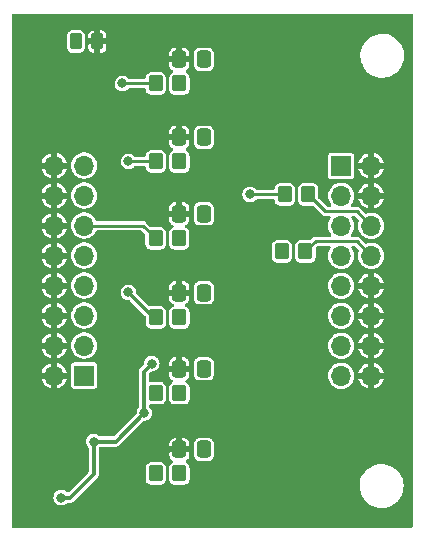
<source format=gbl>
G04 #@! TF.GenerationSoftware,KiCad,Pcbnew,(6.0.6)*
G04 #@! TF.CreationDate,2022-08-29T16:00:50+02:00*
G04 #@! TF.ProjectId,adc-board-six-channels,6164632d-626f-4617-9264-2d7369782d63,rev?*
G04 #@! TF.SameCoordinates,Original*
G04 #@! TF.FileFunction,Copper,L2,Bot*
G04 #@! TF.FilePolarity,Positive*
%FSLAX46Y46*%
G04 Gerber Fmt 4.6, Leading zero omitted, Abs format (unit mm)*
G04 Created by KiCad (PCBNEW (6.0.6)) date 2022-08-29 16:00:50*
%MOMM*%
%LPD*%
G01*
G04 APERTURE LIST*
G04 Aperture macros list*
%AMRoundRect*
0 Rectangle with rounded corners*
0 $1 Rounding radius*
0 $2 $3 $4 $5 $6 $7 $8 $9 X,Y pos of 4 corners*
0 Add a 4 corners polygon primitive as box body*
4,1,4,$2,$3,$4,$5,$6,$7,$8,$9,$2,$3,0*
0 Add four circle primitives for the rounded corners*
1,1,$1+$1,$2,$3*
1,1,$1+$1,$4,$5*
1,1,$1+$1,$6,$7*
1,1,$1+$1,$8,$9*
0 Add four rect primitives between the rounded corners*
20,1,$1+$1,$2,$3,$4,$5,0*
20,1,$1+$1,$4,$5,$6,$7,0*
20,1,$1+$1,$6,$7,$8,$9,0*
20,1,$1+$1,$8,$9,$2,$3,0*%
G04 Aperture macros list end*
G04 #@! TA.AperFunction,ComponentPad*
%ADD10R,1.700000X1.700000*%
G04 #@! TD*
G04 #@! TA.AperFunction,ComponentPad*
%ADD11O,1.700000X1.700000*%
G04 #@! TD*
G04 #@! TA.AperFunction,SMDPad,CuDef*
%ADD12RoundRect,0.250000X-0.350000X-0.450000X0.350000X-0.450000X0.350000X0.450000X-0.350000X0.450000X0*%
G04 #@! TD*
G04 #@! TA.AperFunction,SMDPad,CuDef*
%ADD13RoundRect,0.250000X0.337500X0.475000X-0.337500X0.475000X-0.337500X-0.475000X0.337500X-0.475000X0*%
G04 #@! TD*
G04 #@! TA.AperFunction,SMDPad,CuDef*
%ADD14RoundRect,0.250000X0.350000X0.450000X-0.350000X0.450000X-0.350000X-0.450000X0.350000X-0.450000X0*%
G04 #@! TD*
G04 #@! TA.AperFunction,SMDPad,CuDef*
%ADD15RoundRect,0.250000X-0.262500X-0.450000X0.262500X-0.450000X0.262500X0.450000X-0.262500X0.450000X0*%
G04 #@! TD*
G04 #@! TA.AperFunction,ViaPad*
%ADD16C,0.800000*%
G04 #@! TD*
G04 #@! TA.AperFunction,Conductor*
%ADD17C,0.350000*%
G04 #@! TD*
G04 #@! TA.AperFunction,Conductor*
%ADD18C,0.254000*%
G04 #@! TD*
G04 APERTURE END LIST*
D10*
X81906450Y-46355000D03*
D11*
X79366450Y-46355000D03*
X81906450Y-43815000D03*
X79366450Y-43815000D03*
X81906450Y-41275000D03*
X79366450Y-41275000D03*
X81906450Y-38735000D03*
X79366450Y-38735000D03*
X81906450Y-36195000D03*
X79366450Y-36195000D03*
X81906450Y-33655000D03*
X79366450Y-33655000D03*
X81906450Y-31115000D03*
X79366450Y-31115000D03*
X81906450Y-28575000D03*
X79366450Y-28575000D03*
D10*
X103655950Y-28605000D03*
D11*
X106195950Y-28605000D03*
X103655950Y-31145000D03*
X106195950Y-31145000D03*
X103655950Y-33685000D03*
X106195950Y-33685000D03*
X103655950Y-36225000D03*
X106195950Y-36225000D03*
X103655950Y-38765000D03*
X106195950Y-38765000D03*
X103655950Y-41305000D03*
X106195950Y-41305000D03*
X103655950Y-43845000D03*
X106195950Y-43845000D03*
X103655950Y-46385000D03*
X106195950Y-46385000D03*
D12*
X87967950Y-21630000D03*
X89967950Y-21630000D03*
D13*
X92030450Y-32663000D03*
X89955450Y-32663000D03*
X92030450Y-26186000D03*
X89955450Y-26186000D03*
D12*
X87967950Y-41442000D03*
X89967950Y-41442000D03*
D14*
X100635950Y-35854000D03*
X98635950Y-35854000D03*
D13*
X92037450Y-52618000D03*
X89962450Y-52618000D03*
X92030450Y-19582000D03*
X89955450Y-19582000D03*
X92030450Y-45796500D03*
X89955450Y-45796500D03*
D15*
X81201950Y-18074400D03*
X83026950Y-18074400D03*
D12*
X87967950Y-54650000D03*
X89967950Y-54650000D03*
X98873950Y-31028000D03*
X100873950Y-31028000D03*
D13*
X92030450Y-39341000D03*
X89955450Y-39341000D03*
D12*
X87967950Y-28234000D03*
X89967950Y-28234000D03*
X87967950Y-47842800D03*
X89967950Y-47842800D03*
X87948950Y-34736400D03*
X89948950Y-34736400D03*
D16*
X82700500Y-51943000D03*
X92015950Y-52602000D03*
X92015950Y-19635000D03*
X92015950Y-39267000D03*
X92015950Y-26112000D03*
X87630000Y-45339000D03*
X92015950Y-45744000D03*
X79959200Y-56692800D03*
X86995000Y-49530000D03*
X92015950Y-32589000D03*
X95453200Y-50495200D03*
X89964950Y-45887400D03*
X89983950Y-39267000D03*
X89983950Y-32589000D03*
X89983950Y-52602000D03*
X89983950Y-26112000D03*
X95326200Y-37007800D03*
X95326200Y-24003000D03*
X94488000Y-29641800D03*
X95300800Y-43307000D03*
X89983950Y-19508000D03*
X89964950Y-21630400D03*
X89964950Y-28234400D03*
X89964950Y-34711400D03*
X89964950Y-41442400D03*
X89964950Y-47919400D03*
X89983950Y-54671500D03*
X81127600Y-18084800D03*
X87932950Y-54650400D03*
X87944075Y-47818925D03*
X85648800Y-39319200D03*
X85648800Y-28219400D03*
X85138950Y-21630400D03*
X98619950Y-35854000D03*
X95952950Y-31028000D03*
D17*
X80721200Y-56692800D02*
X82700500Y-54713500D01*
X86938950Y-46030050D02*
X87630000Y-45339000D01*
X84582000Y-51943000D02*
X86995000Y-49530000D01*
X82700500Y-51943000D02*
X84582000Y-51943000D01*
X86995000Y-49530000D02*
X86938950Y-49473950D01*
X82700500Y-54713500D02*
X82700500Y-51943000D01*
X79959200Y-56692800D02*
X80721200Y-56692800D01*
X86938950Y-49473950D02*
X86938950Y-46030050D01*
D18*
X87944075Y-47818925D02*
X87967950Y-47842800D01*
X87771600Y-41442000D02*
X87967950Y-41442000D01*
X85648800Y-39319200D02*
X87771600Y-41442000D01*
X87948950Y-34736400D02*
X86867550Y-33655000D01*
X86867550Y-33655000D02*
X81906450Y-33655000D01*
X85648800Y-28219400D02*
X85663400Y-28234000D01*
X85663400Y-28234000D02*
X87967950Y-28234000D01*
X87932950Y-21630400D02*
X85138950Y-21630400D01*
X102299950Y-32454000D02*
X100873950Y-31028000D01*
X106195950Y-33685000D02*
X104964950Y-32454000D01*
X104964950Y-32454000D02*
X102299950Y-32454000D01*
X106195950Y-36225000D02*
X104964950Y-34994000D01*
X104964950Y-34994000D02*
X101495950Y-34994000D01*
X101495950Y-34994000D02*
X100635950Y-35854000D01*
X98873950Y-31028000D02*
X95952950Y-31028000D01*
G04 #@! TA.AperFunction,Conductor*
G36*
X109702071Y-15750102D02*
G01*
X109748564Y-15803758D01*
X109759950Y-15856100D01*
X109759950Y-59103100D01*
X109739948Y-59171221D01*
X109686292Y-59217714D01*
X109633950Y-59229100D01*
X75886950Y-59229100D01*
X75818829Y-59209098D01*
X75772336Y-59155442D01*
X75760950Y-59103100D01*
X75760950Y-56685896D01*
X79299929Y-56685896D01*
X79317313Y-56843353D01*
X79319923Y-56850484D01*
X79319923Y-56850486D01*
X79362047Y-56965595D01*
X79371753Y-56992119D01*
X79375989Y-56998422D01*
X79375989Y-56998423D01*
X79455168Y-57116253D01*
X79460108Y-57123605D01*
X79465727Y-57128718D01*
X79465728Y-57128719D01*
X79491851Y-57152489D01*
X79577276Y-57230219D01*
X79716493Y-57305808D01*
X79869722Y-57346007D01*
X79953677Y-57347326D01*
X80020519Y-57348376D01*
X80020522Y-57348376D01*
X80028116Y-57348495D01*
X80182532Y-57313129D01*
X80252942Y-57277717D01*
X80317272Y-57245363D01*
X80317275Y-57245361D01*
X80324055Y-57241951D01*
X80428802Y-57152489D01*
X80493591Y-57123458D01*
X80510632Y-57122300D01*
X80688231Y-57122300D01*
X80703041Y-57123173D01*
X80734843Y-57126937D01*
X80744107Y-57125245D01*
X80744108Y-57125245D01*
X80789783Y-57116903D01*
X80793689Y-57116253D01*
X80839605Y-57109350D01*
X80848917Y-57107950D01*
X80855124Y-57104969D01*
X80861894Y-57103733D01*
X80870250Y-57099393D01*
X80870257Y-57099390D01*
X80911473Y-57077979D01*
X80914950Y-57076241D01*
X80965341Y-57052043D01*
X80970396Y-57047371D01*
X80976505Y-57044197D01*
X80981321Y-57040083D01*
X81016745Y-57004659D01*
X81020312Y-57001229D01*
X81053261Y-56970772D01*
X81053262Y-56970771D01*
X81060181Y-56964375D01*
X81063740Y-56958249D01*
X81068764Y-56952640D01*
X82277019Y-55744386D01*
X105227418Y-55744386D01*
X105252979Y-56012300D01*
X105254064Y-56016734D01*
X105254065Y-56016740D01*
X105304518Y-56222923D01*
X105316947Y-56273718D01*
X105417983Y-56523163D01*
X105553969Y-56755410D01*
X105556822Y-56758977D01*
X105711698Y-56952640D01*
X105722058Y-56965595D01*
X105918727Y-57149313D01*
X106139857Y-57302716D01*
X106380816Y-57422591D01*
X106385150Y-57424012D01*
X106385153Y-57424013D01*
X106632223Y-57505007D01*
X106632229Y-57505008D01*
X106636556Y-57506427D01*
X106641047Y-57507207D01*
X106641048Y-57507207D01*
X106897938Y-57551811D01*
X106897946Y-57551812D01*
X106901719Y-57552467D01*
X106905556Y-57552658D01*
X106985177Y-57556622D01*
X106985185Y-57556622D01*
X106986748Y-57556700D01*
X107154774Y-57556700D01*
X107157042Y-57556535D01*
X107157054Y-57556535D01*
X107287857Y-57547044D01*
X107354825Y-57542185D01*
X107359280Y-57541201D01*
X107359283Y-57541201D01*
X107613170Y-57485147D01*
X107613172Y-57485146D01*
X107617626Y-57484163D01*
X107869300Y-57388813D01*
X107942101Y-57348376D01*
X108100579Y-57260349D01*
X108100580Y-57260348D01*
X108104572Y-57258131D01*
X108260581Y-57139069D01*
X108314891Y-57097621D01*
X108314895Y-57097617D01*
X108318516Y-57094854D01*
X108360367Y-57052043D01*
X108446067Y-56964375D01*
X108506649Y-56902403D01*
X108613642Y-56755410D01*
X108662342Y-56688504D01*
X108662347Y-56688497D01*
X108665030Y-56684810D01*
X108790341Y-56446633D01*
X108879957Y-56192862D01*
X108910507Y-56037862D01*
X108931120Y-55933283D01*
X108931121Y-55933277D01*
X108932001Y-55928811D01*
X108941182Y-55744386D01*
X108945155Y-55664583D01*
X108945155Y-55664577D01*
X108945382Y-55660014D01*
X108919821Y-55392100D01*
X108909996Y-55351946D01*
X108856939Y-55135120D01*
X108855853Y-55130682D01*
X108754817Y-54881237D01*
X108658006Y-54715896D01*
X108621141Y-54652935D01*
X108621140Y-54652934D01*
X108618831Y-54648990D01*
X108498672Y-54498738D01*
X108453594Y-54442371D01*
X108453593Y-54442369D01*
X108450742Y-54438805D01*
X108254073Y-54255087D01*
X108032943Y-54101684D01*
X107791984Y-53981809D01*
X107787650Y-53980388D01*
X107787647Y-53980387D01*
X107540577Y-53899393D01*
X107540571Y-53899392D01*
X107536244Y-53897973D01*
X107531752Y-53897193D01*
X107274862Y-53852589D01*
X107274854Y-53852588D01*
X107271081Y-53851933D01*
X107261118Y-53851437D01*
X107187623Y-53847778D01*
X107187615Y-53847778D01*
X107186052Y-53847700D01*
X107018026Y-53847700D01*
X107015758Y-53847865D01*
X107015746Y-53847865D01*
X106884943Y-53857356D01*
X106817975Y-53862215D01*
X106813520Y-53863199D01*
X106813517Y-53863199D01*
X106559630Y-53919253D01*
X106559628Y-53919254D01*
X106555174Y-53920237D01*
X106303500Y-54015587D01*
X106299514Y-54017801D01*
X106299512Y-54017802D01*
X106154403Y-54098403D01*
X106068228Y-54146269D01*
X106064596Y-54149041D01*
X105857909Y-54306779D01*
X105857905Y-54306783D01*
X105854284Y-54309546D01*
X105666151Y-54501997D01*
X105663466Y-54505686D01*
X105510458Y-54715896D01*
X105510453Y-54715903D01*
X105507770Y-54719590D01*
X105382459Y-54957767D01*
X105380938Y-54962075D01*
X105296354Y-55201597D01*
X105292843Y-55211538D01*
X105268241Y-55336360D01*
X105257255Y-55392100D01*
X105240799Y-55475589D01*
X105240572Y-55480142D01*
X105240572Y-55480145D01*
X105231391Y-55664583D01*
X105227418Y-55744386D01*
X82277019Y-55744386D01*
X82873649Y-55147756D01*
X87113450Y-55147756D01*
X87120152Y-55209448D01*
X87170879Y-55344764D01*
X87176259Y-55351943D01*
X87176261Y-55351946D01*
X87242237Y-55439977D01*
X87257546Y-55460404D01*
X87264726Y-55465785D01*
X87366004Y-55541689D01*
X87366007Y-55541691D01*
X87373186Y-55547071D01*
X87462904Y-55580704D01*
X87501107Y-55595026D01*
X87501109Y-55595026D01*
X87508502Y-55597798D01*
X87516352Y-55598651D01*
X87516353Y-55598651D01*
X87566797Y-55604131D01*
X87570194Y-55604500D01*
X88365706Y-55604500D01*
X88369103Y-55604131D01*
X88419547Y-55598651D01*
X88419548Y-55598651D01*
X88427398Y-55597798D01*
X88434791Y-55595026D01*
X88434793Y-55595026D01*
X88472996Y-55580704D01*
X88562714Y-55547071D01*
X88569893Y-55541691D01*
X88569896Y-55541689D01*
X88671174Y-55465785D01*
X88678354Y-55460404D01*
X88693663Y-55439977D01*
X88759639Y-55351946D01*
X88759641Y-55351943D01*
X88765021Y-55344764D01*
X88815748Y-55209448D01*
X88822450Y-55147756D01*
X89113450Y-55147756D01*
X89120152Y-55209448D01*
X89170879Y-55344764D01*
X89176259Y-55351943D01*
X89176261Y-55351946D01*
X89242237Y-55439977D01*
X89257546Y-55460404D01*
X89264726Y-55465785D01*
X89366004Y-55541689D01*
X89366007Y-55541691D01*
X89373186Y-55547071D01*
X89462904Y-55580704D01*
X89501107Y-55595026D01*
X89501109Y-55595026D01*
X89508502Y-55597798D01*
X89516352Y-55598651D01*
X89516353Y-55598651D01*
X89566797Y-55604131D01*
X89570194Y-55604500D01*
X90365706Y-55604500D01*
X90369103Y-55604131D01*
X90419547Y-55598651D01*
X90419548Y-55598651D01*
X90427398Y-55597798D01*
X90434791Y-55595026D01*
X90434793Y-55595026D01*
X90472996Y-55580704D01*
X90562714Y-55547071D01*
X90569893Y-55541691D01*
X90569896Y-55541689D01*
X90671174Y-55465785D01*
X90678354Y-55460404D01*
X90693663Y-55439977D01*
X90759639Y-55351946D01*
X90759641Y-55351943D01*
X90765021Y-55344764D01*
X90815748Y-55209448D01*
X90822450Y-55147756D01*
X90822450Y-54152244D01*
X90815748Y-54090552D01*
X90765021Y-53955236D01*
X90759641Y-53948057D01*
X90759639Y-53948054D01*
X90683735Y-53846776D01*
X90678354Y-53839596D01*
X90562714Y-53752929D01*
X90556992Y-53750784D01*
X90507865Y-53701549D01*
X90492850Y-53632158D01*
X90517734Y-53565665D01*
X90545776Y-53541367D01*
X90544472Y-53539628D01*
X90652817Y-53458428D01*
X90665378Y-53445867D01*
X90741196Y-53344704D01*
X90749728Y-53329118D01*
X90794483Y-53209735D01*
X90798108Y-53194490D01*
X90803581Y-53144108D01*
X90803763Y-53140756D01*
X91195450Y-53140756D01*
X91202152Y-53202448D01*
X91252879Y-53337764D01*
X91258259Y-53344943D01*
X91258261Y-53344946D01*
X91324237Y-53432977D01*
X91339546Y-53453404D01*
X91346726Y-53458785D01*
X91448004Y-53534689D01*
X91448007Y-53534691D01*
X91455186Y-53540071D01*
X91523459Y-53565665D01*
X91583107Y-53588026D01*
X91583109Y-53588026D01*
X91590502Y-53590798D01*
X91598352Y-53591651D01*
X91598353Y-53591651D01*
X91648797Y-53597131D01*
X91652194Y-53597500D01*
X92422706Y-53597500D01*
X92426103Y-53597131D01*
X92476547Y-53591651D01*
X92476548Y-53591651D01*
X92484398Y-53590798D01*
X92491791Y-53588026D01*
X92491793Y-53588026D01*
X92551441Y-53565665D01*
X92619714Y-53540071D01*
X92626893Y-53534691D01*
X92626896Y-53534689D01*
X92728174Y-53458785D01*
X92735354Y-53453404D01*
X92750663Y-53432977D01*
X92816639Y-53344946D01*
X92816641Y-53344943D01*
X92822021Y-53337764D01*
X92872748Y-53202448D01*
X92879450Y-53140756D01*
X92879450Y-52095244D01*
X92872748Y-52033552D01*
X92822021Y-51898236D01*
X92816641Y-51891057D01*
X92816639Y-51891054D01*
X92740735Y-51789776D01*
X92735354Y-51782596D01*
X92714927Y-51767287D01*
X92626896Y-51701311D01*
X92626893Y-51701309D01*
X92619714Y-51695929D01*
X92493116Y-51648470D01*
X92491793Y-51647974D01*
X92491791Y-51647974D01*
X92484398Y-51645202D01*
X92476548Y-51644349D01*
X92476547Y-51644349D01*
X92426103Y-51638869D01*
X92426102Y-51638869D01*
X92422706Y-51638500D01*
X91652194Y-51638500D01*
X91648798Y-51638869D01*
X91648797Y-51638869D01*
X91598353Y-51644349D01*
X91598352Y-51644349D01*
X91590502Y-51645202D01*
X91583109Y-51647974D01*
X91583107Y-51647974D01*
X91581784Y-51648470D01*
X91455186Y-51695929D01*
X91448007Y-51701309D01*
X91448004Y-51701311D01*
X91359973Y-51767287D01*
X91339546Y-51782596D01*
X91334165Y-51789776D01*
X91258261Y-51891054D01*
X91258259Y-51891057D01*
X91252879Y-51898236D01*
X91202152Y-52033552D01*
X91195450Y-52095244D01*
X91195450Y-53140756D01*
X90803763Y-53140756D01*
X90803950Y-53137294D01*
X90803950Y-52890115D01*
X90799475Y-52874876D01*
X90798085Y-52873671D01*
X90790402Y-52872000D01*
X89139066Y-52872000D01*
X89123827Y-52876475D01*
X89122622Y-52877865D01*
X89120951Y-52885548D01*
X89120951Y-53137292D01*
X89121320Y-53144110D01*
X89126791Y-53194482D01*
X89130420Y-53209741D01*
X89175172Y-53329118D01*
X89183704Y-53344704D01*
X89259522Y-53445867D01*
X89272083Y-53458428D01*
X89380428Y-53539628D01*
X89379484Y-53540887D01*
X89422534Y-53584031D01*
X89437550Y-53653421D01*
X89412667Y-53719914D01*
X89375620Y-53752017D01*
X89373186Y-53752929D01*
X89257546Y-53839596D01*
X89252165Y-53846776D01*
X89176261Y-53948054D01*
X89176259Y-53948057D01*
X89170879Y-53955236D01*
X89120152Y-54090552D01*
X89113450Y-54152244D01*
X89113450Y-55147756D01*
X88822450Y-55147756D01*
X88822450Y-54152244D01*
X88815748Y-54090552D01*
X88765021Y-53955236D01*
X88759641Y-53948057D01*
X88759639Y-53948054D01*
X88683735Y-53846776D01*
X88678354Y-53839596D01*
X88657927Y-53824287D01*
X88569896Y-53758311D01*
X88569893Y-53758309D01*
X88562714Y-53752929D01*
X88472996Y-53719296D01*
X88434793Y-53704974D01*
X88434791Y-53704974D01*
X88427398Y-53702202D01*
X88419548Y-53701349D01*
X88419547Y-53701349D01*
X88369103Y-53695869D01*
X88369102Y-53695869D01*
X88365706Y-53695500D01*
X87570194Y-53695500D01*
X87566798Y-53695869D01*
X87566797Y-53695869D01*
X87516353Y-53701349D01*
X87516352Y-53701349D01*
X87508502Y-53702202D01*
X87501109Y-53704974D01*
X87501107Y-53704974D01*
X87462904Y-53719296D01*
X87373186Y-53752929D01*
X87366007Y-53758309D01*
X87366004Y-53758311D01*
X87277973Y-53824287D01*
X87257546Y-53839596D01*
X87252165Y-53846776D01*
X87176261Y-53948054D01*
X87176259Y-53948057D01*
X87170879Y-53955236D01*
X87120152Y-54090552D01*
X87113450Y-54152244D01*
X87113450Y-55147756D01*
X82873649Y-55147756D01*
X82980891Y-55040514D01*
X82991980Y-55030659D01*
X83009731Y-55016665D01*
X83017128Y-55010834D01*
X83048871Y-54964905D01*
X83051166Y-54961693D01*
X83078768Y-54924324D01*
X83078769Y-54924323D01*
X83084365Y-54916746D01*
X83086647Y-54910249D01*
X83090559Y-54904588D01*
X83107395Y-54851352D01*
X83108646Y-54847603D01*
X83124036Y-54803780D01*
X83124038Y-54803772D01*
X83127157Y-54794889D01*
X83127427Y-54788010D01*
X83129503Y-54781447D01*
X83130000Y-54775133D01*
X83130000Y-54725015D01*
X83130097Y-54720068D01*
X83131858Y-54675246D01*
X83132228Y-54665837D01*
X83130413Y-54658994D01*
X83130000Y-54651481D01*
X83130000Y-52498500D01*
X83150002Y-52430379D01*
X83203658Y-52383886D01*
X83256000Y-52372500D01*
X84549031Y-52372500D01*
X84563841Y-52373373D01*
X84595643Y-52377137D01*
X84604907Y-52375445D01*
X84604908Y-52375445D01*
X84650583Y-52367103D01*
X84654489Y-52366453D01*
X84700405Y-52359550D01*
X84709717Y-52358150D01*
X84715924Y-52355169D01*
X84722694Y-52353933D01*
X84731050Y-52349593D01*
X84731057Y-52349590D01*
X84738189Y-52345885D01*
X89120950Y-52345885D01*
X89125425Y-52361124D01*
X89126815Y-52362329D01*
X89134498Y-52364000D01*
X89690335Y-52364000D01*
X89705574Y-52359525D01*
X89706779Y-52358135D01*
X89708450Y-52350452D01*
X89708450Y-52345885D01*
X90216450Y-52345885D01*
X90220925Y-52361124D01*
X90222315Y-52362329D01*
X90229998Y-52364000D01*
X90785834Y-52364000D01*
X90801073Y-52359525D01*
X90802278Y-52358135D01*
X90803949Y-52350452D01*
X90803949Y-52098708D01*
X90803580Y-52091890D01*
X90798109Y-52041518D01*
X90794480Y-52026259D01*
X90749728Y-51906882D01*
X90741196Y-51891296D01*
X90665378Y-51790133D01*
X90652817Y-51777572D01*
X90551654Y-51701754D01*
X90536068Y-51693222D01*
X90416685Y-51648467D01*
X90401440Y-51644842D01*
X90351058Y-51639369D01*
X90344244Y-51639000D01*
X90234565Y-51639000D01*
X90219326Y-51643475D01*
X90218121Y-51644865D01*
X90216450Y-51652548D01*
X90216450Y-52345885D01*
X89708450Y-52345885D01*
X89708450Y-51657116D01*
X89703975Y-51641877D01*
X89702585Y-51640672D01*
X89694902Y-51639001D01*
X89580658Y-51639001D01*
X89573840Y-51639370D01*
X89523468Y-51644841D01*
X89508209Y-51648470D01*
X89388832Y-51693222D01*
X89373246Y-51701754D01*
X89272083Y-51777572D01*
X89259522Y-51790133D01*
X89183704Y-51891296D01*
X89175172Y-51906882D01*
X89130417Y-52026265D01*
X89126792Y-52041510D01*
X89121319Y-52091892D01*
X89120950Y-52098706D01*
X89120950Y-52345885D01*
X84738189Y-52345885D01*
X84772273Y-52328179D01*
X84775750Y-52326441D01*
X84826141Y-52302243D01*
X84831196Y-52297571D01*
X84837305Y-52294397D01*
X84842121Y-52290283D01*
X84877545Y-52254859D01*
X84881112Y-52251429D01*
X84914061Y-52220972D01*
X84914062Y-52220971D01*
X84920981Y-52214575D01*
X84924540Y-52208449D01*
X84929564Y-52202840D01*
X86910795Y-50221609D01*
X86973107Y-50187583D01*
X87001869Y-50184720D01*
X87019435Y-50184996D01*
X87056319Y-50185576D01*
X87056322Y-50185576D01*
X87063916Y-50185695D01*
X87218332Y-50150329D01*
X87288742Y-50114917D01*
X87353072Y-50082563D01*
X87353075Y-50082561D01*
X87359855Y-50079151D01*
X87365626Y-50074222D01*
X87365629Y-50074220D01*
X87474536Y-49981204D01*
X87474536Y-49981203D01*
X87480314Y-49976269D01*
X87572755Y-49847624D01*
X87631842Y-49700641D01*
X87643614Y-49617925D01*
X87653581Y-49547891D01*
X87653581Y-49547888D01*
X87654162Y-49543807D01*
X87654307Y-49530000D01*
X87635276Y-49372733D01*
X87579280Y-49224546D01*
X87489553Y-49093992D01*
X87483882Y-49088940D01*
X87483880Y-49088937D01*
X87410632Y-49023676D01*
X87373076Y-48963426D01*
X87368450Y-48929599D01*
X87368450Y-48915755D01*
X87388452Y-48847634D01*
X87442108Y-48801141D01*
X87508392Y-48791611D01*
X87508502Y-48790598D01*
X87570194Y-48797300D01*
X88365706Y-48797300D01*
X88369103Y-48796931D01*
X88419547Y-48791451D01*
X88419548Y-48791451D01*
X88427398Y-48790598D01*
X88434791Y-48787826D01*
X88434793Y-48787826D01*
X88472996Y-48773504D01*
X88562714Y-48739871D01*
X88569893Y-48734491D01*
X88569896Y-48734489D01*
X88671174Y-48658585D01*
X88678354Y-48653204D01*
X88693663Y-48632777D01*
X88759639Y-48544746D01*
X88759641Y-48544743D01*
X88765021Y-48537564D01*
X88815748Y-48402248D01*
X88822450Y-48340556D01*
X89113450Y-48340556D01*
X89120152Y-48402248D01*
X89170879Y-48537564D01*
X89176259Y-48544743D01*
X89176261Y-48544746D01*
X89242237Y-48632777D01*
X89257546Y-48653204D01*
X89264726Y-48658585D01*
X89366004Y-48734489D01*
X89366007Y-48734491D01*
X89373186Y-48739871D01*
X89462904Y-48773504D01*
X89501107Y-48787826D01*
X89501109Y-48787826D01*
X89508502Y-48790598D01*
X89516352Y-48791451D01*
X89516353Y-48791451D01*
X89566797Y-48796931D01*
X89570194Y-48797300D01*
X90365706Y-48797300D01*
X90369103Y-48796931D01*
X90419547Y-48791451D01*
X90419548Y-48791451D01*
X90427398Y-48790598D01*
X90434791Y-48787826D01*
X90434793Y-48787826D01*
X90472996Y-48773504D01*
X90562714Y-48739871D01*
X90569893Y-48734491D01*
X90569896Y-48734489D01*
X90671174Y-48658585D01*
X90678354Y-48653204D01*
X90693663Y-48632777D01*
X90759639Y-48544746D01*
X90759641Y-48544743D01*
X90765021Y-48537564D01*
X90815748Y-48402248D01*
X90822450Y-48340556D01*
X90822450Y-47345044D01*
X90815748Y-47283352D01*
X90811325Y-47271552D01*
X90773009Y-47169345D01*
X90765021Y-47148036D01*
X90759641Y-47140857D01*
X90759639Y-47140854D01*
X90683735Y-47039576D01*
X90678354Y-47032396D01*
X90618356Y-46987430D01*
X90569896Y-46951111D01*
X90569893Y-46951109D01*
X90562714Y-46945729D01*
X90554312Y-46942579D01*
X90546435Y-46938267D01*
X90547420Y-46936468D01*
X90500031Y-46900867D01*
X90475333Y-46834304D01*
X90490542Y-46764956D01*
X90540521Y-46715007D01*
X90544659Y-46712741D01*
X90645817Y-46636928D01*
X90658378Y-46624367D01*
X90734196Y-46523204D01*
X90742728Y-46507618D01*
X90787483Y-46388235D01*
X90791108Y-46372990D01*
X90796581Y-46322608D01*
X90796763Y-46319256D01*
X91188450Y-46319256D01*
X91195152Y-46380948D01*
X91197924Y-46388341D01*
X91197924Y-46388343D01*
X91212246Y-46426546D01*
X91245879Y-46516264D01*
X91251259Y-46523443D01*
X91251261Y-46523446D01*
X91273227Y-46552755D01*
X91332546Y-46631904D01*
X91339726Y-46637285D01*
X91441004Y-46713189D01*
X91441007Y-46713191D01*
X91448186Y-46718571D01*
X91531154Y-46749674D01*
X91576107Y-46766526D01*
X91576109Y-46766526D01*
X91583502Y-46769298D01*
X91591352Y-46770151D01*
X91591353Y-46770151D01*
X91641797Y-46775631D01*
X91645194Y-46776000D01*
X92415706Y-46776000D01*
X92419103Y-46775631D01*
X92469547Y-46770151D01*
X92469548Y-46770151D01*
X92477398Y-46769298D01*
X92484791Y-46766526D01*
X92484793Y-46766526D01*
X92529746Y-46749674D01*
X92612714Y-46718571D01*
X92619893Y-46713191D01*
X92619896Y-46713189D01*
X92721174Y-46637285D01*
X92728354Y-46631904D01*
X92787673Y-46552755D01*
X92809639Y-46523446D01*
X92809641Y-46523443D01*
X92815021Y-46516264D01*
X92848654Y-46426546D01*
X92862976Y-46388343D01*
X92862976Y-46388341D01*
X92865748Y-46380948D01*
X92868462Y-46355964D01*
X102547098Y-46355964D01*
X102560374Y-46558522D01*
X102561795Y-46564118D01*
X102561796Y-46564123D01*
X102601822Y-46721721D01*
X102610342Y-46755269D01*
X102612759Y-46760512D01*
X102683555Y-46914081D01*
X102695327Y-46939616D01*
X102812483Y-47105389D01*
X102957888Y-47247035D01*
X103126670Y-47359812D01*
X103131973Y-47362090D01*
X103131976Y-47362092D01*
X103256709Y-47415681D01*
X103313178Y-47439942D01*
X103378090Y-47454630D01*
X103505529Y-47483467D01*
X103505534Y-47483468D01*
X103511166Y-47484742D01*
X103516937Y-47484969D01*
X103516939Y-47484969D01*
X103576706Y-47487317D01*
X103714003Y-47492712D01*
X103814449Y-47478148D01*
X103909181Y-47464413D01*
X103909186Y-47464412D01*
X103914895Y-47463584D01*
X103920359Y-47461729D01*
X103920364Y-47461728D01*
X104101643Y-47400192D01*
X104101648Y-47400190D01*
X104107115Y-47398334D01*
X104112969Y-47395056D01*
X104182420Y-47356161D01*
X104284226Y-47299147D01*
X104292666Y-47292128D01*
X104435863Y-47173031D01*
X104440295Y-47169345D01*
X104522635Y-47070343D01*
X104566403Y-47017718D01*
X104566405Y-47017715D01*
X104570097Y-47013276D01*
X104640087Y-46888300D01*
X104666460Y-46841208D01*
X104666461Y-46841206D01*
X104669284Y-46836165D01*
X104671140Y-46830698D01*
X104671142Y-46830693D01*
X104731813Y-46651962D01*
X105124621Y-46651962D01*
X105149393Y-46749502D01*
X105153234Y-46760348D01*
X105233344Y-46934120D01*
X105239095Y-46944081D01*
X105349529Y-47100343D01*
X105357007Y-47109098D01*
X105494064Y-47242612D01*
X105503008Y-47249855D01*
X105662106Y-47356161D01*
X105672216Y-47361651D01*
X105848027Y-47437185D01*
X105858970Y-47440740D01*
X105924282Y-47455519D01*
X105938355Y-47454630D01*
X105941778Y-47445681D01*
X106449950Y-47445681D01*
X106453916Y-47459187D01*
X106462622Y-47460433D01*
X106641447Y-47399730D01*
X106651944Y-47395056D01*
X106818908Y-47301552D01*
X106828380Y-47295042D01*
X106975503Y-47172682D01*
X106983632Y-47164553D01*
X107105992Y-47017430D01*
X107112502Y-47007958D01*
X107206006Y-46840994D01*
X107210680Y-46830497D01*
X107271393Y-46651644D01*
X107270160Y-46642993D01*
X107256592Y-46639000D01*
X106468065Y-46639000D01*
X106452826Y-46643475D01*
X106451622Y-46644864D01*
X106449950Y-46652548D01*
X106449950Y-47445681D01*
X105941778Y-47445681D01*
X105941950Y-47445232D01*
X105941950Y-46657115D01*
X105937475Y-46641876D01*
X105936085Y-46640671D01*
X105928402Y-46639000D01*
X105139444Y-46639000D01*
X105125913Y-46642973D01*
X105124621Y-46651962D01*
X104731813Y-46651962D01*
X104732678Y-46649414D01*
X104732679Y-46649409D01*
X104734534Y-46643945D01*
X104735362Y-46638236D01*
X104735363Y-46638231D01*
X104754265Y-46507860D01*
X104763662Y-46443053D01*
X104765182Y-46385000D01*
X104746608Y-46182859D01*
X104743277Y-46171049D01*
X104731079Y-46127799D01*
X105123893Y-46127799D01*
X105130625Y-46131000D01*
X105923835Y-46131000D01*
X105939074Y-46126525D01*
X105940279Y-46125135D01*
X105941950Y-46117452D01*
X105941950Y-46112885D01*
X106449950Y-46112885D01*
X106454425Y-46128124D01*
X106455815Y-46129329D01*
X106463498Y-46131000D01*
X107253348Y-46131000D01*
X107266879Y-46127027D01*
X107268048Y-46118892D01*
X107232608Y-45993231D01*
X107228483Y-45982484D01*
X107143853Y-45810871D01*
X107137843Y-45801063D01*
X107023350Y-45647739D01*
X107015660Y-45639199D01*
X106875142Y-45509304D01*
X106866017Y-45502303D01*
X106704186Y-45400195D01*
X106693939Y-45394974D01*
X106516210Y-45324068D01*
X106505182Y-45320801D01*
X106467719Y-45313350D01*
X106454844Y-45314502D01*
X106449950Y-45329658D01*
X106449950Y-46112885D01*
X105941950Y-46112885D01*
X105941950Y-45326500D01*
X105938144Y-45313538D01*
X105923229Y-45311602D01*
X105914682Y-45313071D01*
X105903570Y-45316048D01*
X105724045Y-45382279D01*
X105713667Y-45387229D01*
X105549223Y-45485063D01*
X105539911Y-45491829D01*
X105396047Y-45617994D01*
X105388130Y-45626337D01*
X105269668Y-45776605D01*
X105263400Y-45786256D01*
X105174308Y-45955592D01*
X105169903Y-45966227D01*
X105124112Y-46113698D01*
X105123893Y-46127799D01*
X104731079Y-46127799D01*
X104693075Y-45993046D01*
X104693074Y-45993044D01*
X104691507Y-45987487D01*
X104683331Y-45970906D01*
X104604281Y-45810609D01*
X104601726Y-45805428D01*
X104480270Y-45642779D01*
X104366948Y-45538025D01*
X104335453Y-45508911D01*
X104331208Y-45504987D01*
X104326325Y-45501906D01*
X104326321Y-45501903D01*
X104173846Y-45405699D01*
X104159531Y-45396667D01*
X103970989Y-45321446D01*
X103965329Y-45320320D01*
X103965325Y-45320319D01*
X103777563Y-45282971D01*
X103777560Y-45282971D01*
X103771896Y-45281844D01*
X103766121Y-45281768D01*
X103766117Y-45281768D01*
X103664743Y-45280441D01*
X103568921Y-45279187D01*
X103563224Y-45280166D01*
X103563223Y-45280166D01*
X103380278Y-45311602D01*
X103368860Y-45313564D01*
X103178413Y-45383824D01*
X103003960Y-45487612D01*
X102999620Y-45491418D01*
X102999616Y-45491421D01*
X102889497Y-45587994D01*
X102851342Y-45621455D01*
X102725670Y-45780869D01*
X102722981Y-45785980D01*
X102722979Y-45785983D01*
X102694784Y-45839573D01*
X102631153Y-45960515D01*
X102570957Y-46154378D01*
X102547098Y-46355964D01*
X92868462Y-46355964D01*
X92872450Y-46319256D01*
X92872450Y-45273744D01*
X92865748Y-45212052D01*
X92815021Y-45076736D01*
X92809641Y-45069557D01*
X92809639Y-45069554D01*
X92733735Y-44968276D01*
X92728354Y-44961096D01*
X92677138Y-44922712D01*
X92619896Y-44879811D01*
X92619893Y-44879809D01*
X92612714Y-44874429D01*
X92496994Y-44831048D01*
X92484793Y-44826474D01*
X92484791Y-44826474D01*
X92477398Y-44823702D01*
X92469548Y-44822849D01*
X92469547Y-44822849D01*
X92419103Y-44817369D01*
X92419102Y-44817369D01*
X92415706Y-44817000D01*
X91645194Y-44817000D01*
X91641798Y-44817369D01*
X91641797Y-44817369D01*
X91591353Y-44822849D01*
X91591352Y-44822849D01*
X91583502Y-44823702D01*
X91576109Y-44826474D01*
X91576107Y-44826474D01*
X91563906Y-44831048D01*
X91448186Y-44874429D01*
X91441007Y-44879809D01*
X91441004Y-44879811D01*
X91383762Y-44922712D01*
X91332546Y-44961096D01*
X91327165Y-44968276D01*
X91251261Y-45069554D01*
X91251259Y-45069557D01*
X91245879Y-45076736D01*
X91195152Y-45212052D01*
X91188450Y-45273744D01*
X91188450Y-46319256D01*
X90796763Y-46319256D01*
X90796950Y-46315794D01*
X90796950Y-46068615D01*
X90792475Y-46053376D01*
X90791085Y-46052171D01*
X90783402Y-46050500D01*
X89132066Y-46050500D01*
X89116827Y-46054975D01*
X89115622Y-46056365D01*
X89113951Y-46064048D01*
X89113951Y-46315792D01*
X89114320Y-46322610D01*
X89119791Y-46372982D01*
X89123420Y-46388241D01*
X89168172Y-46507618D01*
X89176704Y-46523204D01*
X89252522Y-46624367D01*
X89265083Y-46636928D01*
X89366246Y-46712745D01*
X89381948Y-46721342D01*
X89432094Y-46771599D01*
X89447109Y-46840990D01*
X89422224Y-46907483D01*
X89381950Y-46942381D01*
X89381587Y-46942579D01*
X89373186Y-46945729D01*
X89366007Y-46951109D01*
X89366004Y-46951111D01*
X89317544Y-46987430D01*
X89257546Y-47032396D01*
X89252165Y-47039576D01*
X89176261Y-47140854D01*
X89176259Y-47140857D01*
X89170879Y-47148036D01*
X89162891Y-47169345D01*
X89124576Y-47271552D01*
X89120152Y-47283352D01*
X89113450Y-47345044D01*
X89113450Y-48340556D01*
X88822450Y-48340556D01*
X88822450Y-47345044D01*
X88815748Y-47283352D01*
X88811325Y-47271552D01*
X88773009Y-47169345D01*
X88765021Y-47148036D01*
X88759641Y-47140857D01*
X88759639Y-47140854D01*
X88683735Y-47039576D01*
X88678354Y-47032396D01*
X88618356Y-46987430D01*
X88569896Y-46951111D01*
X88569893Y-46951109D01*
X88562714Y-46945729D01*
X88472996Y-46912096D01*
X88434793Y-46897774D01*
X88434791Y-46897774D01*
X88427398Y-46895002D01*
X88419548Y-46894149D01*
X88419547Y-46894149D01*
X88369103Y-46888669D01*
X88369102Y-46888669D01*
X88365706Y-46888300D01*
X87570194Y-46888300D01*
X87508502Y-46895002D01*
X87508133Y-46891602D01*
X87452805Y-46888764D01*
X87395124Y-46847371D01*
X87368978Y-46781364D01*
X87368450Y-46769845D01*
X87368450Y-46260144D01*
X87388452Y-46192023D01*
X87405355Y-46171049D01*
X87545795Y-46030609D01*
X87608107Y-45996583D01*
X87636869Y-45993720D01*
X87654435Y-45993996D01*
X87691319Y-45994576D01*
X87691322Y-45994576D01*
X87698916Y-45994695D01*
X87853332Y-45959329D01*
X87923742Y-45923917D01*
X87988072Y-45891563D01*
X87988075Y-45891561D01*
X87994855Y-45888151D01*
X88000626Y-45883222D01*
X88000629Y-45883220D01*
X88109536Y-45790204D01*
X88109536Y-45790203D01*
X88115314Y-45785269D01*
X88207755Y-45656624D01*
X88260915Y-45524385D01*
X89113950Y-45524385D01*
X89118425Y-45539624D01*
X89119815Y-45540829D01*
X89127498Y-45542500D01*
X89683335Y-45542500D01*
X89698574Y-45538025D01*
X89699779Y-45536635D01*
X89701450Y-45528952D01*
X89701450Y-45524385D01*
X90209450Y-45524385D01*
X90213925Y-45539624D01*
X90215315Y-45540829D01*
X90222998Y-45542500D01*
X90778834Y-45542500D01*
X90794073Y-45538025D01*
X90795278Y-45536635D01*
X90796949Y-45528952D01*
X90796949Y-45277208D01*
X90796580Y-45270390D01*
X90791109Y-45220018D01*
X90787480Y-45204759D01*
X90742728Y-45085382D01*
X90734196Y-45069796D01*
X90658378Y-44968633D01*
X90645817Y-44956072D01*
X90544654Y-44880254D01*
X90529068Y-44871722D01*
X90409685Y-44826967D01*
X90394440Y-44823342D01*
X90344058Y-44817869D01*
X90337244Y-44817500D01*
X90227565Y-44817500D01*
X90212326Y-44821975D01*
X90211121Y-44823365D01*
X90209450Y-44831048D01*
X90209450Y-45524385D01*
X89701450Y-45524385D01*
X89701450Y-44835616D01*
X89696975Y-44820377D01*
X89695585Y-44819172D01*
X89687902Y-44817501D01*
X89573658Y-44817501D01*
X89566840Y-44817870D01*
X89516468Y-44823341D01*
X89501209Y-44826970D01*
X89381832Y-44871722D01*
X89366246Y-44880254D01*
X89265083Y-44956072D01*
X89252522Y-44968633D01*
X89176704Y-45069796D01*
X89168172Y-45085382D01*
X89123417Y-45204765D01*
X89119792Y-45220010D01*
X89114319Y-45270392D01*
X89113950Y-45277206D01*
X89113950Y-45524385D01*
X88260915Y-45524385D01*
X88266842Y-45509641D01*
X88279902Y-45417872D01*
X88288581Y-45356891D01*
X88288581Y-45356888D01*
X88289162Y-45352807D01*
X88289307Y-45339000D01*
X88286343Y-45314502D01*
X88282712Y-45284502D01*
X88270276Y-45181733D01*
X88214280Y-45033546D01*
X88161034Y-44956072D01*
X88128855Y-44909251D01*
X88128854Y-44909249D01*
X88124553Y-44902992D01*
X88111911Y-44891728D01*
X88075996Y-44859730D01*
X88006275Y-44797611D01*
X87998889Y-44793700D01*
X87881512Y-44731552D01*
X87866274Y-44723484D01*
X87712633Y-44684892D01*
X87705034Y-44684852D01*
X87705033Y-44684852D01*
X87639181Y-44684507D01*
X87554221Y-44684062D01*
X87546841Y-44685834D01*
X87546839Y-44685834D01*
X87407563Y-44719271D01*
X87407560Y-44719272D01*
X87400184Y-44721043D01*
X87259414Y-44793700D01*
X87140039Y-44897838D01*
X87048950Y-45027444D01*
X86991406Y-45175037D01*
X86970729Y-45332096D01*
X86971524Y-45339294D01*
X86950855Y-45407056D01*
X86934670Y-45426925D01*
X86658560Y-45703035D01*
X86647471Y-45712890D01*
X86622322Y-45732716D01*
X86592178Y-45776332D01*
X86590586Y-45778635D01*
X86588291Y-45781847D01*
X86555085Y-45826804D01*
X86552803Y-45833301D01*
X86548891Y-45838962D01*
X86546053Y-45847936D01*
X86546052Y-45847938D01*
X86532058Y-45892190D01*
X86530804Y-45895947D01*
X86515414Y-45939770D01*
X86515412Y-45939778D01*
X86512293Y-45948661D01*
X86512023Y-45955540D01*
X86509947Y-45962103D01*
X86509450Y-45968417D01*
X86509450Y-46018535D01*
X86509353Y-46023481D01*
X86507222Y-46077713D01*
X86509037Y-46084556D01*
X86509450Y-46092069D01*
X86509450Y-49042713D01*
X86486537Y-49115163D01*
X86413950Y-49218444D01*
X86356406Y-49366037D01*
X86335729Y-49523096D01*
X86336524Y-49530294D01*
X86315855Y-49598056D01*
X86299670Y-49617925D01*
X84441000Y-51476595D01*
X84378688Y-51510621D01*
X84351905Y-51513500D01*
X83250347Y-51513500D01*
X83182226Y-51493498D01*
X83166529Y-51481577D01*
X83082451Y-51406667D01*
X83082445Y-51406663D01*
X83076775Y-51401611D01*
X83069389Y-51397700D01*
X82943488Y-51331039D01*
X82943489Y-51331039D01*
X82936774Y-51327484D01*
X82783133Y-51288892D01*
X82775534Y-51288852D01*
X82775533Y-51288852D01*
X82709681Y-51288507D01*
X82624721Y-51288062D01*
X82617341Y-51289834D01*
X82617339Y-51289834D01*
X82478063Y-51323271D01*
X82478060Y-51323272D01*
X82470684Y-51325043D01*
X82329914Y-51397700D01*
X82210539Y-51501838D01*
X82119450Y-51631444D01*
X82061906Y-51779037D01*
X82060914Y-51786570D01*
X82060914Y-51786571D01*
X82047159Y-51891054D01*
X82041229Y-51936096D01*
X82042063Y-51943646D01*
X82051989Y-52033552D01*
X82058613Y-52093553D01*
X82061223Y-52100684D01*
X82061223Y-52100686D01*
X82102380Y-52213152D01*
X82113053Y-52242319D01*
X82117289Y-52248622D01*
X82117289Y-52248623D01*
X82196468Y-52366453D01*
X82201408Y-52373805D01*
X82229799Y-52399638D01*
X82266722Y-52460277D01*
X82271000Y-52492832D01*
X82271000Y-54483405D01*
X82250998Y-54551526D01*
X82234095Y-54572500D01*
X80588654Y-56217941D01*
X80526342Y-56251967D01*
X80455527Y-56246902D01*
X80415741Y-56222923D01*
X80341151Y-56156467D01*
X80341145Y-56156463D01*
X80335475Y-56151411D01*
X80328089Y-56147500D01*
X80202188Y-56080839D01*
X80202189Y-56080839D01*
X80195474Y-56077284D01*
X80041833Y-56038692D01*
X80034234Y-56038652D01*
X80034233Y-56038652D01*
X79968381Y-56038307D01*
X79883421Y-56037862D01*
X79876041Y-56039634D01*
X79876039Y-56039634D01*
X79736763Y-56073071D01*
X79736760Y-56073072D01*
X79729384Y-56074843D01*
X79588614Y-56147500D01*
X79469239Y-56251638D01*
X79378150Y-56381244D01*
X79320606Y-56528837D01*
X79299929Y-56685896D01*
X75760950Y-56685896D01*
X75760950Y-46621962D01*
X78295121Y-46621962D01*
X78319893Y-46719502D01*
X78323734Y-46730348D01*
X78403844Y-46904120D01*
X78409595Y-46914081D01*
X78520029Y-47070343D01*
X78527507Y-47079098D01*
X78664564Y-47212612D01*
X78673508Y-47219855D01*
X78832606Y-47326161D01*
X78842716Y-47331651D01*
X79018527Y-47407185D01*
X79029470Y-47410740D01*
X79094782Y-47425519D01*
X79108855Y-47424630D01*
X79112278Y-47415681D01*
X79620450Y-47415681D01*
X79624416Y-47429187D01*
X79633122Y-47430433D01*
X79811947Y-47369730D01*
X79822444Y-47365056D01*
X79989408Y-47271552D01*
X79998880Y-47265042D01*
X80146003Y-47142682D01*
X80154132Y-47134553D01*
X80276492Y-46987430D01*
X80283002Y-46977958D01*
X80376506Y-46810994D01*
X80381180Y-46800497D01*
X80441893Y-46621644D01*
X80440660Y-46612993D01*
X80427092Y-46609000D01*
X79638565Y-46609000D01*
X79623326Y-46613475D01*
X79622121Y-46614865D01*
X79620450Y-46622548D01*
X79620450Y-47415681D01*
X79112278Y-47415681D01*
X79112450Y-47415232D01*
X79112450Y-46627115D01*
X79107975Y-46611876D01*
X79106585Y-46610671D01*
X79098902Y-46609000D01*
X78309944Y-46609000D01*
X78296413Y-46612973D01*
X78295121Y-46621962D01*
X75760950Y-46621962D01*
X75760950Y-46097799D01*
X78294393Y-46097799D01*
X78301125Y-46101000D01*
X79094335Y-46101000D01*
X79109574Y-46096525D01*
X79110779Y-46095135D01*
X79112450Y-46087452D01*
X79112450Y-46082885D01*
X79620450Y-46082885D01*
X79624925Y-46098124D01*
X79626315Y-46099329D01*
X79633998Y-46101000D01*
X80423848Y-46101000D01*
X80437379Y-46097027D01*
X80438548Y-46088892D01*
X80403108Y-45963231D01*
X80398983Y-45952484D01*
X80314352Y-45780869D01*
X80308343Y-45771063D01*
X80193850Y-45617739D01*
X80186160Y-45609199D01*
X80046322Y-45479933D01*
X80801950Y-45479933D01*
X80801951Y-47230066D01*
X80804524Y-47243002D01*
X80814111Y-47291203D01*
X80816716Y-47304301D01*
X80823611Y-47314620D01*
X80823612Y-47314622D01*
X80855331Y-47362092D01*
X80872966Y-47388484D01*
X80957149Y-47444734D01*
X81031383Y-47459500D01*
X81906308Y-47459500D01*
X82781516Y-47459499D01*
X82817268Y-47452388D01*
X82843576Y-47447156D01*
X82843578Y-47447155D01*
X82855751Y-47444734D01*
X82866071Y-47437839D01*
X82866072Y-47437838D01*
X82929618Y-47395377D01*
X82939934Y-47388484D01*
X82996184Y-47304301D01*
X83010950Y-47230067D01*
X83010949Y-45479934D01*
X82996184Y-45405699D01*
X82981568Y-45383824D01*
X82946827Y-45331832D01*
X82939934Y-45321516D01*
X82855751Y-45265266D01*
X82781517Y-45250500D01*
X81906592Y-45250500D01*
X81031384Y-45250501D01*
X80995632Y-45257612D01*
X80969324Y-45262844D01*
X80969322Y-45262845D01*
X80957149Y-45265266D01*
X80946829Y-45272161D01*
X80946828Y-45272162D01*
X80905678Y-45299658D01*
X80872966Y-45321516D01*
X80816716Y-45405699D01*
X80801950Y-45479933D01*
X80046322Y-45479933D01*
X80045642Y-45479304D01*
X80036517Y-45472303D01*
X79874686Y-45370195D01*
X79864439Y-45364974D01*
X79686710Y-45294068D01*
X79675682Y-45290801D01*
X79638219Y-45283350D01*
X79625344Y-45284502D01*
X79620450Y-45299658D01*
X79620450Y-46082885D01*
X79112450Y-46082885D01*
X79112450Y-45296500D01*
X79108644Y-45283538D01*
X79093729Y-45281602D01*
X79085182Y-45283071D01*
X79074070Y-45286048D01*
X78894545Y-45352279D01*
X78884167Y-45357229D01*
X78719723Y-45455063D01*
X78710411Y-45461829D01*
X78566547Y-45587994D01*
X78558630Y-45596337D01*
X78440168Y-45746605D01*
X78433900Y-45756256D01*
X78344808Y-45925592D01*
X78340403Y-45936227D01*
X78294612Y-46083698D01*
X78294393Y-46097799D01*
X75760950Y-46097799D01*
X75760950Y-44081962D01*
X78295121Y-44081962D01*
X78319893Y-44179502D01*
X78323734Y-44190348D01*
X78403844Y-44364120D01*
X78409595Y-44374081D01*
X78520029Y-44530343D01*
X78527507Y-44539098D01*
X78664564Y-44672612D01*
X78673508Y-44679855D01*
X78832606Y-44786161D01*
X78842716Y-44791651D01*
X79018527Y-44867185D01*
X79029470Y-44870740D01*
X79094782Y-44885519D01*
X79108855Y-44884630D01*
X79112278Y-44875681D01*
X79620450Y-44875681D01*
X79624416Y-44889187D01*
X79633122Y-44890433D01*
X79811947Y-44829730D01*
X79822444Y-44825056D01*
X79989408Y-44731552D01*
X79998880Y-44725042D01*
X80146003Y-44602682D01*
X80154132Y-44594553D01*
X80276492Y-44447430D01*
X80283002Y-44437958D01*
X80376506Y-44270994D01*
X80381180Y-44260497D01*
X80441893Y-44081644D01*
X80440660Y-44072993D01*
X80427092Y-44069000D01*
X79638565Y-44069000D01*
X79623326Y-44073475D01*
X79622121Y-44074865D01*
X79620450Y-44082548D01*
X79620450Y-44875681D01*
X79112278Y-44875681D01*
X79112450Y-44875232D01*
X79112450Y-44087115D01*
X79107975Y-44071876D01*
X79106585Y-44070671D01*
X79098902Y-44069000D01*
X78309944Y-44069000D01*
X78296413Y-44072973D01*
X78295121Y-44081962D01*
X75760950Y-44081962D01*
X75760950Y-43785964D01*
X80797598Y-43785964D01*
X80810874Y-43988522D01*
X80812295Y-43994118D01*
X80812296Y-43994123D01*
X80840188Y-44103945D01*
X80860842Y-44185269D01*
X80863259Y-44190512D01*
X80943293Y-44364120D01*
X80945827Y-44369616D01*
X81062983Y-44535389D01*
X81208388Y-44677035D01*
X81213192Y-44680245D01*
X81247250Y-44703002D01*
X81377170Y-44789812D01*
X81382473Y-44792090D01*
X81382476Y-44792092D01*
X81539909Y-44859730D01*
X81563678Y-44869942D01*
X81607293Y-44879811D01*
X81756029Y-44913467D01*
X81756034Y-44913468D01*
X81761666Y-44914742D01*
X81767437Y-44914969D01*
X81767439Y-44914969D01*
X81827206Y-44917317D01*
X81964503Y-44922712D01*
X82081964Y-44905681D01*
X82159681Y-44894413D01*
X82159686Y-44894412D01*
X82165395Y-44893584D01*
X82170859Y-44891729D01*
X82170864Y-44891728D01*
X82352143Y-44830192D01*
X82352148Y-44830190D01*
X82357615Y-44828334D01*
X82363469Y-44825056D01*
X82476113Y-44761972D01*
X82534726Y-44729147D01*
X82543760Y-44721634D01*
X82686363Y-44603031D01*
X82690795Y-44599345D01*
X82791952Y-44477718D01*
X82816903Y-44447718D01*
X82816905Y-44447715D01*
X82820597Y-44443276D01*
X82906048Y-44290693D01*
X82916960Y-44271208D01*
X82916961Y-44271206D01*
X82919784Y-44266165D01*
X82921640Y-44260698D01*
X82921642Y-44260693D01*
X82983178Y-44079414D01*
X82983179Y-44079409D01*
X82985034Y-44073945D01*
X82985862Y-44068236D01*
X82985863Y-44068231D01*
X83013629Y-43876727D01*
X83014162Y-43873053D01*
X83015657Y-43815964D01*
X102547098Y-43815964D01*
X102560374Y-44018522D01*
X102561795Y-44024118D01*
X102561796Y-44024123D01*
X102601258Y-44179502D01*
X102610342Y-44215269D01*
X102612759Y-44220512D01*
X102649862Y-44300994D01*
X102695327Y-44399616D01*
X102812483Y-44565389D01*
X102816625Y-44569424D01*
X102847340Y-44599345D01*
X102957888Y-44707035D01*
X103126670Y-44819812D01*
X103131973Y-44822090D01*
X103131976Y-44822092D01*
X103298379Y-44893584D01*
X103313178Y-44899942D01*
X103372950Y-44913467D01*
X103505529Y-44943467D01*
X103505534Y-44943468D01*
X103511166Y-44944742D01*
X103516937Y-44944969D01*
X103516939Y-44944969D01*
X103576706Y-44947317D01*
X103714003Y-44952712D01*
X103814449Y-44938148D01*
X103909181Y-44924413D01*
X103909186Y-44924412D01*
X103914895Y-44923584D01*
X103920359Y-44921729D01*
X103920364Y-44921728D01*
X104101643Y-44860192D01*
X104101648Y-44860190D01*
X104107115Y-44858334D01*
X104112969Y-44855056D01*
X104179370Y-44817869D01*
X104284226Y-44759147D01*
X104316901Y-44731972D01*
X104435863Y-44633031D01*
X104440295Y-44629345D01*
X104518438Y-44535389D01*
X104566403Y-44477718D01*
X104566405Y-44477715D01*
X104570097Y-44473276D01*
X104669284Y-44296165D01*
X104671140Y-44290698D01*
X104671142Y-44290693D01*
X104731813Y-44111962D01*
X105124621Y-44111962D01*
X105149393Y-44209502D01*
X105153234Y-44220348D01*
X105233344Y-44394120D01*
X105239095Y-44404081D01*
X105349529Y-44560343D01*
X105357007Y-44569098D01*
X105494064Y-44702612D01*
X105503008Y-44709855D01*
X105662106Y-44816161D01*
X105672216Y-44821651D01*
X105848027Y-44897185D01*
X105858970Y-44900740D01*
X105924282Y-44915519D01*
X105938355Y-44914630D01*
X105941778Y-44905681D01*
X106449950Y-44905681D01*
X106453916Y-44919187D01*
X106462622Y-44920433D01*
X106641447Y-44859730D01*
X106651944Y-44855056D01*
X106818908Y-44761552D01*
X106828380Y-44755042D01*
X106975503Y-44632682D01*
X106983632Y-44624553D01*
X107105992Y-44477430D01*
X107112502Y-44467958D01*
X107206006Y-44300994D01*
X107210680Y-44290497D01*
X107271393Y-44111644D01*
X107270160Y-44102993D01*
X107256592Y-44099000D01*
X106468065Y-44099000D01*
X106452826Y-44103475D01*
X106451622Y-44104864D01*
X106449950Y-44112548D01*
X106449950Y-44905681D01*
X105941778Y-44905681D01*
X105941950Y-44905232D01*
X105941950Y-44117115D01*
X105937475Y-44101876D01*
X105936085Y-44100671D01*
X105928402Y-44099000D01*
X105139444Y-44099000D01*
X105125913Y-44102973D01*
X105124621Y-44111962D01*
X104731813Y-44111962D01*
X104732678Y-44109414D01*
X104732679Y-44109409D01*
X104734534Y-44103945D01*
X104735362Y-44098236D01*
X104735363Y-44098231D01*
X104763129Y-43906727D01*
X104763662Y-43903053D01*
X104765182Y-43845000D01*
X104746608Y-43642859D01*
X104745040Y-43637299D01*
X104731079Y-43587799D01*
X105123893Y-43587799D01*
X105130625Y-43591000D01*
X105923835Y-43591000D01*
X105939074Y-43586525D01*
X105940279Y-43585135D01*
X105941950Y-43577452D01*
X105941950Y-43572885D01*
X106449950Y-43572885D01*
X106454425Y-43588124D01*
X106455815Y-43589329D01*
X106463498Y-43591000D01*
X107253348Y-43591000D01*
X107266879Y-43587027D01*
X107268048Y-43578892D01*
X107232608Y-43453231D01*
X107228483Y-43442484D01*
X107143853Y-43270871D01*
X107137843Y-43261063D01*
X107023350Y-43107739D01*
X107015660Y-43099199D01*
X106875142Y-42969304D01*
X106866017Y-42962303D01*
X106704186Y-42860195D01*
X106693939Y-42854974D01*
X106516210Y-42784068D01*
X106505182Y-42780801D01*
X106467719Y-42773350D01*
X106454844Y-42774502D01*
X106449950Y-42789658D01*
X106449950Y-43572885D01*
X105941950Y-43572885D01*
X105941950Y-42786500D01*
X105938144Y-42773538D01*
X105923229Y-42771602D01*
X105914682Y-42773071D01*
X105903570Y-42776048D01*
X105724045Y-42842279D01*
X105713667Y-42847229D01*
X105549223Y-42945063D01*
X105539911Y-42951829D01*
X105396047Y-43077994D01*
X105388130Y-43086337D01*
X105269668Y-43236605D01*
X105263400Y-43246256D01*
X105174308Y-43415592D01*
X105169903Y-43426227D01*
X105124112Y-43573698D01*
X105123893Y-43587799D01*
X104731079Y-43587799D01*
X104693075Y-43453046D01*
X104693074Y-43453044D01*
X104691507Y-43447487D01*
X104680928Y-43426033D01*
X104604281Y-43270609D01*
X104601726Y-43265428D01*
X104480270Y-43102779D01*
X104331208Y-42964987D01*
X104326325Y-42961906D01*
X104326321Y-42961903D01*
X104180678Y-42870010D01*
X104159531Y-42856667D01*
X103970989Y-42781446D01*
X103965329Y-42780320D01*
X103965325Y-42780319D01*
X103777563Y-42742971D01*
X103777560Y-42742971D01*
X103771896Y-42741844D01*
X103766121Y-42741768D01*
X103766117Y-42741768D01*
X103664743Y-42740441D01*
X103568921Y-42739187D01*
X103563224Y-42740166D01*
X103563223Y-42740166D01*
X103380278Y-42771602D01*
X103368860Y-42773564D01*
X103178413Y-42843824D01*
X103003960Y-42947612D01*
X102999620Y-42951418D01*
X102999616Y-42951421D01*
X102979673Y-42968911D01*
X102851342Y-43081455D01*
X102725670Y-43240869D01*
X102722981Y-43245980D01*
X102722979Y-43245983D01*
X102710023Y-43270609D01*
X102631153Y-43420515D01*
X102570957Y-43614378D01*
X102547098Y-43815964D01*
X83015657Y-43815964D01*
X83015682Y-43815000D01*
X82997108Y-43612859D01*
X82990943Y-43591000D01*
X82943575Y-43423046D01*
X82943574Y-43423044D01*
X82942007Y-43417487D01*
X82931428Y-43396033D01*
X82854781Y-43240609D01*
X82852226Y-43235428D01*
X82730770Y-43072779D01*
X82581708Y-42934987D01*
X82576825Y-42931906D01*
X82576821Y-42931903D01*
X82431178Y-42840010D01*
X82410031Y-42826667D01*
X82221489Y-42751446D01*
X82215829Y-42750320D01*
X82215825Y-42750319D01*
X82028063Y-42712971D01*
X82028060Y-42712971D01*
X82022396Y-42711844D01*
X82016621Y-42711768D01*
X82016617Y-42711768D01*
X81915243Y-42710441D01*
X81819421Y-42709187D01*
X81813724Y-42710166D01*
X81813723Y-42710166D01*
X81625057Y-42742585D01*
X81619360Y-42743564D01*
X81428913Y-42813824D01*
X81254460Y-42917612D01*
X81250120Y-42921418D01*
X81250116Y-42921421D01*
X81106183Y-43047648D01*
X81101842Y-43051455D01*
X80976170Y-43210869D01*
X80973481Y-43215980D01*
X80973479Y-43215983D01*
X80957552Y-43246256D01*
X80881653Y-43390515D01*
X80821457Y-43584378D01*
X80797598Y-43785964D01*
X75760950Y-43785964D01*
X75760950Y-43557799D01*
X78294393Y-43557799D01*
X78301125Y-43561000D01*
X79094335Y-43561000D01*
X79109574Y-43556525D01*
X79110779Y-43555135D01*
X79112450Y-43547452D01*
X79112450Y-43542885D01*
X79620450Y-43542885D01*
X79624925Y-43558124D01*
X79626315Y-43559329D01*
X79633998Y-43561000D01*
X80423848Y-43561000D01*
X80437379Y-43557027D01*
X80438548Y-43548892D01*
X80403108Y-43423231D01*
X80398983Y-43412484D01*
X80314352Y-43240869D01*
X80308343Y-43231063D01*
X80193850Y-43077739D01*
X80186160Y-43069199D01*
X80045642Y-42939304D01*
X80036517Y-42932303D01*
X79874686Y-42830195D01*
X79864439Y-42824974D01*
X79686710Y-42754068D01*
X79675682Y-42750801D01*
X79638219Y-42743350D01*
X79625344Y-42744502D01*
X79620450Y-42759658D01*
X79620450Y-43542885D01*
X79112450Y-43542885D01*
X79112450Y-42756500D01*
X79108644Y-42743538D01*
X79093729Y-42741602D01*
X79085182Y-42743071D01*
X79074070Y-42746048D01*
X78894545Y-42812279D01*
X78884167Y-42817229D01*
X78719723Y-42915063D01*
X78710411Y-42921829D01*
X78566547Y-43047994D01*
X78558630Y-43056337D01*
X78440168Y-43206605D01*
X78433900Y-43216256D01*
X78344808Y-43385592D01*
X78340403Y-43396227D01*
X78294612Y-43543698D01*
X78294393Y-43557799D01*
X75760950Y-43557799D01*
X75760950Y-41541962D01*
X78295121Y-41541962D01*
X78319893Y-41639502D01*
X78323734Y-41650348D01*
X78403844Y-41824120D01*
X78409595Y-41834081D01*
X78520029Y-41990343D01*
X78527507Y-41999098D01*
X78664564Y-42132612D01*
X78673508Y-42139855D01*
X78832606Y-42246161D01*
X78842716Y-42251651D01*
X79018527Y-42327185D01*
X79029470Y-42330740D01*
X79094782Y-42345519D01*
X79108855Y-42344630D01*
X79112278Y-42335681D01*
X79620450Y-42335681D01*
X79624416Y-42349187D01*
X79633122Y-42350433D01*
X79811947Y-42289730D01*
X79822444Y-42285056D01*
X79989408Y-42191552D01*
X79998880Y-42185042D01*
X80146003Y-42062682D01*
X80154132Y-42054553D01*
X80276492Y-41907430D01*
X80283002Y-41897958D01*
X80376506Y-41730994D01*
X80381180Y-41720497D01*
X80441893Y-41541644D01*
X80440660Y-41532993D01*
X80427092Y-41529000D01*
X79638565Y-41529000D01*
X79623326Y-41533475D01*
X79622121Y-41534865D01*
X79620450Y-41542548D01*
X79620450Y-42335681D01*
X79112278Y-42335681D01*
X79112450Y-42335232D01*
X79112450Y-41547115D01*
X79107975Y-41531876D01*
X79106585Y-41530671D01*
X79098902Y-41529000D01*
X78309944Y-41529000D01*
X78296413Y-41532973D01*
X78295121Y-41541962D01*
X75760950Y-41541962D01*
X75760950Y-41245964D01*
X80797598Y-41245964D01*
X80810874Y-41448522D01*
X80812295Y-41454118D01*
X80812296Y-41454123D01*
X80840188Y-41563945D01*
X80860842Y-41645269D01*
X80863259Y-41650512D01*
X80943293Y-41824120D01*
X80945827Y-41829616D01*
X81062983Y-41995389D01*
X81208388Y-42137035D01*
X81213192Y-42140245D01*
X81247250Y-42163002D01*
X81377170Y-42249812D01*
X81382473Y-42252090D01*
X81382476Y-42252092D01*
X81539909Y-42319730D01*
X81563678Y-42329942D01*
X81617944Y-42342221D01*
X81756029Y-42373467D01*
X81756034Y-42373468D01*
X81761666Y-42374742D01*
X81767437Y-42374969D01*
X81767439Y-42374969D01*
X81827206Y-42377317D01*
X81964503Y-42382712D01*
X82081964Y-42365681D01*
X82159681Y-42354413D01*
X82159686Y-42354412D01*
X82165395Y-42353584D01*
X82170859Y-42351729D01*
X82170864Y-42351728D01*
X82352143Y-42290192D01*
X82352148Y-42290190D01*
X82357615Y-42288334D01*
X82363469Y-42285056D01*
X82476113Y-42221972D01*
X82534726Y-42189147D01*
X82597384Y-42137035D01*
X82686363Y-42063031D01*
X82690795Y-42059345D01*
X82748184Y-41990343D01*
X82816903Y-41907718D01*
X82816905Y-41907715D01*
X82820597Y-41903276D01*
X82906048Y-41750693D01*
X82916960Y-41731208D01*
X82916961Y-41731206D01*
X82919784Y-41726165D01*
X82921640Y-41720698D01*
X82921642Y-41720693D01*
X82983178Y-41539414D01*
X82983179Y-41539409D01*
X82985034Y-41533945D01*
X82985862Y-41528236D01*
X82985863Y-41528231D01*
X83013629Y-41336727D01*
X83014162Y-41333053D01*
X83015682Y-41275000D01*
X82997108Y-41072859D01*
X82990943Y-41051000D01*
X82943575Y-40883046D01*
X82943574Y-40883044D01*
X82942007Y-40877487D01*
X82931428Y-40856033D01*
X82854781Y-40700609D01*
X82852226Y-40695428D01*
X82730770Y-40532779D01*
X82581708Y-40394987D01*
X82576825Y-40391906D01*
X82576821Y-40391903D01*
X82431178Y-40300010D01*
X82410031Y-40286667D01*
X82221489Y-40211446D01*
X82215829Y-40210320D01*
X82215825Y-40210319D01*
X82028063Y-40172971D01*
X82028060Y-40172971D01*
X82022396Y-40171844D01*
X82016621Y-40171768D01*
X82016617Y-40171768D01*
X81915243Y-40170441D01*
X81819421Y-40169187D01*
X81813724Y-40170166D01*
X81813723Y-40170166D01*
X81625057Y-40202585D01*
X81619360Y-40203564D01*
X81428913Y-40273824D01*
X81254460Y-40377612D01*
X81250120Y-40381418D01*
X81250116Y-40381421D01*
X81122488Y-40493349D01*
X81101842Y-40511455D01*
X80976170Y-40670869D01*
X80973481Y-40675980D01*
X80973479Y-40675983D01*
X80925578Y-40767027D01*
X80881653Y-40850515D01*
X80821457Y-41044378D01*
X80797598Y-41245964D01*
X75760950Y-41245964D01*
X75760950Y-41017799D01*
X78294393Y-41017799D01*
X78301125Y-41021000D01*
X79094335Y-41021000D01*
X79109574Y-41016525D01*
X79110779Y-41015135D01*
X79112450Y-41007452D01*
X79112450Y-41002885D01*
X79620450Y-41002885D01*
X79624925Y-41018124D01*
X79626315Y-41019329D01*
X79633998Y-41021000D01*
X80423848Y-41021000D01*
X80437379Y-41017027D01*
X80438548Y-41008892D01*
X80403108Y-40883231D01*
X80398983Y-40872484D01*
X80314352Y-40700869D01*
X80308343Y-40691063D01*
X80193850Y-40537739D01*
X80186160Y-40529199D01*
X80045642Y-40399304D01*
X80036517Y-40392303D01*
X79874686Y-40290195D01*
X79864439Y-40284974D01*
X79686710Y-40214068D01*
X79675682Y-40210801D01*
X79638219Y-40203350D01*
X79625344Y-40204502D01*
X79620450Y-40219658D01*
X79620450Y-41002885D01*
X79112450Y-41002885D01*
X79112450Y-40216500D01*
X79108644Y-40203538D01*
X79093729Y-40201602D01*
X79085182Y-40203071D01*
X79074070Y-40206048D01*
X78894545Y-40272279D01*
X78884167Y-40277229D01*
X78719723Y-40375063D01*
X78710411Y-40381829D01*
X78566547Y-40507994D01*
X78558630Y-40516337D01*
X78440168Y-40666605D01*
X78433900Y-40676256D01*
X78344808Y-40845592D01*
X78340403Y-40856227D01*
X78294612Y-41003698D01*
X78294393Y-41017799D01*
X75760950Y-41017799D01*
X75760950Y-39001962D01*
X78295121Y-39001962D01*
X78319893Y-39099502D01*
X78323734Y-39110348D01*
X78403844Y-39284120D01*
X78409595Y-39294081D01*
X78520029Y-39450343D01*
X78527507Y-39459098D01*
X78664564Y-39592612D01*
X78673508Y-39599855D01*
X78832606Y-39706161D01*
X78842716Y-39711651D01*
X79018527Y-39787185D01*
X79029470Y-39790740D01*
X79094782Y-39805519D01*
X79108855Y-39804630D01*
X79112278Y-39795681D01*
X79620450Y-39795681D01*
X79624416Y-39809187D01*
X79633122Y-39810433D01*
X79811947Y-39749730D01*
X79822444Y-39745056D01*
X79989408Y-39651552D01*
X79998880Y-39645042D01*
X80146003Y-39522682D01*
X80154132Y-39514553D01*
X80276492Y-39367430D01*
X80283002Y-39357958D01*
X80376506Y-39190994D01*
X80381180Y-39180497D01*
X80441893Y-39001644D01*
X80440660Y-38992993D01*
X80427092Y-38989000D01*
X79638565Y-38989000D01*
X79623326Y-38993475D01*
X79622121Y-38994865D01*
X79620450Y-39002548D01*
X79620450Y-39795681D01*
X79112278Y-39795681D01*
X79112450Y-39795232D01*
X79112450Y-39007115D01*
X79107975Y-38991876D01*
X79106585Y-38990671D01*
X79098902Y-38989000D01*
X78309944Y-38989000D01*
X78296413Y-38992973D01*
X78295121Y-39001962D01*
X75760950Y-39001962D01*
X75760950Y-38705964D01*
X80797598Y-38705964D01*
X80810874Y-38908522D01*
X80812295Y-38914118D01*
X80812296Y-38914123D01*
X80852761Y-39073452D01*
X80860842Y-39105269D01*
X80863259Y-39110512D01*
X80943293Y-39284120D01*
X80945827Y-39289616D01*
X80949160Y-39294332D01*
X81041969Y-39425654D01*
X81062983Y-39455389D01*
X81208388Y-39597035D01*
X81213192Y-39600245D01*
X81253286Y-39627035D01*
X81377170Y-39709812D01*
X81382473Y-39712090D01*
X81382476Y-39712092D01*
X81539909Y-39779730D01*
X81563678Y-39789942D01*
X81628590Y-39804630D01*
X81756029Y-39833467D01*
X81756034Y-39833468D01*
X81761666Y-39834742D01*
X81767437Y-39834969D01*
X81767439Y-39834969D01*
X81827206Y-39837317D01*
X81964503Y-39842712D01*
X82081964Y-39825681D01*
X82159681Y-39814413D01*
X82159686Y-39814412D01*
X82165395Y-39813584D01*
X82170859Y-39811729D01*
X82170864Y-39811728D01*
X82352143Y-39750192D01*
X82352148Y-39750190D01*
X82357615Y-39748334D01*
X82363469Y-39745056D01*
X82476113Y-39681972D01*
X82534726Y-39649147D01*
X82563973Y-39624823D01*
X82686363Y-39523031D01*
X82690795Y-39519345D01*
X82731692Y-39470172D01*
X82816903Y-39367718D01*
X82816905Y-39367715D01*
X82820597Y-39363276D01*
X82849147Y-39312296D01*
X84989529Y-39312296D01*
X84995163Y-39363322D01*
X85005773Y-39459424D01*
X85006913Y-39469753D01*
X85009523Y-39476884D01*
X85009523Y-39476886D01*
X85054893Y-39600865D01*
X85061353Y-39618519D01*
X85065589Y-39624822D01*
X85065589Y-39624823D01*
X85144391Y-39742092D01*
X85149708Y-39750005D01*
X85155327Y-39755118D01*
X85155328Y-39755119D01*
X85253462Y-39844413D01*
X85266876Y-39856619D01*
X85406093Y-39932208D01*
X85559322Y-39972407D01*
X85639679Y-39973669D01*
X85714699Y-39974848D01*
X85782497Y-39995917D01*
X85801815Y-40011737D01*
X87076545Y-41286467D01*
X87110571Y-41348779D01*
X87113450Y-41375562D01*
X87113450Y-41939756D01*
X87120152Y-42001448D01*
X87122924Y-42008841D01*
X87122924Y-42008843D01*
X87137246Y-42047046D01*
X87170879Y-42136764D01*
X87176259Y-42143943D01*
X87176261Y-42143946D01*
X87211940Y-42191552D01*
X87257546Y-42252404D01*
X87264726Y-42257785D01*
X87366004Y-42333689D01*
X87366007Y-42333691D01*
X87373186Y-42339071D01*
X87444169Y-42365681D01*
X87501107Y-42387026D01*
X87501109Y-42387026D01*
X87508502Y-42389798D01*
X87516352Y-42390651D01*
X87516353Y-42390651D01*
X87566797Y-42396131D01*
X87570194Y-42396500D01*
X88365706Y-42396500D01*
X88369103Y-42396131D01*
X88419547Y-42390651D01*
X88419548Y-42390651D01*
X88427398Y-42389798D01*
X88434791Y-42387026D01*
X88434793Y-42387026D01*
X88491731Y-42365681D01*
X88562714Y-42339071D01*
X88569893Y-42333691D01*
X88569896Y-42333689D01*
X88671174Y-42257785D01*
X88678354Y-42252404D01*
X88723960Y-42191552D01*
X88759639Y-42143946D01*
X88759641Y-42143943D01*
X88765021Y-42136764D01*
X88798654Y-42047046D01*
X88812976Y-42008843D01*
X88812976Y-42008841D01*
X88815748Y-42001448D01*
X88822450Y-41939756D01*
X89113450Y-41939756D01*
X89120152Y-42001448D01*
X89122924Y-42008841D01*
X89122924Y-42008843D01*
X89137246Y-42047046D01*
X89170879Y-42136764D01*
X89176259Y-42143943D01*
X89176261Y-42143946D01*
X89211940Y-42191552D01*
X89257546Y-42252404D01*
X89264726Y-42257785D01*
X89366004Y-42333689D01*
X89366007Y-42333691D01*
X89373186Y-42339071D01*
X89444169Y-42365681D01*
X89501107Y-42387026D01*
X89501109Y-42387026D01*
X89508502Y-42389798D01*
X89516352Y-42390651D01*
X89516353Y-42390651D01*
X89566797Y-42396131D01*
X89570194Y-42396500D01*
X90365706Y-42396500D01*
X90369103Y-42396131D01*
X90419547Y-42390651D01*
X90419548Y-42390651D01*
X90427398Y-42389798D01*
X90434791Y-42387026D01*
X90434793Y-42387026D01*
X90491731Y-42365681D01*
X90562714Y-42339071D01*
X90569893Y-42333691D01*
X90569896Y-42333689D01*
X90671174Y-42257785D01*
X90678354Y-42252404D01*
X90723960Y-42191552D01*
X90759639Y-42143946D01*
X90759641Y-42143943D01*
X90765021Y-42136764D01*
X90798654Y-42047046D01*
X90812976Y-42008843D01*
X90812976Y-42008841D01*
X90815748Y-42001448D01*
X90822450Y-41939756D01*
X90822450Y-41275964D01*
X102547098Y-41275964D01*
X102560374Y-41478522D01*
X102561795Y-41484118D01*
X102561796Y-41484123D01*
X102601258Y-41639502D01*
X102610342Y-41675269D01*
X102612759Y-41680512D01*
X102649862Y-41760994D01*
X102695327Y-41859616D01*
X102698660Y-41864332D01*
X102800790Y-42008843D01*
X102812483Y-42025389D01*
X102816625Y-42029424D01*
X102847340Y-42059345D01*
X102957888Y-42167035D01*
X103126670Y-42279812D01*
X103131973Y-42282090D01*
X103131976Y-42282092D01*
X103256709Y-42335681D01*
X103313178Y-42359942D01*
X103372950Y-42373467D01*
X103505529Y-42403467D01*
X103505534Y-42403468D01*
X103511166Y-42404742D01*
X103516937Y-42404969D01*
X103516939Y-42404969D01*
X103576706Y-42407317D01*
X103714003Y-42412712D01*
X103828360Y-42396131D01*
X103909181Y-42384413D01*
X103909186Y-42384412D01*
X103914895Y-42383584D01*
X103920359Y-42381729D01*
X103920364Y-42381728D01*
X104101643Y-42320192D01*
X104101648Y-42320190D01*
X104107115Y-42318334D01*
X104112969Y-42315056D01*
X104224841Y-42252404D01*
X104284226Y-42219147D01*
X104316901Y-42191972D01*
X104435863Y-42093031D01*
X104440295Y-42089345D01*
X104519928Y-41993597D01*
X104566403Y-41937718D01*
X104566405Y-41937715D01*
X104570097Y-41933276D01*
X104669284Y-41756165D01*
X104671140Y-41750698D01*
X104671142Y-41750693D01*
X104731813Y-41571962D01*
X105124621Y-41571962D01*
X105149393Y-41669502D01*
X105153234Y-41680348D01*
X105233344Y-41854120D01*
X105239095Y-41864081D01*
X105349529Y-42020343D01*
X105357007Y-42029098D01*
X105494064Y-42162612D01*
X105503008Y-42169855D01*
X105662106Y-42276161D01*
X105672216Y-42281651D01*
X105848027Y-42357185D01*
X105858970Y-42360740D01*
X105924282Y-42375519D01*
X105938355Y-42374630D01*
X105941778Y-42365681D01*
X106449950Y-42365681D01*
X106453916Y-42379187D01*
X106462622Y-42380433D01*
X106641447Y-42319730D01*
X106651944Y-42315056D01*
X106818908Y-42221552D01*
X106828380Y-42215042D01*
X106975503Y-42092682D01*
X106983632Y-42084553D01*
X107105992Y-41937430D01*
X107112502Y-41927958D01*
X107206006Y-41760994D01*
X107210680Y-41750497D01*
X107271393Y-41571644D01*
X107270160Y-41562993D01*
X107256592Y-41559000D01*
X106468065Y-41559000D01*
X106452826Y-41563475D01*
X106451622Y-41564864D01*
X106449950Y-41572548D01*
X106449950Y-42365681D01*
X105941778Y-42365681D01*
X105941950Y-42365232D01*
X105941950Y-41577115D01*
X105937475Y-41561876D01*
X105936085Y-41560671D01*
X105928402Y-41559000D01*
X105139444Y-41559000D01*
X105125913Y-41562973D01*
X105124621Y-41571962D01*
X104731813Y-41571962D01*
X104732678Y-41569414D01*
X104732679Y-41569409D01*
X104734534Y-41563945D01*
X104735362Y-41558236D01*
X104735363Y-41558231D01*
X104763129Y-41366727D01*
X104763662Y-41363053D01*
X104765182Y-41305000D01*
X104746608Y-41102859D01*
X104745040Y-41097299D01*
X104731079Y-41047799D01*
X105123893Y-41047799D01*
X105130625Y-41051000D01*
X105923835Y-41051000D01*
X105939074Y-41046525D01*
X105940279Y-41045135D01*
X105941950Y-41037452D01*
X105941950Y-41032885D01*
X106449950Y-41032885D01*
X106454425Y-41048124D01*
X106455815Y-41049329D01*
X106463498Y-41051000D01*
X107253348Y-41051000D01*
X107266879Y-41047027D01*
X107268048Y-41038892D01*
X107232608Y-40913231D01*
X107228483Y-40902484D01*
X107143853Y-40730871D01*
X107137843Y-40721063D01*
X107023350Y-40567739D01*
X107015660Y-40559199D01*
X106875142Y-40429304D01*
X106866017Y-40422303D01*
X106704186Y-40320195D01*
X106693939Y-40314974D01*
X106516210Y-40244068D01*
X106505182Y-40240801D01*
X106467719Y-40233350D01*
X106454844Y-40234502D01*
X106449950Y-40249658D01*
X106449950Y-41032885D01*
X105941950Y-41032885D01*
X105941950Y-40246500D01*
X105938144Y-40233538D01*
X105923229Y-40231602D01*
X105914682Y-40233071D01*
X105903570Y-40236048D01*
X105724045Y-40302279D01*
X105713667Y-40307229D01*
X105549223Y-40405063D01*
X105539911Y-40411829D01*
X105396047Y-40537994D01*
X105388130Y-40546337D01*
X105269668Y-40696605D01*
X105263400Y-40706256D01*
X105174308Y-40875592D01*
X105169903Y-40886227D01*
X105124112Y-41033698D01*
X105123893Y-41047799D01*
X104731079Y-41047799D01*
X104693075Y-40913046D01*
X104693074Y-40913044D01*
X104691507Y-40907487D01*
X104683083Y-40890403D01*
X104604281Y-40730609D01*
X104601726Y-40725428D01*
X104480270Y-40562779D01*
X104331208Y-40424987D01*
X104326325Y-40421906D01*
X104326321Y-40421903D01*
X104165606Y-40320500D01*
X104159531Y-40316667D01*
X103970989Y-40241446D01*
X103965329Y-40240320D01*
X103965325Y-40240319D01*
X103777563Y-40202971D01*
X103777560Y-40202971D01*
X103771896Y-40201844D01*
X103766121Y-40201768D01*
X103766117Y-40201768D01*
X103664743Y-40200441D01*
X103568921Y-40199187D01*
X103563224Y-40200166D01*
X103563223Y-40200166D01*
X103380278Y-40231602D01*
X103368860Y-40233564D01*
X103178413Y-40303824D01*
X103003960Y-40407612D01*
X102999620Y-40411418D01*
X102999616Y-40411421D01*
X102902061Y-40496975D01*
X102851342Y-40541455D01*
X102725670Y-40700869D01*
X102722981Y-40705980D01*
X102722979Y-40705983D01*
X102701275Y-40747236D01*
X102631153Y-40880515D01*
X102570957Y-41074378D01*
X102547098Y-41275964D01*
X90822450Y-41275964D01*
X90822450Y-40944244D01*
X90815748Y-40882552D01*
X90811908Y-40872307D01*
X90768171Y-40755640D01*
X90765021Y-40747236D01*
X90759641Y-40740057D01*
X90759639Y-40740054D01*
X90683735Y-40638776D01*
X90678354Y-40631596D01*
X90657927Y-40616287D01*
X90569896Y-40550311D01*
X90569893Y-40550309D01*
X90562714Y-40544929D01*
X90488290Y-40517029D01*
X90431525Y-40474388D01*
X90406825Y-40407826D01*
X90422032Y-40338478D01*
X90472318Y-40288359D01*
X90488291Y-40281065D01*
X90529067Y-40265779D01*
X90544654Y-40257246D01*
X90645817Y-40181428D01*
X90658378Y-40168867D01*
X90734196Y-40067704D01*
X90742728Y-40052118D01*
X90787483Y-39932735D01*
X90791108Y-39917490D01*
X90796581Y-39867108D01*
X90796763Y-39863756D01*
X91188450Y-39863756D01*
X91195152Y-39925448D01*
X91245879Y-40060764D01*
X91251259Y-40067943D01*
X91251261Y-40067946D01*
X91317237Y-40155977D01*
X91332546Y-40176404D01*
X91339726Y-40181785D01*
X91441004Y-40257689D01*
X91441007Y-40257691D01*
X91448186Y-40263071D01*
X91515643Y-40288359D01*
X91576107Y-40311026D01*
X91576109Y-40311026D01*
X91583502Y-40313798D01*
X91591352Y-40314651D01*
X91591353Y-40314651D01*
X91641797Y-40320131D01*
X91645194Y-40320500D01*
X92415706Y-40320500D01*
X92419103Y-40320131D01*
X92469547Y-40314651D01*
X92469548Y-40314651D01*
X92477398Y-40313798D01*
X92484791Y-40311026D01*
X92484793Y-40311026D01*
X92545257Y-40288359D01*
X92612714Y-40263071D01*
X92619893Y-40257691D01*
X92619896Y-40257689D01*
X92721174Y-40181785D01*
X92728354Y-40176404D01*
X92743663Y-40155977D01*
X92809639Y-40067946D01*
X92809641Y-40067943D01*
X92815021Y-40060764D01*
X92865748Y-39925448D01*
X92872450Y-39863756D01*
X92872450Y-38818244D01*
X92872081Y-38814847D01*
X92866601Y-38764403D01*
X92866601Y-38764402D01*
X92865748Y-38756552D01*
X92858030Y-38735964D01*
X102547098Y-38735964D01*
X102560374Y-38938522D01*
X102561795Y-38944118D01*
X102561796Y-38944123D01*
X102597353Y-39084124D01*
X102610342Y-39135269D01*
X102612759Y-39140512D01*
X102649862Y-39220994D01*
X102695327Y-39319616D01*
X102722424Y-39357958D01*
X102806474Y-39476886D01*
X102812483Y-39485389D01*
X102816625Y-39489424D01*
X102847340Y-39519345D01*
X102957888Y-39627035D01*
X103126670Y-39739812D01*
X103131973Y-39742090D01*
X103131976Y-39742092D01*
X103256709Y-39795681D01*
X103313178Y-39819942D01*
X103372950Y-39833467D01*
X103505529Y-39863467D01*
X103505534Y-39863468D01*
X103511166Y-39864742D01*
X103516937Y-39864969D01*
X103516939Y-39864969D01*
X103572526Y-39867153D01*
X103714003Y-39872712D01*
X103814449Y-39858148D01*
X103909181Y-39844413D01*
X103909186Y-39844412D01*
X103914895Y-39843584D01*
X103920359Y-39841729D01*
X103920364Y-39841728D01*
X104101643Y-39780192D01*
X104101648Y-39780190D01*
X104107115Y-39778334D01*
X104112969Y-39775056D01*
X104182420Y-39736161D01*
X104284226Y-39679147D01*
X104316901Y-39651972D01*
X104435863Y-39553031D01*
X104440295Y-39549345D01*
X104506143Y-39470172D01*
X104566403Y-39397718D01*
X104566405Y-39397715D01*
X104570097Y-39393276D01*
X104669284Y-39216165D01*
X104671140Y-39210698D01*
X104671142Y-39210693D01*
X104731813Y-39031962D01*
X105124621Y-39031962D01*
X105149393Y-39129502D01*
X105153234Y-39140348D01*
X105233344Y-39314120D01*
X105239095Y-39324081D01*
X105349529Y-39480343D01*
X105357007Y-39489098D01*
X105494064Y-39622612D01*
X105503008Y-39629855D01*
X105662106Y-39736161D01*
X105672216Y-39741651D01*
X105848027Y-39817185D01*
X105858970Y-39820740D01*
X105924282Y-39835519D01*
X105938355Y-39834630D01*
X105941778Y-39825681D01*
X106449950Y-39825681D01*
X106453916Y-39839187D01*
X106462622Y-39840433D01*
X106641447Y-39779730D01*
X106651944Y-39775056D01*
X106818908Y-39681552D01*
X106828380Y-39675042D01*
X106975503Y-39552682D01*
X106983632Y-39544553D01*
X107105992Y-39397430D01*
X107112502Y-39387958D01*
X107206006Y-39220994D01*
X107210680Y-39210497D01*
X107271393Y-39031644D01*
X107270160Y-39022993D01*
X107256592Y-39019000D01*
X106468065Y-39019000D01*
X106452826Y-39023475D01*
X106451622Y-39024864D01*
X106449950Y-39032548D01*
X106449950Y-39825681D01*
X105941778Y-39825681D01*
X105941950Y-39825232D01*
X105941950Y-39037115D01*
X105937475Y-39021876D01*
X105936085Y-39020671D01*
X105928402Y-39019000D01*
X105139444Y-39019000D01*
X105125913Y-39022973D01*
X105124621Y-39031962D01*
X104731813Y-39031962D01*
X104732678Y-39029414D01*
X104732679Y-39029409D01*
X104734534Y-39023945D01*
X104735362Y-39018236D01*
X104735363Y-39018231D01*
X104754035Y-38889451D01*
X104763662Y-38823053D01*
X104765182Y-38765000D01*
X104753747Y-38640551D01*
X104747137Y-38568613D01*
X104747136Y-38568610D01*
X104746608Y-38562859D01*
X104745040Y-38557299D01*
X104731079Y-38507799D01*
X105123893Y-38507799D01*
X105130625Y-38511000D01*
X105923835Y-38511000D01*
X105939074Y-38506525D01*
X105940279Y-38505135D01*
X105941950Y-38497452D01*
X105941950Y-38492885D01*
X106449950Y-38492885D01*
X106454425Y-38508124D01*
X106455815Y-38509329D01*
X106463498Y-38511000D01*
X107253348Y-38511000D01*
X107266879Y-38507027D01*
X107268048Y-38498892D01*
X107232608Y-38373231D01*
X107228483Y-38362484D01*
X107143853Y-38190871D01*
X107137843Y-38181063D01*
X107023350Y-38027739D01*
X107015660Y-38019199D01*
X106875142Y-37889304D01*
X106866017Y-37882303D01*
X106704186Y-37780195D01*
X106693939Y-37774974D01*
X106516210Y-37704068D01*
X106505182Y-37700801D01*
X106467719Y-37693350D01*
X106454844Y-37694502D01*
X106449950Y-37709658D01*
X106449950Y-38492885D01*
X105941950Y-38492885D01*
X105941950Y-37706500D01*
X105938144Y-37693538D01*
X105923229Y-37691602D01*
X105914682Y-37693071D01*
X105903570Y-37696048D01*
X105724045Y-37762279D01*
X105713667Y-37767229D01*
X105549223Y-37865063D01*
X105539911Y-37871829D01*
X105396047Y-37997994D01*
X105388130Y-38006337D01*
X105269668Y-38156605D01*
X105263400Y-38166256D01*
X105174308Y-38335592D01*
X105169903Y-38346227D01*
X105124112Y-38493698D01*
X105123893Y-38507799D01*
X104731079Y-38507799D01*
X104693075Y-38373046D01*
X104693074Y-38373044D01*
X104691507Y-38367487D01*
X104688802Y-38362000D01*
X104604281Y-38190609D01*
X104601726Y-38185428D01*
X104480270Y-38022779D01*
X104331208Y-37884987D01*
X104326325Y-37881906D01*
X104326321Y-37881903D01*
X104180678Y-37790010D01*
X104159531Y-37776667D01*
X103970989Y-37701446D01*
X103965329Y-37700320D01*
X103965325Y-37700319D01*
X103777563Y-37662971D01*
X103777560Y-37662971D01*
X103771896Y-37661844D01*
X103766121Y-37661768D01*
X103766117Y-37661768D01*
X103664743Y-37660441D01*
X103568921Y-37659187D01*
X103563224Y-37660166D01*
X103563223Y-37660166D01*
X103380278Y-37691602D01*
X103368860Y-37693564D01*
X103178413Y-37763824D01*
X103003960Y-37867612D01*
X102999620Y-37871418D01*
X102999616Y-37871421D01*
X102979673Y-37888911D01*
X102851342Y-38001455D01*
X102725670Y-38160869D01*
X102722981Y-38165980D01*
X102722979Y-38165983D01*
X102710023Y-38190609D01*
X102631153Y-38340515D01*
X102570957Y-38534378D01*
X102547098Y-38735964D01*
X92858030Y-38735964D01*
X92856284Y-38731305D01*
X92844350Y-38699471D01*
X92815021Y-38621236D01*
X92809641Y-38614057D01*
X92809639Y-38614054D01*
X92733735Y-38512776D01*
X92728354Y-38505596D01*
X92707927Y-38490287D01*
X92619896Y-38424311D01*
X92619893Y-38424309D01*
X92612714Y-38418929D01*
X92496994Y-38375548D01*
X92484793Y-38370974D01*
X92484791Y-38370974D01*
X92477398Y-38368202D01*
X92469548Y-38367349D01*
X92469547Y-38367349D01*
X92419103Y-38361869D01*
X92419102Y-38361869D01*
X92415706Y-38361500D01*
X91645194Y-38361500D01*
X91641798Y-38361869D01*
X91641797Y-38361869D01*
X91591353Y-38367349D01*
X91591352Y-38367349D01*
X91583502Y-38368202D01*
X91576109Y-38370974D01*
X91576107Y-38370974D01*
X91563906Y-38375548D01*
X91448186Y-38418929D01*
X91441007Y-38424309D01*
X91441004Y-38424311D01*
X91352973Y-38490287D01*
X91332546Y-38505596D01*
X91327165Y-38512776D01*
X91251261Y-38614054D01*
X91251259Y-38614057D01*
X91245879Y-38621236D01*
X91216550Y-38699471D01*
X91204617Y-38731305D01*
X91195152Y-38756552D01*
X91194299Y-38764402D01*
X91194299Y-38764403D01*
X91188819Y-38814847D01*
X91188450Y-38818244D01*
X91188450Y-39863756D01*
X90796763Y-39863756D01*
X90796950Y-39860294D01*
X90796950Y-39613115D01*
X90792475Y-39597876D01*
X90791085Y-39596671D01*
X90783402Y-39595000D01*
X89132066Y-39595000D01*
X89116827Y-39599475D01*
X89115622Y-39600865D01*
X89113951Y-39608548D01*
X89113951Y-39860292D01*
X89114320Y-39867110D01*
X89119791Y-39917482D01*
X89123420Y-39932741D01*
X89168172Y-40052118D01*
X89176704Y-40067704D01*
X89252522Y-40168867D01*
X89265083Y-40181428D01*
X89366246Y-40257246D01*
X89381831Y-40265778D01*
X89435110Y-40285751D01*
X89491875Y-40328392D01*
X89516575Y-40394953D01*
X89501368Y-40464302D01*
X89451083Y-40514421D01*
X89435109Y-40521715D01*
X89373186Y-40544929D01*
X89366007Y-40550309D01*
X89366004Y-40550311D01*
X89277973Y-40616287D01*
X89257546Y-40631596D01*
X89252165Y-40638776D01*
X89176261Y-40740054D01*
X89176259Y-40740057D01*
X89170879Y-40747236D01*
X89167729Y-40755640D01*
X89123993Y-40872307D01*
X89120152Y-40882552D01*
X89113450Y-40944244D01*
X89113450Y-41939756D01*
X88822450Y-41939756D01*
X88822450Y-40944244D01*
X88815748Y-40882552D01*
X88811908Y-40872307D01*
X88768171Y-40755640D01*
X88765021Y-40747236D01*
X88759641Y-40740057D01*
X88759639Y-40740054D01*
X88683735Y-40638776D01*
X88678354Y-40631596D01*
X88657927Y-40616287D01*
X88569896Y-40550311D01*
X88569893Y-40550309D01*
X88562714Y-40544929D01*
X88457032Y-40505311D01*
X88434793Y-40496974D01*
X88434791Y-40496974D01*
X88427398Y-40494202D01*
X88419548Y-40493349D01*
X88419547Y-40493349D01*
X88369103Y-40487869D01*
X88369102Y-40487869D01*
X88365706Y-40487500D01*
X87570194Y-40487500D01*
X87508502Y-40494202D01*
X87501105Y-40496975D01*
X87478867Y-40505311D01*
X87408060Y-40510492D01*
X87345546Y-40476423D01*
X86339295Y-39470172D01*
X86305269Y-39407860D01*
X86303647Y-39363326D01*
X86307962Y-39333007D01*
X86308107Y-39319200D01*
X86289076Y-39161933D01*
X86253916Y-39068885D01*
X89113950Y-39068885D01*
X89118425Y-39084124D01*
X89119815Y-39085329D01*
X89127498Y-39087000D01*
X89683335Y-39087000D01*
X89698574Y-39082525D01*
X89699779Y-39081135D01*
X89701450Y-39073452D01*
X89701450Y-39068885D01*
X90209450Y-39068885D01*
X90213925Y-39084124D01*
X90215315Y-39085329D01*
X90222998Y-39087000D01*
X90778834Y-39087000D01*
X90794073Y-39082525D01*
X90795278Y-39081135D01*
X90796949Y-39073452D01*
X90796949Y-38821708D01*
X90796580Y-38814890D01*
X90791109Y-38764518D01*
X90787480Y-38749259D01*
X90742728Y-38629882D01*
X90734196Y-38614296D01*
X90658378Y-38513133D01*
X90645817Y-38500572D01*
X90544654Y-38424754D01*
X90529068Y-38416222D01*
X90409685Y-38371467D01*
X90394440Y-38367842D01*
X90344058Y-38362369D01*
X90337244Y-38362000D01*
X90227565Y-38362000D01*
X90212326Y-38366475D01*
X90211121Y-38367865D01*
X90209450Y-38375548D01*
X90209450Y-39068885D01*
X89701450Y-39068885D01*
X89701450Y-38380116D01*
X89696975Y-38364877D01*
X89695585Y-38363672D01*
X89687902Y-38362001D01*
X89573658Y-38362001D01*
X89566840Y-38362370D01*
X89516468Y-38367841D01*
X89501209Y-38371470D01*
X89381832Y-38416222D01*
X89366246Y-38424754D01*
X89265083Y-38500572D01*
X89252522Y-38513133D01*
X89176704Y-38614296D01*
X89168172Y-38629882D01*
X89123417Y-38749265D01*
X89119792Y-38764510D01*
X89114319Y-38814892D01*
X89113950Y-38821706D01*
X89113950Y-39068885D01*
X86253916Y-39068885D01*
X86233080Y-39013746D01*
X86223230Y-38999414D01*
X86147655Y-38889451D01*
X86147654Y-38889449D01*
X86143353Y-38883192D01*
X86025075Y-38777811D01*
X86017689Y-38773900D01*
X85937241Y-38731305D01*
X85885074Y-38703684D01*
X85731433Y-38665092D01*
X85723834Y-38665052D01*
X85723833Y-38665052D01*
X85657981Y-38664707D01*
X85573021Y-38664262D01*
X85565641Y-38666034D01*
X85565639Y-38666034D01*
X85426363Y-38699471D01*
X85426360Y-38699472D01*
X85418984Y-38701243D01*
X85278214Y-38773900D01*
X85158839Y-38878038D01*
X85067750Y-39007644D01*
X85056260Y-39037115D01*
X85020173Y-39129674D01*
X85010206Y-39155237D01*
X85009214Y-39162770D01*
X85009214Y-39162771D01*
X84992515Y-39289616D01*
X84989529Y-39312296D01*
X82849147Y-39312296D01*
X82906048Y-39210693D01*
X82916960Y-39191208D01*
X82916961Y-39191206D01*
X82919784Y-39186165D01*
X82921640Y-39180698D01*
X82921642Y-39180693D01*
X82983178Y-38999414D01*
X82983179Y-38999409D01*
X82985034Y-38993945D01*
X82985862Y-38988236D01*
X82985863Y-38988231D01*
X83010007Y-38821708D01*
X83014162Y-38793053D01*
X83015682Y-38735000D01*
X82997108Y-38532859D01*
X82990943Y-38511000D01*
X82943575Y-38343046D01*
X82943574Y-38343044D01*
X82942007Y-38337487D01*
X82931428Y-38316033D01*
X82854781Y-38160609D01*
X82852226Y-38155428D01*
X82730770Y-37992779D01*
X82581708Y-37854987D01*
X82576825Y-37851906D01*
X82576821Y-37851903D01*
X82431178Y-37760010D01*
X82410031Y-37746667D01*
X82221489Y-37671446D01*
X82215829Y-37670320D01*
X82215825Y-37670319D01*
X82028063Y-37632971D01*
X82028060Y-37632971D01*
X82022396Y-37631844D01*
X82016621Y-37631768D01*
X82016617Y-37631768D01*
X81915243Y-37630441D01*
X81819421Y-37629187D01*
X81813724Y-37630166D01*
X81813723Y-37630166D01*
X81625057Y-37662585D01*
X81619360Y-37663564D01*
X81428913Y-37733824D01*
X81254460Y-37837612D01*
X81250120Y-37841418D01*
X81250116Y-37841421D01*
X81106183Y-37967648D01*
X81101842Y-37971455D01*
X80976170Y-38130869D01*
X80973481Y-38135980D01*
X80973479Y-38135983D01*
X80957552Y-38166256D01*
X80881653Y-38310515D01*
X80821457Y-38504378D01*
X80797598Y-38705964D01*
X75760950Y-38705964D01*
X75760950Y-38477799D01*
X78294393Y-38477799D01*
X78301125Y-38481000D01*
X79094335Y-38481000D01*
X79109574Y-38476525D01*
X79110779Y-38475135D01*
X79112450Y-38467452D01*
X79112450Y-38462885D01*
X79620450Y-38462885D01*
X79624925Y-38478124D01*
X79626315Y-38479329D01*
X79633998Y-38481000D01*
X80423848Y-38481000D01*
X80437379Y-38477027D01*
X80438548Y-38468892D01*
X80403108Y-38343231D01*
X80398983Y-38332484D01*
X80314352Y-38160869D01*
X80308343Y-38151063D01*
X80193850Y-37997739D01*
X80186160Y-37989199D01*
X80045642Y-37859304D01*
X80036517Y-37852303D01*
X79874686Y-37750195D01*
X79864439Y-37744974D01*
X79686710Y-37674068D01*
X79675682Y-37670801D01*
X79638219Y-37663350D01*
X79625344Y-37664502D01*
X79620450Y-37679658D01*
X79620450Y-38462885D01*
X79112450Y-38462885D01*
X79112450Y-37676500D01*
X79108644Y-37663538D01*
X79093729Y-37661602D01*
X79085182Y-37663071D01*
X79074070Y-37666048D01*
X78894545Y-37732279D01*
X78884167Y-37737229D01*
X78719723Y-37835063D01*
X78710411Y-37841829D01*
X78566547Y-37967994D01*
X78558630Y-37976337D01*
X78440168Y-38126605D01*
X78433900Y-38136256D01*
X78344808Y-38305592D01*
X78340403Y-38316227D01*
X78294612Y-38463698D01*
X78294393Y-38477799D01*
X75760950Y-38477799D01*
X75760950Y-36461962D01*
X78295121Y-36461962D01*
X78319893Y-36559502D01*
X78323734Y-36570348D01*
X78403844Y-36744120D01*
X78409595Y-36754081D01*
X78520029Y-36910343D01*
X78527507Y-36919098D01*
X78664564Y-37052612D01*
X78673508Y-37059855D01*
X78832606Y-37166161D01*
X78842716Y-37171651D01*
X79018527Y-37247185D01*
X79029470Y-37250740D01*
X79094782Y-37265519D01*
X79108855Y-37264630D01*
X79112278Y-37255681D01*
X79620450Y-37255681D01*
X79624416Y-37269187D01*
X79633122Y-37270433D01*
X79811947Y-37209730D01*
X79822444Y-37205056D01*
X79989408Y-37111552D01*
X79998880Y-37105042D01*
X80146003Y-36982682D01*
X80154132Y-36974553D01*
X80276492Y-36827430D01*
X80283002Y-36817958D01*
X80376506Y-36650994D01*
X80381180Y-36640497D01*
X80441893Y-36461644D01*
X80440660Y-36452993D01*
X80427092Y-36449000D01*
X79638565Y-36449000D01*
X79623326Y-36453475D01*
X79622121Y-36454865D01*
X79620450Y-36462548D01*
X79620450Y-37255681D01*
X79112278Y-37255681D01*
X79112450Y-37255232D01*
X79112450Y-36467115D01*
X79107975Y-36451876D01*
X79106585Y-36450671D01*
X79098902Y-36449000D01*
X78309944Y-36449000D01*
X78296413Y-36452973D01*
X78295121Y-36461962D01*
X75760950Y-36461962D01*
X75760950Y-36165964D01*
X80797598Y-36165964D01*
X80810874Y-36368522D01*
X80812295Y-36374118D01*
X80812296Y-36374123D01*
X80838737Y-36478231D01*
X80860842Y-36565269D01*
X80863259Y-36570512D01*
X80943293Y-36744120D01*
X80945827Y-36749616D01*
X81062983Y-36915389D01*
X81208388Y-37057035D01*
X81377170Y-37169812D01*
X81382473Y-37172090D01*
X81382476Y-37172092D01*
X81540984Y-37240192D01*
X81563678Y-37249942D01*
X81628590Y-37264630D01*
X81756029Y-37293467D01*
X81756034Y-37293468D01*
X81761666Y-37294742D01*
X81767437Y-37294969D01*
X81767439Y-37294969D01*
X81827206Y-37297317D01*
X81964503Y-37302712D01*
X82064949Y-37288148D01*
X82159681Y-37274413D01*
X82159686Y-37274412D01*
X82165395Y-37273584D01*
X82170859Y-37271729D01*
X82170864Y-37271728D01*
X82352143Y-37210192D01*
X82352148Y-37210190D01*
X82357615Y-37208334D01*
X82363469Y-37205056D01*
X82487753Y-37135453D01*
X82534726Y-37109147D01*
X82597384Y-37057035D01*
X82686363Y-36983031D01*
X82690795Y-36979345D01*
X82820597Y-36823276D01*
X82919784Y-36646165D01*
X82921640Y-36640698D01*
X82921642Y-36640693D01*
X82983178Y-36459414D01*
X82983179Y-36459409D01*
X82985034Y-36453945D01*
X82985862Y-36448236D01*
X82985863Y-36448231D01*
X82999851Y-36351756D01*
X97781450Y-36351756D01*
X97788152Y-36413448D01*
X97838879Y-36548764D01*
X97844259Y-36555943D01*
X97844261Y-36555946D01*
X97855055Y-36570348D01*
X97925546Y-36664404D01*
X97941239Y-36676165D01*
X98034004Y-36745689D01*
X98034007Y-36745691D01*
X98041186Y-36751071D01*
X98103340Y-36774371D01*
X98169107Y-36799026D01*
X98169109Y-36799026D01*
X98176502Y-36801798D01*
X98184352Y-36802651D01*
X98184353Y-36802651D01*
X98234797Y-36808131D01*
X98238194Y-36808500D01*
X99033706Y-36808500D01*
X99037103Y-36808131D01*
X99087547Y-36802651D01*
X99087548Y-36802651D01*
X99095398Y-36801798D01*
X99102791Y-36799026D01*
X99102793Y-36799026D01*
X99168560Y-36774371D01*
X99230714Y-36751071D01*
X99237893Y-36745691D01*
X99237896Y-36745689D01*
X99330661Y-36676165D01*
X99346354Y-36664404D01*
X99416845Y-36570348D01*
X99427639Y-36555946D01*
X99427641Y-36555943D01*
X99433021Y-36548764D01*
X99483748Y-36413448D01*
X99490450Y-36351756D01*
X99781450Y-36351756D01*
X99788152Y-36413448D01*
X99838879Y-36548764D01*
X99844259Y-36555943D01*
X99844261Y-36555946D01*
X99855055Y-36570348D01*
X99925546Y-36664404D01*
X99941239Y-36676165D01*
X100034004Y-36745689D01*
X100034007Y-36745691D01*
X100041186Y-36751071D01*
X100103340Y-36774371D01*
X100169107Y-36799026D01*
X100169109Y-36799026D01*
X100176502Y-36801798D01*
X100184352Y-36802651D01*
X100184353Y-36802651D01*
X100234797Y-36808131D01*
X100238194Y-36808500D01*
X101033706Y-36808500D01*
X101037103Y-36808131D01*
X101087547Y-36802651D01*
X101087548Y-36802651D01*
X101095398Y-36801798D01*
X101102791Y-36799026D01*
X101102793Y-36799026D01*
X101168560Y-36774371D01*
X101230714Y-36751071D01*
X101237893Y-36745691D01*
X101237896Y-36745689D01*
X101330661Y-36676165D01*
X101346354Y-36664404D01*
X101416845Y-36570348D01*
X101427639Y-36555946D01*
X101427641Y-36555943D01*
X101433021Y-36548764D01*
X101483748Y-36413448D01*
X101490450Y-36351756D01*
X101490450Y-35591212D01*
X101510452Y-35523091D01*
X101527355Y-35502117D01*
X101617067Y-35412405D01*
X101679379Y-35378379D01*
X101706162Y-35375500D01*
X102659328Y-35375500D01*
X102727449Y-35395502D01*
X102773942Y-35449158D01*
X102784046Y-35519432D01*
X102758278Y-35579506D01*
X102725670Y-35620869D01*
X102722981Y-35625980D01*
X102722979Y-35625983D01*
X102710023Y-35650609D01*
X102631153Y-35800515D01*
X102570957Y-35994378D01*
X102547098Y-36195964D01*
X102560374Y-36398522D01*
X102561795Y-36404118D01*
X102561796Y-36404123D01*
X102582069Y-36483945D01*
X102610342Y-36595269D01*
X102612759Y-36600512D01*
X102649960Y-36681208D01*
X102695327Y-36779616D01*
X102812483Y-36945389D01*
X102816625Y-36949424D01*
X102847340Y-36979345D01*
X102957888Y-37087035D01*
X103126670Y-37199812D01*
X103131973Y-37202090D01*
X103131976Y-37202092D01*
X103256709Y-37255681D01*
X103313178Y-37279942D01*
X103372950Y-37293467D01*
X103505529Y-37323467D01*
X103505534Y-37323468D01*
X103511166Y-37324742D01*
X103516937Y-37324969D01*
X103516939Y-37324969D01*
X103576706Y-37327317D01*
X103714003Y-37332712D01*
X103814449Y-37318148D01*
X103909181Y-37304413D01*
X103909186Y-37304412D01*
X103914895Y-37303584D01*
X103920359Y-37301729D01*
X103920364Y-37301728D01*
X104101643Y-37240192D01*
X104101648Y-37240190D01*
X104107115Y-37238334D01*
X104284226Y-37139147D01*
X104316901Y-37111972D01*
X104435863Y-37013031D01*
X104440295Y-37009345D01*
X104518438Y-36915389D01*
X104566403Y-36857718D01*
X104566405Y-36857715D01*
X104570097Y-36853276D01*
X104669284Y-36676165D01*
X104671140Y-36670698D01*
X104671142Y-36670693D01*
X104732678Y-36489414D01*
X104732679Y-36489409D01*
X104734534Y-36483945D01*
X104735362Y-36478236D01*
X104735363Y-36478231D01*
X104763129Y-36286727D01*
X104763662Y-36283053D01*
X104765182Y-36225000D01*
X104746608Y-36022859D01*
X104745040Y-36017299D01*
X104693075Y-35833046D01*
X104693074Y-35833044D01*
X104691507Y-35827487D01*
X104680928Y-35806033D01*
X104604281Y-35650609D01*
X104601726Y-35645428D01*
X104595150Y-35636621D01*
X104565007Y-35596256D01*
X104550545Y-35576888D01*
X104525813Y-35510340D01*
X104540987Y-35440984D01*
X104591249Y-35390841D01*
X104651503Y-35375500D01*
X104754738Y-35375500D01*
X104822859Y-35395502D01*
X104843833Y-35412405D01*
X105131757Y-35700329D01*
X105165783Y-35762641D01*
X105162995Y-35826788D01*
X105110957Y-35994378D01*
X105087098Y-36195964D01*
X105100374Y-36398522D01*
X105101795Y-36404118D01*
X105101796Y-36404123D01*
X105122069Y-36483945D01*
X105150342Y-36595269D01*
X105152759Y-36600512D01*
X105189960Y-36681208D01*
X105235327Y-36779616D01*
X105352483Y-36945389D01*
X105356625Y-36949424D01*
X105387340Y-36979345D01*
X105497888Y-37087035D01*
X105666670Y-37199812D01*
X105671973Y-37202090D01*
X105671976Y-37202092D01*
X105796709Y-37255681D01*
X105853178Y-37279942D01*
X105912950Y-37293467D01*
X106045529Y-37323467D01*
X106045534Y-37323468D01*
X106051166Y-37324742D01*
X106056937Y-37324969D01*
X106056939Y-37324969D01*
X106116706Y-37327317D01*
X106254003Y-37332712D01*
X106354449Y-37318148D01*
X106449181Y-37304413D01*
X106449186Y-37304412D01*
X106454895Y-37303584D01*
X106460359Y-37301729D01*
X106460364Y-37301728D01*
X106641643Y-37240192D01*
X106641648Y-37240190D01*
X106647115Y-37238334D01*
X106824226Y-37139147D01*
X106856901Y-37111972D01*
X106975863Y-37013031D01*
X106980295Y-37009345D01*
X107058438Y-36915389D01*
X107106403Y-36857718D01*
X107106405Y-36857715D01*
X107110097Y-36853276D01*
X107209284Y-36676165D01*
X107211140Y-36670698D01*
X107211142Y-36670693D01*
X107272678Y-36489414D01*
X107272679Y-36489409D01*
X107274534Y-36483945D01*
X107275362Y-36478236D01*
X107275363Y-36478231D01*
X107303129Y-36286727D01*
X107303662Y-36283053D01*
X107305182Y-36225000D01*
X107286608Y-36022859D01*
X107285040Y-36017299D01*
X107233075Y-35833046D01*
X107233074Y-35833044D01*
X107231507Y-35827487D01*
X107220928Y-35806033D01*
X107144281Y-35650609D01*
X107141726Y-35645428D01*
X107135150Y-35636621D01*
X107023727Y-35487409D01*
X107020270Y-35482779D01*
X106871208Y-35344987D01*
X106866325Y-35341906D01*
X106866321Y-35341903D01*
X106704414Y-35239748D01*
X106699531Y-35236667D01*
X106510989Y-35161446D01*
X106505329Y-35160320D01*
X106505325Y-35160319D01*
X106317563Y-35122971D01*
X106317560Y-35122971D01*
X106311896Y-35121844D01*
X106306121Y-35121768D01*
X106306117Y-35121768D01*
X106204743Y-35120441D01*
X106108921Y-35119187D01*
X106103224Y-35120166D01*
X106103223Y-35120166D01*
X105914557Y-35152585D01*
X105908860Y-35153564D01*
X105805688Y-35191626D01*
X105734856Y-35196438D01*
X105672983Y-35162510D01*
X105272990Y-34762518D01*
X105257649Y-34743522D01*
X105256672Y-34742448D01*
X105251021Y-34733696D01*
X105224478Y-34712771D01*
X105220003Y-34708794D01*
X105219942Y-34708865D01*
X105215985Y-34705512D01*
X105212302Y-34701829D01*
X105204196Y-34696036D01*
X105196514Y-34690547D01*
X105191765Y-34686982D01*
X105159457Y-34661512D01*
X105159456Y-34661511D01*
X105151280Y-34655066D01*
X105142593Y-34652015D01*
X105135107Y-34646666D01*
X105125131Y-34643683D01*
X105125130Y-34643682D01*
X105093748Y-34634297D01*
X105085736Y-34631901D01*
X105080107Y-34630072D01*
X105031448Y-34612984D01*
X105025859Y-34612500D01*
X105023148Y-34612500D01*
X105020481Y-34612385D01*
X105020418Y-34612366D01*
X105020425Y-34612192D01*
X105019679Y-34612145D01*
X105013426Y-34610275D01*
X104967696Y-34612072D01*
X104959272Y-34612403D01*
X104954325Y-34612500D01*
X104589911Y-34612500D01*
X104521790Y-34592498D01*
X104475297Y-34538842D01*
X104465193Y-34468568D01*
X104493037Y-34405930D01*
X104566403Y-34317718D01*
X104566405Y-34317715D01*
X104570097Y-34313276D01*
X104669284Y-34136165D01*
X104671140Y-34130698D01*
X104671142Y-34130693D01*
X104732678Y-33949414D01*
X104732679Y-33949409D01*
X104734534Y-33943945D01*
X104735362Y-33938236D01*
X104735363Y-33938231D01*
X104759908Y-33768942D01*
X104763662Y-33743053D01*
X104765182Y-33685000D01*
X104748498Y-33503428D01*
X104747137Y-33488613D01*
X104747136Y-33488610D01*
X104746608Y-33482859D01*
X104745040Y-33477299D01*
X104693075Y-33293046D01*
X104693074Y-33293044D01*
X104691507Y-33287487D01*
X104686144Y-33276610D01*
X104604281Y-33110609D01*
X104601726Y-33105428D01*
X104550545Y-33036888D01*
X104525813Y-32970340D01*
X104540987Y-32900984D01*
X104591249Y-32850841D01*
X104651503Y-32835500D01*
X104754738Y-32835500D01*
X104822859Y-32855502D01*
X104843833Y-32872405D01*
X105131757Y-33160329D01*
X105165783Y-33222641D01*
X105162995Y-33286788D01*
X105154387Y-33314512D01*
X105110957Y-33454378D01*
X105087098Y-33655964D01*
X105100374Y-33858522D01*
X105101795Y-33864118D01*
X105101796Y-33864123D01*
X105122069Y-33943945D01*
X105150342Y-34055269D01*
X105152759Y-34060512D01*
X105189960Y-34141208D01*
X105235327Y-34239616D01*
X105352483Y-34405389D01*
X105356625Y-34409424D01*
X105458727Y-34508886D01*
X105497888Y-34547035D01*
X105666670Y-34659812D01*
X105671973Y-34662090D01*
X105671976Y-34662092D01*
X105796709Y-34715681D01*
X105853178Y-34739942D01*
X105912950Y-34753467D01*
X106045529Y-34783467D01*
X106045534Y-34783468D01*
X106051166Y-34784742D01*
X106056937Y-34784969D01*
X106056939Y-34784969D01*
X106116706Y-34787317D01*
X106254003Y-34792712D01*
X106354449Y-34778148D01*
X106449181Y-34764413D01*
X106449186Y-34764412D01*
X106454895Y-34763584D01*
X106460359Y-34761729D01*
X106460364Y-34761728D01*
X106641643Y-34700192D01*
X106641648Y-34700190D01*
X106647115Y-34698334D01*
X106667386Y-34686982D01*
X106724067Y-34655239D01*
X106824226Y-34599147D01*
X106856901Y-34571972D01*
X106951646Y-34493172D01*
X106980295Y-34469345D01*
X107033487Y-34405389D01*
X107106403Y-34317718D01*
X107106405Y-34317715D01*
X107110097Y-34313276D01*
X107209284Y-34136165D01*
X107211140Y-34130698D01*
X107211142Y-34130693D01*
X107272678Y-33949414D01*
X107272679Y-33949409D01*
X107274534Y-33943945D01*
X107275362Y-33938236D01*
X107275363Y-33938231D01*
X107299908Y-33768942D01*
X107303662Y-33743053D01*
X107305182Y-33685000D01*
X107288498Y-33503428D01*
X107287137Y-33488613D01*
X107287136Y-33488610D01*
X107286608Y-33482859D01*
X107285040Y-33477299D01*
X107233075Y-33293046D01*
X107233074Y-33293044D01*
X107231507Y-33287487D01*
X107226144Y-33276610D01*
X107144281Y-33110609D01*
X107141726Y-33105428D01*
X107020270Y-32942779D01*
X106871208Y-32804987D01*
X106866325Y-32801906D01*
X106866321Y-32801903D01*
X106704414Y-32699748D01*
X106699531Y-32696667D01*
X106510989Y-32621446D01*
X106505329Y-32620320D01*
X106505325Y-32620319D01*
X106317563Y-32582971D01*
X106317560Y-32582971D01*
X106311896Y-32581844D01*
X106306121Y-32581768D01*
X106306117Y-32581768D01*
X106204743Y-32580441D01*
X106108921Y-32579187D01*
X106103224Y-32580166D01*
X106103223Y-32580166D01*
X105914557Y-32612585D01*
X105908860Y-32613564D01*
X105805688Y-32651626D01*
X105734856Y-32656438D01*
X105672983Y-32622510D01*
X105272990Y-32222518D01*
X105257649Y-32203522D01*
X105256672Y-32202448D01*
X105251021Y-32193696D01*
X105224478Y-32172771D01*
X105220003Y-32168794D01*
X105219942Y-32168865D01*
X105215985Y-32165512D01*
X105212302Y-32161829D01*
X105196511Y-32150545D01*
X105191765Y-32146982D01*
X105187610Y-32143706D01*
X105169881Y-32129730D01*
X105159457Y-32121512D01*
X105159456Y-32121511D01*
X105151280Y-32115066D01*
X105142593Y-32112015D01*
X105135107Y-32106666D01*
X105125131Y-32103683D01*
X105125130Y-32103682D01*
X105093748Y-32094297D01*
X105085736Y-32091901D01*
X105080107Y-32090072D01*
X105031448Y-32072984D01*
X105025859Y-32072500D01*
X105023148Y-32072500D01*
X105020481Y-32072385D01*
X105020418Y-32072366D01*
X105020425Y-32072192D01*
X105019679Y-32072145D01*
X105013426Y-32070275D01*
X104964642Y-32072192D01*
X104959272Y-32072403D01*
X104954325Y-32072500D01*
X104589911Y-32072500D01*
X104521790Y-32052498D01*
X104475297Y-31998842D01*
X104465193Y-31928568D01*
X104493037Y-31865930D01*
X104566403Y-31777718D01*
X104566405Y-31777715D01*
X104570097Y-31773276D01*
X104631227Y-31664120D01*
X104666460Y-31601208D01*
X104666461Y-31601206D01*
X104669284Y-31596165D01*
X104671140Y-31590698D01*
X104671142Y-31590693D01*
X104731813Y-31411962D01*
X105124621Y-31411962D01*
X105149393Y-31509502D01*
X105153234Y-31520348D01*
X105233344Y-31694120D01*
X105239095Y-31704081D01*
X105349529Y-31860343D01*
X105357007Y-31869098D01*
X105494064Y-32002612D01*
X105503008Y-32009855D01*
X105662106Y-32116161D01*
X105672216Y-32121651D01*
X105848027Y-32197185D01*
X105858970Y-32200740D01*
X105924282Y-32215519D01*
X105938355Y-32214630D01*
X105941778Y-32205681D01*
X106449950Y-32205681D01*
X106453916Y-32219187D01*
X106462622Y-32220433D01*
X106641447Y-32159730D01*
X106651944Y-32155056D01*
X106818908Y-32061552D01*
X106828380Y-32055042D01*
X106975503Y-31932682D01*
X106983632Y-31924553D01*
X107105992Y-31777430D01*
X107112502Y-31767958D01*
X107206006Y-31600994D01*
X107210680Y-31590497D01*
X107271393Y-31411644D01*
X107270160Y-31402993D01*
X107256592Y-31399000D01*
X106468065Y-31399000D01*
X106452826Y-31403475D01*
X106451622Y-31404864D01*
X106449950Y-31412548D01*
X106449950Y-32205681D01*
X105941778Y-32205681D01*
X105941950Y-32205232D01*
X105941950Y-31417115D01*
X105937475Y-31401876D01*
X105936085Y-31400671D01*
X105928402Y-31399000D01*
X105139444Y-31399000D01*
X105125913Y-31402973D01*
X105124621Y-31411962D01*
X104731813Y-31411962D01*
X104732678Y-31409414D01*
X104732679Y-31409409D01*
X104734534Y-31403945D01*
X104735362Y-31398236D01*
X104735363Y-31398231D01*
X104763129Y-31206727D01*
X104763662Y-31203053D01*
X104765182Y-31145000D01*
X104746608Y-30942859D01*
X104745040Y-30937299D01*
X104731079Y-30887799D01*
X105123893Y-30887799D01*
X105130625Y-30891000D01*
X105923835Y-30891000D01*
X105939074Y-30886525D01*
X105940279Y-30885135D01*
X105941950Y-30877452D01*
X105941950Y-30872885D01*
X106449950Y-30872885D01*
X106454425Y-30888124D01*
X106455815Y-30889329D01*
X106463498Y-30891000D01*
X107253348Y-30891000D01*
X107266879Y-30887027D01*
X107268048Y-30878892D01*
X107232608Y-30753231D01*
X107228483Y-30742484D01*
X107143853Y-30570871D01*
X107137843Y-30561063D01*
X107023350Y-30407739D01*
X107015660Y-30399199D01*
X106875142Y-30269304D01*
X106866017Y-30262303D01*
X106704186Y-30160195D01*
X106693939Y-30154974D01*
X106516210Y-30084068D01*
X106505182Y-30080801D01*
X106467719Y-30073350D01*
X106454844Y-30074502D01*
X106449950Y-30089658D01*
X106449950Y-30872885D01*
X105941950Y-30872885D01*
X105941950Y-30086500D01*
X105938144Y-30073538D01*
X105923229Y-30071602D01*
X105914682Y-30073071D01*
X105903570Y-30076048D01*
X105724045Y-30142279D01*
X105713667Y-30147229D01*
X105549223Y-30245063D01*
X105539911Y-30251829D01*
X105396047Y-30377994D01*
X105388130Y-30386337D01*
X105269668Y-30536605D01*
X105263400Y-30546256D01*
X105174308Y-30715592D01*
X105169903Y-30726227D01*
X105124112Y-30873698D01*
X105123893Y-30887799D01*
X104731079Y-30887799D01*
X104693075Y-30753046D01*
X104693074Y-30753044D01*
X104691507Y-30747487D01*
X104680928Y-30726033D01*
X104604281Y-30570609D01*
X104601726Y-30565428D01*
X104480270Y-30402779D01*
X104331208Y-30264987D01*
X104326325Y-30261906D01*
X104326321Y-30261903D01*
X104180678Y-30170010D01*
X104159531Y-30156667D01*
X103970989Y-30081446D01*
X103965329Y-30080320D01*
X103965325Y-30080319D01*
X103777563Y-30042971D01*
X103777560Y-30042971D01*
X103771896Y-30041844D01*
X103766121Y-30041768D01*
X103766117Y-30041768D01*
X103664743Y-30040441D01*
X103568921Y-30039187D01*
X103563224Y-30040166D01*
X103563223Y-30040166D01*
X103380278Y-30071602D01*
X103368860Y-30073564D01*
X103178413Y-30143824D01*
X103003960Y-30247612D01*
X102999620Y-30251418D01*
X102999616Y-30251421D01*
X102859966Y-30373892D01*
X102851342Y-30381455D01*
X102725670Y-30540869D01*
X102722981Y-30545980D01*
X102722979Y-30545983D01*
X102680618Y-30626498D01*
X102631153Y-30720515D01*
X102570957Y-30914378D01*
X102547098Y-31115964D01*
X102560374Y-31318522D01*
X102561795Y-31324118D01*
X102561796Y-31324123D01*
X102598363Y-31468103D01*
X102610342Y-31515269D01*
X102612759Y-31520512D01*
X102688899Y-31685672D01*
X102695327Y-31699616D01*
X102812483Y-31865389D01*
X102813197Y-31866085D01*
X102841595Y-31929456D01*
X102830991Y-31999656D01*
X102784118Y-32052980D01*
X102716753Y-32072500D01*
X102510163Y-32072500D01*
X102442042Y-32052498D01*
X102421068Y-32035595D01*
X101765355Y-31379882D01*
X101731329Y-31317570D01*
X101728450Y-31290787D01*
X101728450Y-30530244D01*
X101721748Y-30468552D01*
X101671021Y-30333236D01*
X101665641Y-30326057D01*
X101665639Y-30326054D01*
X101589735Y-30224776D01*
X101584354Y-30217596D01*
X101507764Y-30160195D01*
X101475896Y-30136311D01*
X101475893Y-30136309D01*
X101468714Y-30130929D01*
X101378996Y-30097296D01*
X101340793Y-30082974D01*
X101340791Y-30082974D01*
X101333398Y-30080202D01*
X101325548Y-30079349D01*
X101325547Y-30079349D01*
X101275103Y-30073869D01*
X101275102Y-30073869D01*
X101271706Y-30073500D01*
X100476194Y-30073500D01*
X100472798Y-30073869D01*
X100472797Y-30073869D01*
X100422353Y-30079349D01*
X100422352Y-30079349D01*
X100414502Y-30080202D01*
X100407109Y-30082974D01*
X100407107Y-30082974D01*
X100368904Y-30097296D01*
X100279186Y-30130929D01*
X100272007Y-30136309D01*
X100272004Y-30136311D01*
X100240136Y-30160195D01*
X100163546Y-30217596D01*
X100158165Y-30224776D01*
X100082261Y-30326054D01*
X100082259Y-30326057D01*
X100076879Y-30333236D01*
X100026152Y-30468552D01*
X100019450Y-30530244D01*
X100019450Y-31525756D01*
X100026152Y-31587448D01*
X100076879Y-31722764D01*
X100082259Y-31729943D01*
X100082261Y-31729946D01*
X100148237Y-31817977D01*
X100163546Y-31838404D01*
X100170726Y-31843785D01*
X100272004Y-31919689D01*
X100272007Y-31919691D01*
X100279186Y-31925071D01*
X100368904Y-31958704D01*
X100407107Y-31973026D01*
X100407109Y-31973026D01*
X100414502Y-31975798D01*
X100422352Y-31976651D01*
X100422353Y-31976651D01*
X100472797Y-31982131D01*
X100476194Y-31982500D01*
X101236738Y-31982500D01*
X101304859Y-32002502D01*
X101325833Y-32019405D01*
X101991904Y-32685476D01*
X102007268Y-32704499D01*
X102008232Y-32705558D01*
X102013879Y-32714304D01*
X102022058Y-32720752D01*
X102022060Y-32720754D01*
X102040427Y-32735234D01*
X102044900Y-32739209D01*
X102044961Y-32739137D01*
X102048918Y-32742490D01*
X102052599Y-32746171D01*
X102056831Y-32749195D01*
X102068389Y-32757455D01*
X102073135Y-32761018D01*
X102113620Y-32792934D01*
X102122305Y-32795984D01*
X102129793Y-32801335D01*
X102179200Y-32816110D01*
X102184787Y-32817926D01*
X102233452Y-32835016D01*
X102239041Y-32835500D01*
X102241752Y-32835500D01*
X102244421Y-32835615D01*
X102244482Y-32835634D01*
X102244475Y-32835808D01*
X102245222Y-32835855D01*
X102251475Y-32837725D01*
X102305639Y-32835597D01*
X102310585Y-32835500D01*
X102659328Y-32835500D01*
X102727449Y-32855502D01*
X102773942Y-32909158D01*
X102784046Y-32979432D01*
X102758278Y-33039506D01*
X102725670Y-33080869D01*
X102722981Y-33085980D01*
X102722979Y-33085983D01*
X102710023Y-33110609D01*
X102631153Y-33260515D01*
X102570957Y-33454378D01*
X102547098Y-33655964D01*
X102560374Y-33858522D01*
X102561795Y-33864118D01*
X102561796Y-33864123D01*
X102582069Y-33943945D01*
X102610342Y-34055269D01*
X102612759Y-34060512D01*
X102649960Y-34141208D01*
X102695327Y-34239616D01*
X102812483Y-34405389D01*
X102813197Y-34406085D01*
X102841595Y-34469456D01*
X102830991Y-34539656D01*
X102784118Y-34592980D01*
X102716753Y-34612500D01*
X101550090Y-34612500D01*
X101525774Y-34609913D01*
X101524351Y-34609846D01*
X101514170Y-34607654D01*
X101481624Y-34611506D01*
X101480602Y-34611627D01*
X101474628Y-34611979D01*
X101474636Y-34612072D01*
X101469458Y-34612500D01*
X101464258Y-34612500D01*
X101459129Y-34613354D01*
X101459126Y-34613354D01*
X101445115Y-34615686D01*
X101439236Y-34616523D01*
X101398383Y-34621358D01*
X101398382Y-34621358D01*
X101388043Y-34622582D01*
X101379744Y-34626567D01*
X101370667Y-34628078D01*
X101325299Y-34652558D01*
X101320036Y-34655239D01*
X101292765Y-34668334D01*
X101273552Y-34677560D01*
X101269258Y-34681169D01*
X101267332Y-34683095D01*
X101265374Y-34684891D01*
X101265317Y-34684921D01*
X101265199Y-34684792D01*
X101264634Y-34685290D01*
X101258893Y-34688388D01*
X101251824Y-34696035D01*
X101251823Y-34696036D01*
X101222096Y-34728195D01*
X101218666Y-34731761D01*
X101087832Y-34862595D01*
X101025520Y-34896621D01*
X100998737Y-34899500D01*
X100238194Y-34899500D01*
X100234798Y-34899869D01*
X100234797Y-34899869D01*
X100184353Y-34905349D01*
X100184352Y-34905349D01*
X100176502Y-34906202D01*
X100169109Y-34908974D01*
X100169107Y-34908974D01*
X100130904Y-34923296D01*
X100041186Y-34956929D01*
X100034007Y-34962309D01*
X100034004Y-34962311D01*
X99945973Y-35028287D01*
X99925546Y-35043596D01*
X99920165Y-35050776D01*
X99844261Y-35152054D01*
X99844259Y-35152057D01*
X99838879Y-35159236D01*
X99788152Y-35294552D01*
X99781450Y-35356244D01*
X99781450Y-36351756D01*
X99490450Y-36351756D01*
X99490450Y-35356244D01*
X99483748Y-35294552D01*
X99433021Y-35159236D01*
X99427641Y-35152057D01*
X99427639Y-35152054D01*
X99351735Y-35050776D01*
X99346354Y-35043596D01*
X99325927Y-35028287D01*
X99237896Y-34962311D01*
X99237893Y-34962309D01*
X99230714Y-34956929D01*
X99140996Y-34923296D01*
X99102793Y-34908974D01*
X99102791Y-34908974D01*
X99095398Y-34906202D01*
X99087548Y-34905349D01*
X99087547Y-34905349D01*
X99037103Y-34899869D01*
X99037102Y-34899869D01*
X99033706Y-34899500D01*
X98238194Y-34899500D01*
X98234798Y-34899869D01*
X98234797Y-34899869D01*
X98184353Y-34905349D01*
X98184352Y-34905349D01*
X98176502Y-34906202D01*
X98169109Y-34908974D01*
X98169107Y-34908974D01*
X98130904Y-34923296D01*
X98041186Y-34956929D01*
X98034007Y-34962309D01*
X98034004Y-34962311D01*
X97945973Y-35028287D01*
X97925546Y-35043596D01*
X97920165Y-35050776D01*
X97844261Y-35152054D01*
X97844259Y-35152057D01*
X97838879Y-35159236D01*
X97788152Y-35294552D01*
X97781450Y-35356244D01*
X97781450Y-36351756D01*
X82999851Y-36351756D01*
X83013629Y-36256727D01*
X83014162Y-36253053D01*
X83015682Y-36195000D01*
X82997108Y-35992859D01*
X82995540Y-35987299D01*
X82943575Y-35803046D01*
X82943574Y-35803044D01*
X82942007Y-35797487D01*
X82931428Y-35776033D01*
X82854781Y-35620609D01*
X82852226Y-35615428D01*
X82730770Y-35452779D01*
X82581708Y-35314987D01*
X82576825Y-35311906D01*
X82576821Y-35311903D01*
X82430438Y-35219543D01*
X82410031Y-35206667D01*
X82221489Y-35131446D01*
X82215829Y-35130320D01*
X82215825Y-35130319D01*
X82028063Y-35092971D01*
X82028060Y-35092971D01*
X82022396Y-35091844D01*
X82016621Y-35091768D01*
X82016617Y-35091768D01*
X81915243Y-35090441D01*
X81819421Y-35089187D01*
X81813724Y-35090166D01*
X81813723Y-35090166D01*
X81625057Y-35122585D01*
X81619360Y-35123564D01*
X81428913Y-35193824D01*
X81254460Y-35297612D01*
X81250120Y-35301418D01*
X81250116Y-35301421D01*
X81187603Y-35356244D01*
X81101842Y-35431455D01*
X81098267Y-35435990D01*
X81098266Y-35435991D01*
X81094330Y-35440984D01*
X80976170Y-35590869D01*
X80973481Y-35595980D01*
X80973479Y-35595983D01*
X80949899Y-35640801D01*
X80881653Y-35770515D01*
X80821457Y-35964378D01*
X80797598Y-36165964D01*
X75760950Y-36165964D01*
X75760950Y-35937799D01*
X78294393Y-35937799D01*
X78301125Y-35941000D01*
X79094335Y-35941000D01*
X79109574Y-35936525D01*
X79110779Y-35935135D01*
X79112450Y-35927452D01*
X79112450Y-35922885D01*
X79620450Y-35922885D01*
X79624925Y-35938124D01*
X79626315Y-35939329D01*
X79633998Y-35941000D01*
X80423848Y-35941000D01*
X80437379Y-35937027D01*
X80438548Y-35928892D01*
X80403108Y-35803231D01*
X80398983Y-35792484D01*
X80314352Y-35620869D01*
X80308343Y-35611063D01*
X80193850Y-35457739D01*
X80186160Y-35449199D01*
X80045642Y-35319304D01*
X80036517Y-35312303D01*
X79874686Y-35210195D01*
X79864439Y-35204974D01*
X79686710Y-35134068D01*
X79675682Y-35130801D01*
X79638219Y-35123350D01*
X79625344Y-35124502D01*
X79620450Y-35139658D01*
X79620450Y-35922885D01*
X79112450Y-35922885D01*
X79112450Y-35136500D01*
X79108644Y-35123538D01*
X79093729Y-35121602D01*
X79085182Y-35123071D01*
X79074070Y-35126048D01*
X78894545Y-35192279D01*
X78884167Y-35197229D01*
X78719723Y-35295063D01*
X78710411Y-35301829D01*
X78566547Y-35427994D01*
X78558630Y-35436337D01*
X78440168Y-35586605D01*
X78433900Y-35596256D01*
X78344808Y-35765592D01*
X78340403Y-35776227D01*
X78294612Y-35923698D01*
X78294393Y-35937799D01*
X75760950Y-35937799D01*
X75760950Y-33921962D01*
X78295121Y-33921962D01*
X78319893Y-34019502D01*
X78323734Y-34030348D01*
X78403844Y-34204120D01*
X78409595Y-34214081D01*
X78520029Y-34370343D01*
X78527507Y-34379098D01*
X78664564Y-34512612D01*
X78673508Y-34519855D01*
X78832606Y-34626161D01*
X78842716Y-34631651D01*
X79018527Y-34707185D01*
X79029470Y-34710740D01*
X79094782Y-34725519D01*
X79108855Y-34724630D01*
X79112278Y-34715681D01*
X79620450Y-34715681D01*
X79624416Y-34729187D01*
X79633122Y-34730433D01*
X79811947Y-34669730D01*
X79822444Y-34665056D01*
X79989408Y-34571552D01*
X79998880Y-34565042D01*
X80146003Y-34442682D01*
X80154132Y-34434553D01*
X80276492Y-34287430D01*
X80283002Y-34277958D01*
X80376506Y-34110994D01*
X80381180Y-34100497D01*
X80441893Y-33921644D01*
X80440660Y-33912993D01*
X80427092Y-33909000D01*
X79638565Y-33909000D01*
X79623326Y-33913475D01*
X79622121Y-33914865D01*
X79620450Y-33922548D01*
X79620450Y-34715681D01*
X79112278Y-34715681D01*
X79112450Y-34715232D01*
X79112450Y-33927115D01*
X79107975Y-33911876D01*
X79106585Y-33910671D01*
X79098902Y-33909000D01*
X78309944Y-33909000D01*
X78296413Y-33912973D01*
X78295121Y-33921962D01*
X75760950Y-33921962D01*
X75760950Y-33625964D01*
X80797598Y-33625964D01*
X80810874Y-33828522D01*
X80812295Y-33834118D01*
X80812296Y-33834123D01*
X80837453Y-33933176D01*
X80860842Y-34025269D01*
X80863259Y-34030512D01*
X80927360Y-34169557D01*
X80945827Y-34209616D01*
X81062983Y-34375389D01*
X81208388Y-34517035D01*
X81377170Y-34629812D01*
X81382473Y-34632090D01*
X81382476Y-34632092D01*
X81540984Y-34700192D01*
X81563678Y-34709942D01*
X81628590Y-34724630D01*
X81756029Y-34753467D01*
X81756034Y-34753468D01*
X81761666Y-34754742D01*
X81767437Y-34754969D01*
X81767439Y-34754969D01*
X81827206Y-34757317D01*
X81964503Y-34762712D01*
X82064949Y-34748148D01*
X82159681Y-34734413D01*
X82159686Y-34734412D01*
X82165395Y-34733584D01*
X82170859Y-34731729D01*
X82170864Y-34731728D01*
X82352143Y-34670192D01*
X82352148Y-34670190D01*
X82357615Y-34668334D01*
X82363469Y-34665056D01*
X82432920Y-34626161D01*
X82534726Y-34569147D01*
X82597384Y-34517035D01*
X82662146Y-34463172D01*
X82690795Y-34439345D01*
X82820597Y-34283276D01*
X82919784Y-34106165D01*
X82920786Y-34106726D01*
X82962920Y-34057155D01*
X83032047Y-34036500D01*
X86657338Y-34036500D01*
X86725459Y-34056502D01*
X86746433Y-34073405D01*
X87057545Y-34384517D01*
X87091571Y-34446829D01*
X87094450Y-34473612D01*
X87094450Y-35234156D01*
X87101152Y-35295848D01*
X87103924Y-35303241D01*
X87103924Y-35303243D01*
X87108327Y-35314987D01*
X87151879Y-35431164D01*
X87157259Y-35438343D01*
X87157261Y-35438346D01*
X87187621Y-35478855D01*
X87238546Y-35546804D01*
X87245726Y-35552185D01*
X87347004Y-35628089D01*
X87347007Y-35628091D01*
X87354186Y-35633471D01*
X87443904Y-35667104D01*
X87482107Y-35681426D01*
X87482109Y-35681426D01*
X87489502Y-35684198D01*
X87497352Y-35685051D01*
X87497353Y-35685051D01*
X87547797Y-35690531D01*
X87551194Y-35690900D01*
X88346706Y-35690900D01*
X88350103Y-35690531D01*
X88400547Y-35685051D01*
X88400548Y-35685051D01*
X88408398Y-35684198D01*
X88415791Y-35681426D01*
X88415793Y-35681426D01*
X88453996Y-35667104D01*
X88543714Y-35633471D01*
X88550893Y-35628091D01*
X88550896Y-35628089D01*
X88652174Y-35552185D01*
X88659354Y-35546804D01*
X88710279Y-35478855D01*
X88740639Y-35438346D01*
X88740641Y-35438343D01*
X88746021Y-35431164D01*
X88789573Y-35314987D01*
X88793976Y-35303243D01*
X88793976Y-35303241D01*
X88796748Y-35295848D01*
X88803450Y-35234156D01*
X89094450Y-35234156D01*
X89101152Y-35295848D01*
X89103924Y-35303241D01*
X89103924Y-35303243D01*
X89108327Y-35314987D01*
X89151879Y-35431164D01*
X89157259Y-35438343D01*
X89157261Y-35438346D01*
X89187621Y-35478855D01*
X89238546Y-35546804D01*
X89245726Y-35552185D01*
X89347004Y-35628089D01*
X89347007Y-35628091D01*
X89354186Y-35633471D01*
X89443904Y-35667104D01*
X89482107Y-35681426D01*
X89482109Y-35681426D01*
X89489502Y-35684198D01*
X89497352Y-35685051D01*
X89497353Y-35685051D01*
X89547797Y-35690531D01*
X89551194Y-35690900D01*
X90346706Y-35690900D01*
X90350103Y-35690531D01*
X90400547Y-35685051D01*
X90400548Y-35685051D01*
X90408398Y-35684198D01*
X90415791Y-35681426D01*
X90415793Y-35681426D01*
X90453996Y-35667104D01*
X90543714Y-35633471D01*
X90550893Y-35628091D01*
X90550896Y-35628089D01*
X90652174Y-35552185D01*
X90659354Y-35546804D01*
X90710279Y-35478855D01*
X90740639Y-35438346D01*
X90740641Y-35438343D01*
X90746021Y-35431164D01*
X90789573Y-35314987D01*
X90793976Y-35303243D01*
X90793976Y-35303241D01*
X90796748Y-35295848D01*
X90803450Y-35234156D01*
X90803450Y-34238644D01*
X90799727Y-34204371D01*
X90797601Y-34184803D01*
X90797601Y-34184802D01*
X90796748Y-34176952D01*
X90746021Y-34041636D01*
X90740641Y-34034457D01*
X90740639Y-34034454D01*
X90664735Y-33933176D01*
X90659354Y-33925996D01*
X90576797Y-33864123D01*
X90550896Y-33844711D01*
X90550893Y-33844709D01*
X90543714Y-33839329D01*
X90515602Y-33828790D01*
X90458839Y-33786152D01*
X90434137Y-33719591D01*
X90449343Y-33650242D01*
X90499628Y-33600122D01*
X90515600Y-33592828D01*
X90529066Y-33587780D01*
X90544654Y-33579246D01*
X90645817Y-33503428D01*
X90658378Y-33490867D01*
X90734196Y-33389704D01*
X90742728Y-33374118D01*
X90787483Y-33254735D01*
X90791108Y-33239490D01*
X90796581Y-33189108D01*
X90796763Y-33185756D01*
X91188450Y-33185756D01*
X91195152Y-33247448D01*
X91197924Y-33254841D01*
X91197924Y-33254843D01*
X91204546Y-33272506D01*
X91245879Y-33382764D01*
X91251259Y-33389943D01*
X91251261Y-33389946D01*
X91281366Y-33430115D01*
X91332546Y-33498404D01*
X91339726Y-33503785D01*
X91441004Y-33579689D01*
X91441007Y-33579691D01*
X91448186Y-33585071D01*
X91537904Y-33618704D01*
X91576107Y-33633026D01*
X91576109Y-33633026D01*
X91583502Y-33635798D01*
X91591352Y-33636651D01*
X91591353Y-33636651D01*
X91641797Y-33642131D01*
X91645194Y-33642500D01*
X92415706Y-33642500D01*
X92419103Y-33642131D01*
X92469547Y-33636651D01*
X92469548Y-33636651D01*
X92477398Y-33635798D01*
X92484791Y-33633026D01*
X92484793Y-33633026D01*
X92522996Y-33618704D01*
X92612714Y-33585071D01*
X92619893Y-33579691D01*
X92619896Y-33579689D01*
X92721174Y-33503785D01*
X92728354Y-33498404D01*
X92779534Y-33430115D01*
X92809639Y-33389946D01*
X92809641Y-33389943D01*
X92815021Y-33382764D01*
X92856354Y-33272506D01*
X92862976Y-33254843D01*
X92862976Y-33254841D01*
X92865748Y-33247448D01*
X92872450Y-33185756D01*
X92872450Y-32140244D01*
X92869715Y-32115066D01*
X92866601Y-32086403D01*
X92866601Y-32086402D01*
X92865748Y-32078552D01*
X92862799Y-32070684D01*
X92837280Y-32002612D01*
X92815021Y-31943236D01*
X92809641Y-31936057D01*
X92809639Y-31936054D01*
X92740487Y-31843785D01*
X92728354Y-31827596D01*
X92661802Y-31777718D01*
X92619896Y-31746311D01*
X92619893Y-31746309D01*
X92612714Y-31740929D01*
X92488519Y-31694371D01*
X92484793Y-31692974D01*
X92484791Y-31692974D01*
X92477398Y-31690202D01*
X92469548Y-31689349D01*
X92469547Y-31689349D01*
X92419103Y-31683869D01*
X92419102Y-31683869D01*
X92415706Y-31683500D01*
X91645194Y-31683500D01*
X91641798Y-31683869D01*
X91641797Y-31683869D01*
X91591353Y-31689349D01*
X91591352Y-31689349D01*
X91583502Y-31690202D01*
X91576109Y-31692974D01*
X91576107Y-31692974D01*
X91572381Y-31694371D01*
X91448186Y-31740929D01*
X91441007Y-31746309D01*
X91441004Y-31746311D01*
X91399098Y-31777718D01*
X91332546Y-31827596D01*
X91320413Y-31843785D01*
X91251261Y-31936054D01*
X91251259Y-31936057D01*
X91245879Y-31943236D01*
X91223620Y-32002612D01*
X91198102Y-32070684D01*
X91195152Y-32078552D01*
X91194299Y-32086402D01*
X91194299Y-32086403D01*
X91191185Y-32115066D01*
X91188450Y-32140244D01*
X91188450Y-33185756D01*
X90796763Y-33185756D01*
X90796950Y-33182294D01*
X90796950Y-32935115D01*
X90792475Y-32919876D01*
X90791085Y-32918671D01*
X90783402Y-32917000D01*
X89132066Y-32917000D01*
X89116827Y-32921475D01*
X89115622Y-32922865D01*
X89113951Y-32930548D01*
X89113951Y-33182292D01*
X89114320Y-33189110D01*
X89119791Y-33239482D01*
X89123420Y-33254741D01*
X89168172Y-33374118D01*
X89176704Y-33389704D01*
X89252522Y-33490867D01*
X89265083Y-33503428D01*
X89366246Y-33579246D01*
X89381830Y-33587777D01*
X89388799Y-33590390D01*
X89445563Y-33633032D01*
X89470263Y-33699593D01*
X89455055Y-33768942D01*
X89404769Y-33819060D01*
X89388808Y-33826350D01*
X89354186Y-33839329D01*
X89347007Y-33844709D01*
X89347004Y-33844711D01*
X89321103Y-33864123D01*
X89238546Y-33925996D01*
X89233165Y-33933176D01*
X89157261Y-34034454D01*
X89157259Y-34034457D01*
X89151879Y-34041636D01*
X89101152Y-34176952D01*
X89100299Y-34184802D01*
X89100299Y-34184803D01*
X89098173Y-34204371D01*
X89094450Y-34238644D01*
X89094450Y-35234156D01*
X88803450Y-35234156D01*
X88803450Y-34238644D01*
X88799727Y-34204371D01*
X88797601Y-34184803D01*
X88797601Y-34184802D01*
X88796748Y-34176952D01*
X88746021Y-34041636D01*
X88740641Y-34034457D01*
X88740639Y-34034454D01*
X88664735Y-33933176D01*
X88659354Y-33925996D01*
X88576797Y-33864123D01*
X88550896Y-33844711D01*
X88550893Y-33844709D01*
X88543714Y-33839329D01*
X88453996Y-33805696D01*
X88415793Y-33791374D01*
X88415791Y-33791374D01*
X88408398Y-33788602D01*
X88400548Y-33787749D01*
X88400547Y-33787749D01*
X88350103Y-33782269D01*
X88350102Y-33782269D01*
X88346706Y-33781900D01*
X87586163Y-33781900D01*
X87518042Y-33761898D01*
X87497068Y-33744995D01*
X87175594Y-33423521D01*
X87160235Y-33404505D01*
X87159269Y-33403444D01*
X87153621Y-33394696D01*
X87127078Y-33373771D01*
X87122603Y-33369794D01*
X87122542Y-33369865D01*
X87118585Y-33366512D01*
X87114902Y-33362829D01*
X87099111Y-33351545D01*
X87094365Y-33347982D01*
X87062057Y-33322512D01*
X87062056Y-33322511D01*
X87053880Y-33316066D01*
X87045193Y-33313015D01*
X87037707Y-33307666D01*
X87027731Y-33304683D01*
X87027730Y-33304682D01*
X86988339Y-33292902D01*
X86982707Y-33291072D01*
X86934048Y-33273984D01*
X86928459Y-33273500D01*
X86925748Y-33273500D01*
X86923081Y-33273385D01*
X86923018Y-33273366D01*
X86923025Y-33273192D01*
X86922279Y-33273145D01*
X86916026Y-33271275D01*
X86867242Y-33273192D01*
X86861872Y-33273403D01*
X86856925Y-33273500D01*
X83028256Y-33273500D01*
X82960135Y-33253498D01*
X82915250Y-33203228D01*
X82854781Y-33080609D01*
X82852226Y-33075428D01*
X82730770Y-32912779D01*
X82581708Y-32774987D01*
X82576825Y-32771906D01*
X82576821Y-32771903D01*
X82430438Y-32679543D01*
X82410031Y-32666667D01*
X82221489Y-32591446D01*
X82215829Y-32590320D01*
X82215825Y-32590319D01*
X82028063Y-32552971D01*
X82028060Y-32552971D01*
X82022396Y-32551844D01*
X82016621Y-32551768D01*
X82016617Y-32551768D01*
X81915243Y-32550441D01*
X81819421Y-32549187D01*
X81813724Y-32550166D01*
X81813723Y-32550166D01*
X81625057Y-32582585D01*
X81619360Y-32583564D01*
X81428913Y-32653824D01*
X81254460Y-32757612D01*
X81250120Y-32761418D01*
X81250116Y-32761421D01*
X81163575Y-32837316D01*
X81101842Y-32891455D01*
X80976170Y-33050869D01*
X80973481Y-33055980D01*
X80973479Y-33055983D01*
X80949899Y-33100801D01*
X80881653Y-33230515D01*
X80821457Y-33424378D01*
X80797598Y-33625964D01*
X75760950Y-33625964D01*
X75760950Y-33397799D01*
X78294393Y-33397799D01*
X78301125Y-33401000D01*
X79094335Y-33401000D01*
X79109574Y-33396525D01*
X79110779Y-33395135D01*
X79112450Y-33387452D01*
X79112450Y-33382885D01*
X79620450Y-33382885D01*
X79624925Y-33398124D01*
X79626315Y-33399329D01*
X79633998Y-33401000D01*
X80423848Y-33401000D01*
X80437379Y-33397027D01*
X80438548Y-33388892D01*
X80403108Y-33263231D01*
X80398983Y-33252484D01*
X80314352Y-33080869D01*
X80308343Y-33071063D01*
X80193850Y-32917739D01*
X80186160Y-32909199D01*
X80045642Y-32779304D01*
X80036517Y-32772303D01*
X79874686Y-32670195D01*
X79864439Y-32664974D01*
X79686710Y-32594068D01*
X79675682Y-32590801D01*
X79638219Y-32583350D01*
X79625344Y-32584502D01*
X79620450Y-32599658D01*
X79620450Y-33382885D01*
X79112450Y-33382885D01*
X79112450Y-32596500D01*
X79108644Y-32583538D01*
X79093729Y-32581602D01*
X79085182Y-32583071D01*
X79074070Y-32586048D01*
X78894545Y-32652279D01*
X78884167Y-32657229D01*
X78719723Y-32755063D01*
X78710411Y-32761829D01*
X78566547Y-32887994D01*
X78558630Y-32896337D01*
X78440168Y-33046605D01*
X78433900Y-33056256D01*
X78344808Y-33225592D01*
X78340403Y-33236227D01*
X78294612Y-33383698D01*
X78294393Y-33397799D01*
X75760950Y-33397799D01*
X75760950Y-32390885D01*
X89113950Y-32390885D01*
X89118425Y-32406124D01*
X89119815Y-32407329D01*
X89127498Y-32409000D01*
X89683335Y-32409000D01*
X89698574Y-32404525D01*
X89699779Y-32403135D01*
X89701450Y-32395452D01*
X89701450Y-32390885D01*
X90209450Y-32390885D01*
X90213925Y-32406124D01*
X90215315Y-32407329D01*
X90222998Y-32409000D01*
X90778834Y-32409000D01*
X90794073Y-32404525D01*
X90795278Y-32403135D01*
X90796949Y-32395452D01*
X90796949Y-32143708D01*
X90796580Y-32136890D01*
X90791109Y-32086518D01*
X90787480Y-32071259D01*
X90742728Y-31951882D01*
X90734196Y-31936296D01*
X90658378Y-31835133D01*
X90645817Y-31822572D01*
X90544654Y-31746754D01*
X90529068Y-31738222D01*
X90409685Y-31693467D01*
X90394440Y-31689842D01*
X90344058Y-31684369D01*
X90337244Y-31684000D01*
X90227565Y-31684000D01*
X90212326Y-31688475D01*
X90211121Y-31689865D01*
X90209450Y-31697548D01*
X90209450Y-32390885D01*
X89701450Y-32390885D01*
X89701450Y-31702116D01*
X89696975Y-31686877D01*
X89695585Y-31685672D01*
X89687902Y-31684001D01*
X89573658Y-31684001D01*
X89566840Y-31684370D01*
X89516468Y-31689841D01*
X89501209Y-31693470D01*
X89381832Y-31738222D01*
X89366246Y-31746754D01*
X89265083Y-31822572D01*
X89252522Y-31835133D01*
X89176704Y-31936296D01*
X89168172Y-31951882D01*
X89123417Y-32071265D01*
X89119792Y-32086510D01*
X89114319Y-32136892D01*
X89113950Y-32143706D01*
X89113950Y-32390885D01*
X75760950Y-32390885D01*
X75760950Y-31381962D01*
X78295121Y-31381962D01*
X78319893Y-31479502D01*
X78323734Y-31490348D01*
X78403844Y-31664120D01*
X78409595Y-31674081D01*
X78520029Y-31830343D01*
X78527507Y-31839098D01*
X78664564Y-31972612D01*
X78673508Y-31979855D01*
X78832606Y-32086161D01*
X78842716Y-32091651D01*
X79018527Y-32167185D01*
X79029470Y-32170740D01*
X79094782Y-32185519D01*
X79108855Y-32184630D01*
X79112278Y-32175681D01*
X79620450Y-32175681D01*
X79624416Y-32189187D01*
X79633122Y-32190433D01*
X79811947Y-32129730D01*
X79822444Y-32125056D01*
X79989408Y-32031552D01*
X79998880Y-32025042D01*
X80146003Y-31902682D01*
X80154132Y-31894553D01*
X80276492Y-31747430D01*
X80283002Y-31737958D01*
X80376506Y-31570994D01*
X80381180Y-31560497D01*
X80441893Y-31381644D01*
X80440660Y-31372993D01*
X80427092Y-31369000D01*
X79638565Y-31369000D01*
X79623326Y-31373475D01*
X79622121Y-31374865D01*
X79620450Y-31382548D01*
X79620450Y-32175681D01*
X79112278Y-32175681D01*
X79112450Y-32175232D01*
X79112450Y-31387115D01*
X79107975Y-31371876D01*
X79106585Y-31370671D01*
X79098902Y-31369000D01*
X78309944Y-31369000D01*
X78296413Y-31372973D01*
X78295121Y-31381962D01*
X75760950Y-31381962D01*
X75760950Y-31085964D01*
X80797598Y-31085964D01*
X80810874Y-31288522D01*
X80812295Y-31294118D01*
X80812296Y-31294123D01*
X80840188Y-31403945D01*
X80860842Y-31485269D01*
X80863259Y-31490512D01*
X80930968Y-31637385D01*
X80945827Y-31669616D01*
X80960376Y-31690202D01*
X81053673Y-31822215D01*
X81062983Y-31835389D01*
X81208388Y-31977035D01*
X81213192Y-31980245D01*
X81253286Y-32007035D01*
X81377170Y-32089812D01*
X81382473Y-32092090D01*
X81382476Y-32092092D01*
X81539909Y-32159730D01*
X81563678Y-32169942D01*
X81628590Y-32184630D01*
X81756029Y-32213467D01*
X81756034Y-32213468D01*
X81761666Y-32214742D01*
X81767437Y-32214969D01*
X81767439Y-32214969D01*
X81827206Y-32217317D01*
X81964503Y-32222712D01*
X82081964Y-32205681D01*
X82159681Y-32194413D01*
X82159686Y-32194412D01*
X82165395Y-32193584D01*
X82170859Y-32191729D01*
X82170864Y-32191728D01*
X82352143Y-32130192D01*
X82352148Y-32130190D01*
X82357615Y-32128334D01*
X82363469Y-32125056D01*
X82457864Y-32072192D01*
X82534726Y-32029147D01*
X82546440Y-32019405D01*
X82686363Y-31903031D01*
X82690795Y-31899345D01*
X82740902Y-31839098D01*
X82816903Y-31747718D01*
X82816905Y-31747715D01*
X82820597Y-31743276D01*
X82906048Y-31590693D01*
X82916960Y-31571208D01*
X82916961Y-31571206D01*
X82919784Y-31566165D01*
X82921640Y-31560698D01*
X82921642Y-31560693D01*
X82983178Y-31379414D01*
X82983179Y-31379409D01*
X82985034Y-31373945D01*
X82985862Y-31368236D01*
X82985863Y-31368231D01*
X83012330Y-31185686D01*
X83014162Y-31173053D01*
X83015682Y-31115000D01*
X83007054Y-31021096D01*
X95293679Y-31021096D01*
X95294513Y-31028646D01*
X95307768Y-31148704D01*
X95311063Y-31178553D01*
X95313673Y-31185684D01*
X95313673Y-31185686D01*
X95362284Y-31318522D01*
X95365503Y-31327319D01*
X95369739Y-31333622D01*
X95369739Y-31333623D01*
X95422775Y-31412548D01*
X95453858Y-31458805D01*
X95459477Y-31463918D01*
X95459478Y-31463919D01*
X95531164Y-31529148D01*
X95571026Y-31565419D01*
X95710243Y-31641008D01*
X95863472Y-31681207D01*
X95947427Y-31682526D01*
X96014269Y-31683576D01*
X96014272Y-31683576D01*
X96021866Y-31683695D01*
X96176282Y-31648329D01*
X96280000Y-31596165D01*
X96311022Y-31580563D01*
X96311025Y-31580561D01*
X96317805Y-31577151D01*
X96323576Y-31572222D01*
X96323579Y-31572220D01*
X96432492Y-31479199D01*
X96432493Y-31479198D01*
X96438264Y-31474269D01*
X96442695Y-31468103D01*
X96447100Y-31461973D01*
X96503095Y-31418326D01*
X96549422Y-31409500D01*
X97893978Y-31409500D01*
X97962099Y-31429502D01*
X98008592Y-31483158D01*
X98019081Y-31525796D01*
X98019450Y-31525756D01*
X98026152Y-31587448D01*
X98076879Y-31722764D01*
X98082259Y-31729943D01*
X98082261Y-31729946D01*
X98148237Y-31817977D01*
X98163546Y-31838404D01*
X98170726Y-31843785D01*
X98272004Y-31919689D01*
X98272007Y-31919691D01*
X98279186Y-31925071D01*
X98368904Y-31958704D01*
X98407107Y-31973026D01*
X98407109Y-31973026D01*
X98414502Y-31975798D01*
X98422352Y-31976651D01*
X98422353Y-31976651D01*
X98472797Y-31982131D01*
X98476194Y-31982500D01*
X99271706Y-31982500D01*
X99275103Y-31982131D01*
X99325547Y-31976651D01*
X99325548Y-31976651D01*
X99333398Y-31975798D01*
X99340791Y-31973026D01*
X99340793Y-31973026D01*
X99378996Y-31958704D01*
X99468714Y-31925071D01*
X99475893Y-31919691D01*
X99475896Y-31919689D01*
X99577174Y-31843785D01*
X99584354Y-31838404D01*
X99599663Y-31817977D01*
X99665639Y-31729946D01*
X99665641Y-31729943D01*
X99671021Y-31722764D01*
X99721748Y-31587448D01*
X99728450Y-31525756D01*
X99728450Y-30530244D01*
X99721748Y-30468552D01*
X99671021Y-30333236D01*
X99665641Y-30326057D01*
X99665639Y-30326054D01*
X99589735Y-30224776D01*
X99584354Y-30217596D01*
X99507764Y-30160195D01*
X99475896Y-30136311D01*
X99475893Y-30136309D01*
X99468714Y-30130929D01*
X99378996Y-30097296D01*
X99340793Y-30082974D01*
X99340791Y-30082974D01*
X99333398Y-30080202D01*
X99325548Y-30079349D01*
X99325547Y-30079349D01*
X99275103Y-30073869D01*
X99275102Y-30073869D01*
X99271706Y-30073500D01*
X98476194Y-30073500D01*
X98472798Y-30073869D01*
X98472797Y-30073869D01*
X98422353Y-30079349D01*
X98422352Y-30079349D01*
X98414502Y-30080202D01*
X98407109Y-30082974D01*
X98407107Y-30082974D01*
X98368904Y-30097296D01*
X98279186Y-30130929D01*
X98272007Y-30136309D01*
X98272004Y-30136311D01*
X98240136Y-30160195D01*
X98163546Y-30217596D01*
X98158165Y-30224776D01*
X98082261Y-30326054D01*
X98082259Y-30326057D01*
X98076879Y-30333236D01*
X98026152Y-30468552D01*
X98019450Y-30530244D01*
X98018781Y-30530171D01*
X97996142Y-30594246D01*
X97940054Y-30637773D01*
X97893978Y-30646500D01*
X96551233Y-30646500D01*
X96483112Y-30626498D01*
X96456718Y-30603824D01*
X96451804Y-30598250D01*
X96447503Y-30591992D01*
X96329225Y-30486611D01*
X96321839Y-30482700D01*
X96195938Y-30416039D01*
X96195939Y-30416039D01*
X96189224Y-30412484D01*
X96035583Y-30373892D01*
X96027984Y-30373852D01*
X96027983Y-30373852D01*
X95962131Y-30373507D01*
X95877171Y-30373062D01*
X95869791Y-30374834D01*
X95869789Y-30374834D01*
X95730513Y-30408271D01*
X95730510Y-30408272D01*
X95723134Y-30410043D01*
X95582364Y-30482700D01*
X95462989Y-30586838D01*
X95371900Y-30716444D01*
X95343128Y-30790240D01*
X95317285Y-30856525D01*
X95314356Y-30864037D01*
X95313364Y-30871570D01*
X95313364Y-30871571D01*
X95307729Y-30914378D01*
X95293679Y-31021096D01*
X83007054Y-31021096D01*
X82997108Y-30912859D01*
X82990943Y-30891000D01*
X82943575Y-30723046D01*
X82943574Y-30723044D01*
X82942007Y-30717487D01*
X82938428Y-30710228D01*
X82854781Y-30540609D01*
X82852226Y-30535428D01*
X82848301Y-30530171D01*
X82760419Y-30412484D01*
X82730770Y-30372779D01*
X82581708Y-30234987D01*
X82576825Y-30231906D01*
X82576821Y-30231903D01*
X82416786Y-30130929D01*
X82410031Y-30126667D01*
X82221489Y-30051446D01*
X82215829Y-30050320D01*
X82215825Y-30050319D01*
X82028063Y-30012971D01*
X82028060Y-30012971D01*
X82022396Y-30011844D01*
X82016621Y-30011768D01*
X82016617Y-30011768D01*
X81915243Y-30010441D01*
X81819421Y-30009187D01*
X81813724Y-30010166D01*
X81813723Y-30010166D01*
X81625057Y-30042585D01*
X81619360Y-30043564D01*
X81428913Y-30113824D01*
X81254460Y-30217612D01*
X81250120Y-30221418D01*
X81250116Y-30221421D01*
X81130806Y-30326054D01*
X81101842Y-30351455D01*
X80976170Y-30510869D01*
X80973481Y-30515980D01*
X80973479Y-30515983D01*
X80957552Y-30546256D01*
X80881653Y-30690515D01*
X80821457Y-30884378D01*
X80797598Y-31085964D01*
X75760950Y-31085964D01*
X75760950Y-30857799D01*
X78294393Y-30857799D01*
X78301125Y-30861000D01*
X79094335Y-30861000D01*
X79109574Y-30856525D01*
X79110779Y-30855135D01*
X79112450Y-30847452D01*
X79112450Y-30842885D01*
X79620450Y-30842885D01*
X79624925Y-30858124D01*
X79626315Y-30859329D01*
X79633998Y-30861000D01*
X80423848Y-30861000D01*
X80437379Y-30857027D01*
X80438548Y-30848892D01*
X80403108Y-30723231D01*
X80398983Y-30712484D01*
X80314352Y-30540869D01*
X80308343Y-30531063D01*
X80193850Y-30377739D01*
X80186160Y-30369199D01*
X80045642Y-30239304D01*
X80036517Y-30232303D01*
X79874686Y-30130195D01*
X79864439Y-30124974D01*
X79686710Y-30054068D01*
X79675682Y-30050801D01*
X79638219Y-30043350D01*
X79625344Y-30044502D01*
X79620450Y-30059658D01*
X79620450Y-30842885D01*
X79112450Y-30842885D01*
X79112450Y-30056500D01*
X79108644Y-30043538D01*
X79093729Y-30041602D01*
X79085182Y-30043071D01*
X79074070Y-30046048D01*
X78894545Y-30112279D01*
X78884167Y-30117229D01*
X78719723Y-30215063D01*
X78710411Y-30221829D01*
X78566547Y-30347994D01*
X78558630Y-30356337D01*
X78440168Y-30506605D01*
X78433900Y-30516256D01*
X78344808Y-30685592D01*
X78340403Y-30696227D01*
X78294612Y-30843698D01*
X78294393Y-30857799D01*
X75760950Y-30857799D01*
X75760950Y-28841962D01*
X78295121Y-28841962D01*
X78319893Y-28939502D01*
X78323734Y-28950348D01*
X78403844Y-29124120D01*
X78409595Y-29134081D01*
X78520029Y-29290343D01*
X78527507Y-29299098D01*
X78664564Y-29432612D01*
X78673508Y-29439855D01*
X78832606Y-29546161D01*
X78842716Y-29551651D01*
X79018527Y-29627185D01*
X79029470Y-29630740D01*
X79094782Y-29645519D01*
X79108855Y-29644630D01*
X79112278Y-29635681D01*
X79620450Y-29635681D01*
X79624416Y-29649187D01*
X79633122Y-29650433D01*
X79811947Y-29589730D01*
X79822444Y-29585056D01*
X79989408Y-29491552D01*
X79998880Y-29485042D01*
X80146003Y-29362682D01*
X80154132Y-29354553D01*
X80276492Y-29207430D01*
X80283002Y-29197958D01*
X80376506Y-29030994D01*
X80381180Y-29020497D01*
X80441893Y-28841644D01*
X80440660Y-28832993D01*
X80427092Y-28829000D01*
X79638565Y-28829000D01*
X79623326Y-28833475D01*
X79622121Y-28834865D01*
X79620450Y-28842548D01*
X79620450Y-29635681D01*
X79112278Y-29635681D01*
X79112450Y-29635232D01*
X79112450Y-28847115D01*
X79107975Y-28831876D01*
X79106585Y-28830671D01*
X79098902Y-28829000D01*
X78309944Y-28829000D01*
X78296413Y-28832973D01*
X78295121Y-28841962D01*
X75760950Y-28841962D01*
X75760950Y-28545964D01*
X80797598Y-28545964D01*
X80810874Y-28748522D01*
X80812295Y-28754118D01*
X80812296Y-28754123D01*
X80843020Y-28875095D01*
X80860842Y-28945269D01*
X80863259Y-28950512D01*
X80900362Y-29030994D01*
X80945827Y-29129616D01*
X81062983Y-29295389D01*
X81208388Y-29437035D01*
X81213192Y-29440245D01*
X81257506Y-29469855D01*
X81377170Y-29549812D01*
X81382473Y-29552090D01*
X81382476Y-29552092D01*
X81471157Y-29590192D01*
X81563678Y-29629942D01*
X81628590Y-29644630D01*
X81756029Y-29673467D01*
X81756034Y-29673468D01*
X81761666Y-29674742D01*
X81767437Y-29674969D01*
X81767439Y-29674969D01*
X81827206Y-29677317D01*
X81964503Y-29682712D01*
X82081964Y-29665681D01*
X82159681Y-29654413D01*
X82159686Y-29654412D01*
X82165395Y-29653584D01*
X82170859Y-29651729D01*
X82170864Y-29651728D01*
X82352143Y-29590192D01*
X82352148Y-29590190D01*
X82357615Y-29588334D01*
X82363469Y-29585056D01*
X82440125Y-29542126D01*
X82534726Y-29489147D01*
X82545644Y-29480067D01*
X82686363Y-29363031D01*
X82690795Y-29359345D01*
X82748184Y-29290343D01*
X82816903Y-29207718D01*
X82816905Y-29207715D01*
X82820597Y-29203276D01*
X82900279Y-29060994D01*
X82916960Y-29031208D01*
X82916961Y-29031206D01*
X82919784Y-29026165D01*
X82921640Y-29020698D01*
X82921642Y-29020693D01*
X82983178Y-28839414D01*
X82983179Y-28839409D01*
X82985034Y-28833945D01*
X82985862Y-28828236D01*
X82985863Y-28828231D01*
X83006027Y-28689158D01*
X83014162Y-28633053D01*
X83015682Y-28575000D01*
X82997108Y-28372859D01*
X82990943Y-28351000D01*
X82951881Y-28212496D01*
X84989529Y-28212496D01*
X84990363Y-28220046D01*
X85004723Y-28350115D01*
X85006913Y-28369953D01*
X85061353Y-28518719D01*
X85149708Y-28650205D01*
X85266876Y-28756819D01*
X85406093Y-28832408D01*
X85559322Y-28872607D01*
X85643277Y-28873926D01*
X85710119Y-28874976D01*
X85710122Y-28874976D01*
X85717716Y-28875095D01*
X85872132Y-28839729D01*
X85949449Y-28800843D01*
X86006872Y-28771963D01*
X86006875Y-28771961D01*
X86013655Y-28768551D01*
X86019426Y-28763622D01*
X86019429Y-28763620D01*
X86128337Y-28670603D01*
X86134114Y-28665669D01*
X86138549Y-28659498D01*
X86141567Y-28656215D01*
X86202400Y-28619610D01*
X86234317Y-28615500D01*
X86987978Y-28615500D01*
X87056099Y-28635502D01*
X87102592Y-28689158D01*
X87113081Y-28731796D01*
X87113450Y-28731756D01*
X87120152Y-28793448D01*
X87170879Y-28928764D01*
X87176259Y-28935943D01*
X87176261Y-28935946D01*
X87187055Y-28950348D01*
X87257546Y-29044404D01*
X87264726Y-29049785D01*
X87366004Y-29125689D01*
X87366007Y-29125691D01*
X87373186Y-29131071D01*
X87434670Y-29154120D01*
X87501107Y-29179026D01*
X87501109Y-29179026D01*
X87508502Y-29181798D01*
X87516352Y-29182651D01*
X87516353Y-29182651D01*
X87566797Y-29188131D01*
X87570194Y-29188500D01*
X88365706Y-29188500D01*
X88369103Y-29188131D01*
X88419547Y-29182651D01*
X88419548Y-29182651D01*
X88427398Y-29181798D01*
X88434791Y-29179026D01*
X88434793Y-29179026D01*
X88501230Y-29154120D01*
X88562714Y-29131071D01*
X88569893Y-29125691D01*
X88569896Y-29125689D01*
X88671174Y-29049785D01*
X88678354Y-29044404D01*
X88748845Y-28950348D01*
X88759639Y-28935946D01*
X88759641Y-28935943D01*
X88765021Y-28928764D01*
X88815748Y-28793448D01*
X88822450Y-28731756D01*
X89113450Y-28731756D01*
X89120152Y-28793448D01*
X89170879Y-28928764D01*
X89176259Y-28935943D01*
X89176261Y-28935946D01*
X89187055Y-28950348D01*
X89257546Y-29044404D01*
X89264726Y-29049785D01*
X89366004Y-29125689D01*
X89366007Y-29125691D01*
X89373186Y-29131071D01*
X89434670Y-29154120D01*
X89501107Y-29179026D01*
X89501109Y-29179026D01*
X89508502Y-29181798D01*
X89516352Y-29182651D01*
X89516353Y-29182651D01*
X89566797Y-29188131D01*
X89570194Y-29188500D01*
X90365706Y-29188500D01*
X90369103Y-29188131D01*
X90419547Y-29182651D01*
X90419548Y-29182651D01*
X90427398Y-29181798D01*
X90434791Y-29179026D01*
X90434793Y-29179026D01*
X90501230Y-29154120D01*
X90562714Y-29131071D01*
X90569893Y-29125691D01*
X90569896Y-29125689D01*
X90671174Y-29049785D01*
X90678354Y-29044404D01*
X90748845Y-28950348D01*
X90759639Y-28935946D01*
X90759641Y-28935943D01*
X90765021Y-28928764D01*
X90815748Y-28793448D01*
X90822450Y-28731756D01*
X90822450Y-27736244D01*
X90821764Y-27729933D01*
X102551450Y-27729933D01*
X102551451Y-29480066D01*
X102566216Y-29554301D01*
X102573111Y-29564620D01*
X102573112Y-29564622D01*
X102584491Y-29581651D01*
X102622466Y-29638484D01*
X102706649Y-29694734D01*
X102780883Y-29709500D01*
X103655808Y-29709500D01*
X104531016Y-29709499D01*
X104566768Y-29702388D01*
X104593076Y-29697156D01*
X104593078Y-29697155D01*
X104605251Y-29694734D01*
X104615571Y-29687839D01*
X104615572Y-29687838D01*
X104675965Y-29647484D01*
X104689434Y-29638484D01*
X104745684Y-29554301D01*
X104760450Y-29480067D01*
X104760449Y-28871962D01*
X105124621Y-28871962D01*
X105149393Y-28969502D01*
X105153234Y-28980348D01*
X105233344Y-29154120D01*
X105239095Y-29164081D01*
X105349529Y-29320343D01*
X105357007Y-29329098D01*
X105494064Y-29462612D01*
X105503008Y-29469855D01*
X105662106Y-29576161D01*
X105672216Y-29581651D01*
X105848027Y-29657185D01*
X105858970Y-29660740D01*
X105924282Y-29675519D01*
X105938355Y-29674630D01*
X105941778Y-29665681D01*
X106449950Y-29665681D01*
X106453916Y-29679187D01*
X106462622Y-29680433D01*
X106641447Y-29619730D01*
X106651944Y-29615056D01*
X106818908Y-29521552D01*
X106828380Y-29515042D01*
X106975503Y-29392682D01*
X106983632Y-29384553D01*
X107105992Y-29237430D01*
X107112502Y-29227958D01*
X107206006Y-29060994D01*
X107210680Y-29050497D01*
X107271393Y-28871644D01*
X107270160Y-28862993D01*
X107256592Y-28859000D01*
X106468065Y-28859000D01*
X106452826Y-28863475D01*
X106451622Y-28864864D01*
X106449950Y-28872548D01*
X106449950Y-29665681D01*
X105941778Y-29665681D01*
X105941950Y-29665232D01*
X105941950Y-28877115D01*
X105937475Y-28861876D01*
X105936085Y-28860671D01*
X105928402Y-28859000D01*
X105139444Y-28859000D01*
X105125913Y-28862973D01*
X105124621Y-28871962D01*
X104760449Y-28871962D01*
X104760449Y-28347799D01*
X105123893Y-28347799D01*
X105130625Y-28351000D01*
X105923835Y-28351000D01*
X105939074Y-28346525D01*
X105940279Y-28345135D01*
X105941950Y-28337452D01*
X105941950Y-28332885D01*
X106449950Y-28332885D01*
X106454425Y-28348124D01*
X106455815Y-28349329D01*
X106463498Y-28351000D01*
X107253348Y-28351000D01*
X107266879Y-28347027D01*
X107268048Y-28338892D01*
X107232608Y-28213231D01*
X107228483Y-28202484D01*
X107143853Y-28030871D01*
X107137843Y-28021063D01*
X107023350Y-27867739D01*
X107015660Y-27859199D01*
X106875142Y-27729304D01*
X106866017Y-27722303D01*
X106704186Y-27620195D01*
X106693939Y-27614974D01*
X106516210Y-27544068D01*
X106505182Y-27540801D01*
X106467719Y-27533350D01*
X106454844Y-27534502D01*
X106449950Y-27549658D01*
X106449950Y-28332885D01*
X105941950Y-28332885D01*
X105941950Y-27546500D01*
X105938144Y-27533538D01*
X105923229Y-27531602D01*
X105914682Y-27533071D01*
X105903570Y-27536048D01*
X105724045Y-27602279D01*
X105713667Y-27607229D01*
X105549223Y-27705063D01*
X105539911Y-27711829D01*
X105396047Y-27837994D01*
X105388130Y-27846337D01*
X105269668Y-27996605D01*
X105263400Y-28006256D01*
X105174308Y-28175592D01*
X105169903Y-28186227D01*
X105124112Y-28333698D01*
X105123893Y-28347799D01*
X104760449Y-28347799D01*
X104760449Y-27729934D01*
X104751127Y-27683064D01*
X104748106Y-27667874D01*
X104748105Y-27667872D01*
X104745684Y-27655699D01*
X104709990Y-27602279D01*
X104696327Y-27581832D01*
X104689434Y-27571516D01*
X104605251Y-27515266D01*
X104531017Y-27500500D01*
X103656092Y-27500500D01*
X102780884Y-27500501D01*
X102745132Y-27507612D01*
X102718824Y-27512844D01*
X102718822Y-27512845D01*
X102706649Y-27515266D01*
X102696329Y-27522161D01*
X102696328Y-27522162D01*
X102655178Y-27549658D01*
X102622466Y-27571516D01*
X102566216Y-27655699D01*
X102551450Y-27729933D01*
X90821764Y-27729933D01*
X90821105Y-27723863D01*
X90816601Y-27682403D01*
X90816601Y-27682402D01*
X90815748Y-27674552D01*
X90808681Y-27655699D01*
X90795371Y-27620195D01*
X90765021Y-27539236D01*
X90759641Y-27532057D01*
X90759639Y-27532054D01*
X90683735Y-27430776D01*
X90678354Y-27423596D01*
X90657927Y-27408287D01*
X90569896Y-27342311D01*
X90569893Y-27342309D01*
X90562714Y-27336929D01*
X90554312Y-27333779D01*
X90546435Y-27329467D01*
X90547151Y-27328159D01*
X90498188Y-27291375D01*
X90473490Y-27224813D01*
X90488699Y-27155465D01*
X90538678Y-27105517D01*
X90544654Y-27102245D01*
X90645817Y-27026428D01*
X90658378Y-27013867D01*
X90734196Y-26912704D01*
X90742728Y-26897118D01*
X90787483Y-26777735D01*
X90791108Y-26762490D01*
X90796581Y-26712108D01*
X90796763Y-26708756D01*
X91188450Y-26708756D01*
X91195152Y-26770448D01*
X91245879Y-26905764D01*
X91251259Y-26912943D01*
X91251261Y-26912946D01*
X91317237Y-27000977D01*
X91332546Y-27021404D01*
X91339726Y-27026785D01*
X91441004Y-27102689D01*
X91441007Y-27102691D01*
X91448186Y-27108071D01*
X91537904Y-27141704D01*
X91576107Y-27156026D01*
X91576109Y-27156026D01*
X91583502Y-27158798D01*
X91591352Y-27159651D01*
X91591353Y-27159651D01*
X91641797Y-27165131D01*
X91645194Y-27165500D01*
X92415706Y-27165500D01*
X92419103Y-27165131D01*
X92469547Y-27159651D01*
X92469548Y-27159651D01*
X92477398Y-27158798D01*
X92484791Y-27156026D01*
X92484793Y-27156026D01*
X92522996Y-27141704D01*
X92612714Y-27108071D01*
X92619893Y-27102691D01*
X92619896Y-27102689D01*
X92721174Y-27026785D01*
X92728354Y-27021404D01*
X92743663Y-27000977D01*
X92809639Y-26912946D01*
X92809641Y-26912943D01*
X92815021Y-26905764D01*
X92865748Y-26770448D01*
X92872450Y-26708756D01*
X92872450Y-25663244D01*
X92865748Y-25601552D01*
X92815021Y-25466236D01*
X92809641Y-25459057D01*
X92809639Y-25459054D01*
X92733735Y-25357776D01*
X92728354Y-25350596D01*
X92707927Y-25335287D01*
X92619896Y-25269311D01*
X92619893Y-25269309D01*
X92612714Y-25263929D01*
X92486116Y-25216470D01*
X92484793Y-25215974D01*
X92484791Y-25215974D01*
X92477398Y-25213202D01*
X92469548Y-25212349D01*
X92469547Y-25212349D01*
X92419103Y-25206869D01*
X92419102Y-25206869D01*
X92415706Y-25206500D01*
X91645194Y-25206500D01*
X91641798Y-25206869D01*
X91641797Y-25206869D01*
X91591353Y-25212349D01*
X91591352Y-25212349D01*
X91583502Y-25213202D01*
X91576109Y-25215974D01*
X91576107Y-25215974D01*
X91574784Y-25216470D01*
X91448186Y-25263929D01*
X91441007Y-25269309D01*
X91441004Y-25269311D01*
X91352973Y-25335287D01*
X91332546Y-25350596D01*
X91327165Y-25357776D01*
X91251261Y-25459054D01*
X91251259Y-25459057D01*
X91245879Y-25466236D01*
X91195152Y-25601552D01*
X91188450Y-25663244D01*
X91188450Y-26708756D01*
X90796763Y-26708756D01*
X90796950Y-26705294D01*
X90796950Y-26458115D01*
X90792475Y-26442876D01*
X90791085Y-26441671D01*
X90783402Y-26440000D01*
X89132066Y-26440000D01*
X89116827Y-26444475D01*
X89115622Y-26445865D01*
X89113951Y-26453548D01*
X89113951Y-26705292D01*
X89114320Y-26712110D01*
X89119791Y-26762482D01*
X89123420Y-26777741D01*
X89168172Y-26897118D01*
X89176704Y-26912704D01*
X89252522Y-27013867D01*
X89265083Y-27026428D01*
X89366244Y-27102244D01*
X89383500Y-27111691D01*
X89433647Y-27161949D01*
X89448662Y-27231339D01*
X89423778Y-27297832D01*
X89383502Y-27332732D01*
X89381592Y-27333778D01*
X89373186Y-27336929D01*
X89257546Y-27423596D01*
X89252165Y-27430776D01*
X89176261Y-27532054D01*
X89176259Y-27532057D01*
X89170879Y-27539236D01*
X89140529Y-27620195D01*
X89127220Y-27655699D01*
X89120152Y-27674552D01*
X89119299Y-27682402D01*
X89119299Y-27682403D01*
X89114795Y-27723863D01*
X89113450Y-27736244D01*
X89113450Y-28731756D01*
X88822450Y-28731756D01*
X88822450Y-27736244D01*
X88821105Y-27723863D01*
X88816601Y-27682403D01*
X88816601Y-27682402D01*
X88815748Y-27674552D01*
X88808681Y-27655699D01*
X88795371Y-27620195D01*
X88765021Y-27539236D01*
X88759641Y-27532057D01*
X88759639Y-27532054D01*
X88683735Y-27430776D01*
X88678354Y-27423596D01*
X88657927Y-27408287D01*
X88569896Y-27342311D01*
X88569893Y-27342309D01*
X88562714Y-27336929D01*
X88472996Y-27303296D01*
X88434793Y-27288974D01*
X88434791Y-27288974D01*
X88427398Y-27286202D01*
X88419548Y-27285349D01*
X88419547Y-27285349D01*
X88369103Y-27279869D01*
X88369102Y-27279869D01*
X88365706Y-27279500D01*
X87570194Y-27279500D01*
X87566798Y-27279869D01*
X87566797Y-27279869D01*
X87516353Y-27285349D01*
X87516352Y-27285349D01*
X87508502Y-27286202D01*
X87501109Y-27288974D01*
X87501107Y-27288974D01*
X87462904Y-27303296D01*
X87373186Y-27336929D01*
X87366007Y-27342309D01*
X87366004Y-27342311D01*
X87277973Y-27408287D01*
X87257546Y-27423596D01*
X87252165Y-27430776D01*
X87176261Y-27532054D01*
X87176259Y-27532057D01*
X87170879Y-27539236D01*
X87140529Y-27620195D01*
X87127220Y-27655699D01*
X87120152Y-27674552D01*
X87113450Y-27736244D01*
X87112781Y-27736171D01*
X87090142Y-27800246D01*
X87034054Y-27843773D01*
X86987978Y-27852500D01*
X86257141Y-27852500D01*
X86189020Y-27832498D01*
X86153300Y-27797865D01*
X86147656Y-27789652D01*
X86147653Y-27789649D01*
X86143353Y-27783392D01*
X86025075Y-27678011D01*
X86017689Y-27674100D01*
X85891788Y-27607439D01*
X85891789Y-27607439D01*
X85885074Y-27603884D01*
X85731433Y-27565292D01*
X85723834Y-27565252D01*
X85723833Y-27565252D01*
X85657981Y-27564907D01*
X85573021Y-27564462D01*
X85565641Y-27566234D01*
X85565639Y-27566234D01*
X85426363Y-27599671D01*
X85426360Y-27599672D01*
X85418984Y-27601443D01*
X85278214Y-27674100D01*
X85158839Y-27778238D01*
X85067750Y-27907844D01*
X85064990Y-27914924D01*
X85031583Y-28000609D01*
X85010206Y-28055437D01*
X85009214Y-28062970D01*
X85009214Y-28062971D01*
X84993382Y-28183231D01*
X84989529Y-28212496D01*
X82951881Y-28212496D01*
X82943575Y-28183046D01*
X82943574Y-28183044D01*
X82942007Y-28177487D01*
X82931428Y-28156033D01*
X82854781Y-28000609D01*
X82852226Y-27995428D01*
X82730770Y-27832779D01*
X82581708Y-27694987D01*
X82576825Y-27691906D01*
X82576821Y-27691903D01*
X82430641Y-27599671D01*
X82410031Y-27586667D01*
X82221489Y-27511446D01*
X82215829Y-27510320D01*
X82215825Y-27510319D01*
X82028063Y-27472971D01*
X82028060Y-27472971D01*
X82022396Y-27471844D01*
X82016621Y-27471768D01*
X82016617Y-27471768D01*
X81915243Y-27470441D01*
X81819421Y-27469187D01*
X81813724Y-27470166D01*
X81813723Y-27470166D01*
X81637191Y-27500500D01*
X81619360Y-27503564D01*
X81428913Y-27573824D01*
X81254460Y-27677612D01*
X81250120Y-27681418D01*
X81250116Y-27681421D01*
X81132633Y-27784452D01*
X81101842Y-27811455D01*
X81098267Y-27815990D01*
X81098266Y-27815991D01*
X81074343Y-27846337D01*
X80976170Y-27970869D01*
X80973481Y-27975980D01*
X80973479Y-27975983D01*
X80960523Y-28000609D01*
X80881653Y-28150515D01*
X80821457Y-28344378D01*
X80797598Y-28545964D01*
X75760950Y-28545964D01*
X75760950Y-28317799D01*
X78294393Y-28317799D01*
X78301125Y-28321000D01*
X79094335Y-28321000D01*
X79109574Y-28316525D01*
X79110779Y-28315135D01*
X79112450Y-28307452D01*
X79112450Y-28302885D01*
X79620450Y-28302885D01*
X79624925Y-28318124D01*
X79626315Y-28319329D01*
X79633998Y-28321000D01*
X80423848Y-28321000D01*
X80437379Y-28317027D01*
X80438548Y-28308892D01*
X80403108Y-28183231D01*
X80398983Y-28172484D01*
X80314353Y-28000871D01*
X80308343Y-27991063D01*
X80193850Y-27837739D01*
X80186160Y-27829199D01*
X80045642Y-27699304D01*
X80036517Y-27692303D01*
X79874686Y-27590195D01*
X79864439Y-27584974D01*
X79686710Y-27514068D01*
X79675682Y-27510801D01*
X79638219Y-27503350D01*
X79625344Y-27504502D01*
X79620450Y-27519658D01*
X79620450Y-28302885D01*
X79112450Y-28302885D01*
X79112450Y-27516500D01*
X79108644Y-27503538D01*
X79093729Y-27501602D01*
X79085182Y-27503071D01*
X79074070Y-27506048D01*
X78894545Y-27572279D01*
X78884167Y-27577229D01*
X78719723Y-27675063D01*
X78710411Y-27681829D01*
X78566547Y-27807994D01*
X78558630Y-27816337D01*
X78440168Y-27966605D01*
X78433900Y-27976256D01*
X78344808Y-28145592D01*
X78340403Y-28156227D01*
X78294612Y-28303698D01*
X78294393Y-28317799D01*
X75760950Y-28317799D01*
X75760950Y-25913885D01*
X89113950Y-25913885D01*
X89118425Y-25929124D01*
X89119815Y-25930329D01*
X89127498Y-25932000D01*
X89683335Y-25932000D01*
X89698574Y-25927525D01*
X89699779Y-25926135D01*
X89701450Y-25918452D01*
X89701450Y-25913885D01*
X90209450Y-25913885D01*
X90213925Y-25929124D01*
X90215315Y-25930329D01*
X90222998Y-25932000D01*
X90778834Y-25932000D01*
X90794073Y-25927525D01*
X90795278Y-25926135D01*
X90796949Y-25918452D01*
X90796949Y-25666708D01*
X90796580Y-25659890D01*
X90791109Y-25609518D01*
X90787480Y-25594259D01*
X90742728Y-25474882D01*
X90734196Y-25459296D01*
X90658378Y-25358133D01*
X90645817Y-25345572D01*
X90544654Y-25269754D01*
X90529068Y-25261222D01*
X90409685Y-25216467D01*
X90394440Y-25212842D01*
X90344058Y-25207369D01*
X90337244Y-25207000D01*
X90227565Y-25207000D01*
X90212326Y-25211475D01*
X90211121Y-25212865D01*
X90209450Y-25220548D01*
X90209450Y-25913885D01*
X89701450Y-25913885D01*
X89701450Y-25225116D01*
X89696975Y-25209877D01*
X89695585Y-25208672D01*
X89687902Y-25207001D01*
X89573658Y-25207001D01*
X89566840Y-25207370D01*
X89516468Y-25212841D01*
X89501209Y-25216470D01*
X89381832Y-25261222D01*
X89366246Y-25269754D01*
X89265083Y-25345572D01*
X89252522Y-25358133D01*
X89176704Y-25459296D01*
X89168172Y-25474882D01*
X89123417Y-25594265D01*
X89119792Y-25609510D01*
X89114319Y-25659892D01*
X89113950Y-25666706D01*
X89113950Y-25913885D01*
X75760950Y-25913885D01*
X75760950Y-21623496D01*
X84479679Y-21623496D01*
X84497063Y-21780953D01*
X84551503Y-21929719D01*
X84639858Y-22061205D01*
X84645477Y-22066318D01*
X84645478Y-22066319D01*
X84716641Y-22131072D01*
X84757026Y-22167819D01*
X84896243Y-22243408D01*
X85049472Y-22283607D01*
X85133427Y-22284926D01*
X85200269Y-22285976D01*
X85200272Y-22285976D01*
X85207866Y-22286095D01*
X85362282Y-22250729D01*
X85432692Y-22215317D01*
X85497022Y-22182963D01*
X85497025Y-22182961D01*
X85503805Y-22179551D01*
X85509576Y-22174622D01*
X85509579Y-22174620D01*
X85618492Y-22081599D01*
X85618493Y-22081598D01*
X85624264Y-22076669D01*
X85628695Y-22070503D01*
X85633100Y-22064373D01*
X85689095Y-22020726D01*
X85735422Y-22011900D01*
X86987999Y-22011900D01*
X87056120Y-22031902D01*
X87102613Y-22085558D01*
X87113010Y-22127804D01*
X87113450Y-22127756D01*
X87120152Y-22189448D01*
X87170879Y-22324764D01*
X87176259Y-22331943D01*
X87176261Y-22331946D01*
X87242237Y-22419977D01*
X87257546Y-22440404D01*
X87264726Y-22445785D01*
X87366004Y-22521689D01*
X87366007Y-22521691D01*
X87373186Y-22527071D01*
X87462904Y-22560704D01*
X87501107Y-22575026D01*
X87501109Y-22575026D01*
X87508502Y-22577798D01*
X87516352Y-22578651D01*
X87516353Y-22578651D01*
X87566797Y-22584131D01*
X87570194Y-22584500D01*
X88365706Y-22584500D01*
X88369103Y-22584131D01*
X88419547Y-22578651D01*
X88419548Y-22578651D01*
X88427398Y-22577798D01*
X88434791Y-22575026D01*
X88434793Y-22575026D01*
X88472996Y-22560704D01*
X88562714Y-22527071D01*
X88569893Y-22521691D01*
X88569896Y-22521689D01*
X88671174Y-22445785D01*
X88678354Y-22440404D01*
X88693663Y-22419977D01*
X88759639Y-22331946D01*
X88759641Y-22331943D01*
X88765021Y-22324764D01*
X88815748Y-22189448D01*
X88822450Y-22127756D01*
X89113450Y-22127756D01*
X89120152Y-22189448D01*
X89170879Y-22324764D01*
X89176259Y-22331943D01*
X89176261Y-22331946D01*
X89242237Y-22419977D01*
X89257546Y-22440404D01*
X89264726Y-22445785D01*
X89366004Y-22521689D01*
X89366007Y-22521691D01*
X89373186Y-22527071D01*
X89462904Y-22560704D01*
X89501107Y-22575026D01*
X89501109Y-22575026D01*
X89508502Y-22577798D01*
X89516352Y-22578651D01*
X89516353Y-22578651D01*
X89566797Y-22584131D01*
X89570194Y-22584500D01*
X90365706Y-22584500D01*
X90369103Y-22584131D01*
X90419547Y-22578651D01*
X90419548Y-22578651D01*
X90427398Y-22577798D01*
X90434791Y-22575026D01*
X90434793Y-22575026D01*
X90472996Y-22560704D01*
X90562714Y-22527071D01*
X90569893Y-22521691D01*
X90569896Y-22521689D01*
X90671174Y-22445785D01*
X90678354Y-22440404D01*
X90693663Y-22419977D01*
X90759639Y-22331946D01*
X90759641Y-22331943D01*
X90765021Y-22324764D01*
X90815748Y-22189448D01*
X90822450Y-22127756D01*
X90822450Y-21132244D01*
X90818302Y-21094064D01*
X90816601Y-21078403D01*
X90816601Y-21078402D01*
X90815748Y-21070552D01*
X90812004Y-21060563D01*
X90776865Y-20966830D01*
X90765021Y-20935236D01*
X90759641Y-20928057D01*
X90759639Y-20928054D01*
X90683735Y-20826776D01*
X90678354Y-20819596D01*
X90657927Y-20804287D01*
X90569896Y-20738311D01*
X90569893Y-20738309D01*
X90562714Y-20732929D01*
X90554312Y-20729779D01*
X90546435Y-20725467D01*
X90547151Y-20724159D01*
X90498188Y-20687375D01*
X90473490Y-20620813D01*
X90488699Y-20551465D01*
X90538678Y-20501517D01*
X90544654Y-20498245D01*
X90645817Y-20422428D01*
X90658378Y-20409867D01*
X90734196Y-20308704D01*
X90742728Y-20293118D01*
X90787483Y-20173735D01*
X90791108Y-20158490D01*
X90796581Y-20108108D01*
X90796763Y-20104756D01*
X91188450Y-20104756D01*
X91195152Y-20166448D01*
X91245879Y-20301764D01*
X91251259Y-20308943D01*
X91251261Y-20308946D01*
X91268397Y-20331810D01*
X91332546Y-20417404D01*
X91339726Y-20422785D01*
X91441004Y-20498689D01*
X91441007Y-20498691D01*
X91448186Y-20504071D01*
X91537904Y-20537704D01*
X91576107Y-20552026D01*
X91576109Y-20552026D01*
X91583502Y-20554798D01*
X91591352Y-20555651D01*
X91591353Y-20555651D01*
X91641797Y-20561131D01*
X91645194Y-20561500D01*
X92415706Y-20561500D01*
X92419103Y-20561131D01*
X92469547Y-20555651D01*
X92469548Y-20555651D01*
X92477398Y-20554798D01*
X92484791Y-20552026D01*
X92484793Y-20552026D01*
X92522996Y-20537704D01*
X92612714Y-20504071D01*
X92619893Y-20498691D01*
X92619896Y-20498689D01*
X92721174Y-20422785D01*
X92728354Y-20417404D01*
X92792503Y-20331810D01*
X92809639Y-20308946D01*
X92809641Y-20308943D01*
X92815021Y-20301764D01*
X92865748Y-20166448D01*
X92872450Y-20104756D01*
X92872450Y-19320786D01*
X105278218Y-19320786D01*
X105303779Y-19588700D01*
X105304864Y-19593134D01*
X105304865Y-19593140D01*
X105366661Y-19845680D01*
X105367747Y-19850118D01*
X105468783Y-20099563D01*
X105604769Y-20331810D01*
X105715814Y-20470665D01*
X105745049Y-20507221D01*
X105772858Y-20541995D01*
X105969527Y-20725713D01*
X106190657Y-20879116D01*
X106431616Y-20998991D01*
X106435950Y-21000412D01*
X106435953Y-21000413D01*
X106683023Y-21081407D01*
X106683029Y-21081408D01*
X106687356Y-21082827D01*
X106691847Y-21083607D01*
X106691848Y-21083607D01*
X106948738Y-21128211D01*
X106948746Y-21128212D01*
X106952519Y-21128867D01*
X106956356Y-21129058D01*
X107035977Y-21133022D01*
X107035985Y-21133022D01*
X107037548Y-21133100D01*
X107205574Y-21133100D01*
X107207842Y-21132935D01*
X107207854Y-21132935D01*
X107338657Y-21123444D01*
X107405625Y-21118585D01*
X107410080Y-21117601D01*
X107410083Y-21117601D01*
X107663970Y-21061547D01*
X107663972Y-21061546D01*
X107668426Y-21060563D01*
X107920100Y-20965213D01*
X108155372Y-20834531D01*
X108281448Y-20738313D01*
X108365691Y-20674021D01*
X108365695Y-20674017D01*
X108369316Y-20671254D01*
X108557449Y-20478803D01*
X108664442Y-20331810D01*
X108713142Y-20264904D01*
X108713147Y-20264897D01*
X108715830Y-20261210D01*
X108841141Y-20023033D01*
X108930757Y-19769262D01*
X108955888Y-19641756D01*
X108981920Y-19509683D01*
X108981921Y-19509677D01*
X108982801Y-19505211D01*
X108991982Y-19320786D01*
X108995955Y-19240983D01*
X108995955Y-19240977D01*
X108996182Y-19236414D01*
X108970621Y-18968500D01*
X108951371Y-18889828D01*
X108907739Y-18711520D01*
X108906653Y-18707082D01*
X108805617Y-18457637D01*
X108669631Y-18225390D01*
X108501542Y-18015205D01*
X108304873Y-17831487D01*
X108083743Y-17678084D01*
X107842784Y-17558209D01*
X107838450Y-17556788D01*
X107838447Y-17556787D01*
X107591377Y-17475793D01*
X107591371Y-17475792D01*
X107587044Y-17474373D01*
X107582552Y-17473593D01*
X107325662Y-17428989D01*
X107325654Y-17428988D01*
X107321881Y-17428333D01*
X107311918Y-17427837D01*
X107238423Y-17424178D01*
X107238415Y-17424178D01*
X107236852Y-17424100D01*
X107068826Y-17424100D01*
X107066558Y-17424265D01*
X107066546Y-17424265D01*
X106935743Y-17433756D01*
X106868775Y-17438615D01*
X106864320Y-17439599D01*
X106864317Y-17439599D01*
X106610430Y-17495653D01*
X106610428Y-17495654D01*
X106605974Y-17496637D01*
X106354300Y-17591987D01*
X106119028Y-17722669D01*
X106115396Y-17725441D01*
X105908709Y-17883179D01*
X105908705Y-17883183D01*
X105905084Y-17885946D01*
X105716951Y-18078397D01*
X105714266Y-18082086D01*
X105561258Y-18292296D01*
X105561253Y-18292303D01*
X105558570Y-18295990D01*
X105433259Y-18534167D01*
X105389960Y-18656779D01*
X105347737Y-18776346D01*
X105343643Y-18787938D01*
X105325966Y-18877624D01*
X105296150Y-19028900D01*
X105291599Y-19051989D01*
X105291372Y-19056542D01*
X105291372Y-19056545D01*
X105278761Y-19309885D01*
X105278218Y-19320786D01*
X92872450Y-19320786D01*
X92872450Y-19059244D01*
X92869154Y-19028900D01*
X92866601Y-19005403D01*
X92866601Y-19005402D01*
X92865748Y-18997552D01*
X92856564Y-18973052D01*
X92825498Y-18890185D01*
X92815021Y-18862236D01*
X92809641Y-18855057D01*
X92809639Y-18855054D01*
X92733735Y-18753776D01*
X92728354Y-18746596D01*
X92681552Y-18711520D01*
X92619896Y-18665311D01*
X92619893Y-18665309D01*
X92612714Y-18659929D01*
X92486116Y-18612470D01*
X92484793Y-18611974D01*
X92484791Y-18611974D01*
X92477398Y-18609202D01*
X92469548Y-18608349D01*
X92469547Y-18608349D01*
X92419103Y-18602869D01*
X92419102Y-18602869D01*
X92415706Y-18602500D01*
X91645194Y-18602500D01*
X91641798Y-18602869D01*
X91641797Y-18602869D01*
X91591353Y-18608349D01*
X91591352Y-18608349D01*
X91583502Y-18609202D01*
X91576109Y-18611974D01*
X91576107Y-18611974D01*
X91574784Y-18612470D01*
X91448186Y-18659929D01*
X91441007Y-18665309D01*
X91441004Y-18665311D01*
X91379348Y-18711520D01*
X91332546Y-18746596D01*
X91327165Y-18753776D01*
X91251261Y-18855054D01*
X91251259Y-18855057D01*
X91245879Y-18862236D01*
X91235402Y-18890185D01*
X91204337Y-18973052D01*
X91195152Y-18997552D01*
X91194299Y-19005402D01*
X91194299Y-19005403D01*
X91191746Y-19028900D01*
X91188450Y-19059244D01*
X91188450Y-20104756D01*
X90796763Y-20104756D01*
X90796950Y-20101294D01*
X90796950Y-19854115D01*
X90792475Y-19838876D01*
X90791085Y-19837671D01*
X90783402Y-19836000D01*
X89132066Y-19836000D01*
X89116827Y-19840475D01*
X89115622Y-19841865D01*
X89113951Y-19849548D01*
X89113951Y-20101292D01*
X89114320Y-20108110D01*
X89119791Y-20158482D01*
X89123420Y-20173741D01*
X89168172Y-20293118D01*
X89176704Y-20308704D01*
X89252522Y-20409867D01*
X89265083Y-20422428D01*
X89366244Y-20498244D01*
X89383500Y-20507691D01*
X89433647Y-20557949D01*
X89448662Y-20627339D01*
X89423778Y-20693832D01*
X89383502Y-20728732D01*
X89381592Y-20729778D01*
X89373186Y-20732929D01*
X89257546Y-20819596D01*
X89252165Y-20826776D01*
X89176261Y-20928054D01*
X89176259Y-20928057D01*
X89170879Y-20935236D01*
X89159035Y-20966830D01*
X89123897Y-21060563D01*
X89120152Y-21070552D01*
X89119299Y-21078402D01*
X89119299Y-21078403D01*
X89117598Y-21094064D01*
X89113450Y-21132244D01*
X89113450Y-22127756D01*
X88822450Y-22127756D01*
X88822450Y-21132244D01*
X88818302Y-21094064D01*
X88816601Y-21078403D01*
X88816601Y-21078402D01*
X88815748Y-21070552D01*
X88812004Y-21060563D01*
X88776865Y-20966830D01*
X88765021Y-20935236D01*
X88759641Y-20928057D01*
X88759639Y-20928054D01*
X88683735Y-20826776D01*
X88678354Y-20819596D01*
X88657927Y-20804287D01*
X88569896Y-20738311D01*
X88569893Y-20738309D01*
X88562714Y-20732929D01*
X88472996Y-20699296D01*
X88434793Y-20684974D01*
X88434791Y-20684974D01*
X88427398Y-20682202D01*
X88419548Y-20681349D01*
X88419547Y-20681349D01*
X88369103Y-20675869D01*
X88369102Y-20675869D01*
X88365706Y-20675500D01*
X87570194Y-20675500D01*
X87566798Y-20675869D01*
X87566797Y-20675869D01*
X87516353Y-20681349D01*
X87516352Y-20681349D01*
X87508502Y-20682202D01*
X87501109Y-20684974D01*
X87501107Y-20684974D01*
X87462904Y-20699296D01*
X87373186Y-20732929D01*
X87366007Y-20738309D01*
X87366004Y-20738311D01*
X87277973Y-20804287D01*
X87257546Y-20819596D01*
X87252165Y-20826776D01*
X87176261Y-20928054D01*
X87176259Y-20928057D01*
X87170879Y-20935236D01*
X87159035Y-20966830D01*
X87123897Y-21060563D01*
X87120152Y-21070552D01*
X87119299Y-21078402D01*
X87119299Y-21078403D01*
X87118030Y-21090089D01*
X87113450Y-21132244D01*
X87112900Y-21132184D01*
X87090114Y-21196655D01*
X87034022Y-21240177D01*
X86987956Y-21248900D01*
X85737233Y-21248900D01*
X85669112Y-21228898D01*
X85642718Y-21206224D01*
X85637804Y-21200650D01*
X85633503Y-21194392D01*
X85515225Y-21089011D01*
X85507839Y-21085100D01*
X85381938Y-21018439D01*
X85381939Y-21018439D01*
X85375224Y-21014884D01*
X85221583Y-20976292D01*
X85213984Y-20976252D01*
X85213983Y-20976252D01*
X85148131Y-20975907D01*
X85063171Y-20975462D01*
X85055791Y-20977234D01*
X85055789Y-20977234D01*
X84916513Y-21010671D01*
X84916510Y-21010672D01*
X84909134Y-21012443D01*
X84768364Y-21085100D01*
X84648989Y-21189238D01*
X84557900Y-21318844D01*
X84500356Y-21466437D01*
X84479679Y-21623496D01*
X75760950Y-21623496D01*
X75760950Y-19309885D01*
X89113950Y-19309885D01*
X89118425Y-19325124D01*
X89119815Y-19326329D01*
X89127498Y-19328000D01*
X89683335Y-19328000D01*
X89698574Y-19323525D01*
X89699779Y-19322135D01*
X89701450Y-19314452D01*
X89701450Y-19309885D01*
X90209450Y-19309885D01*
X90213925Y-19325124D01*
X90215315Y-19326329D01*
X90222998Y-19328000D01*
X90778834Y-19328000D01*
X90794073Y-19323525D01*
X90795278Y-19322135D01*
X90796949Y-19314452D01*
X90796949Y-19062708D01*
X90796580Y-19055890D01*
X90791109Y-19005518D01*
X90787480Y-18990259D01*
X90742728Y-18870882D01*
X90734196Y-18855296D01*
X90658378Y-18754133D01*
X90645817Y-18741572D01*
X90544654Y-18665754D01*
X90529068Y-18657222D01*
X90409685Y-18612467D01*
X90394440Y-18608842D01*
X90344058Y-18603369D01*
X90337244Y-18603000D01*
X90227565Y-18603000D01*
X90212326Y-18607475D01*
X90211121Y-18608865D01*
X90209450Y-18616548D01*
X90209450Y-19309885D01*
X89701450Y-19309885D01*
X89701450Y-18621116D01*
X89696975Y-18605877D01*
X89695585Y-18604672D01*
X89687902Y-18603001D01*
X89573658Y-18603001D01*
X89566840Y-18603370D01*
X89516468Y-18608841D01*
X89501209Y-18612470D01*
X89381832Y-18657222D01*
X89366246Y-18665754D01*
X89265083Y-18741572D01*
X89252522Y-18754133D01*
X89176704Y-18855296D01*
X89168172Y-18870882D01*
X89123417Y-18990265D01*
X89119792Y-19005510D01*
X89114319Y-19055892D01*
X89113950Y-19062706D01*
X89113950Y-19309885D01*
X75760950Y-19309885D01*
X75760950Y-18572156D01*
X80434950Y-18572156D01*
X80435319Y-18575552D01*
X80435319Y-18575553D01*
X80439330Y-18612470D01*
X80441652Y-18633848D01*
X80492379Y-18769164D01*
X80497759Y-18776343D01*
X80497761Y-18776346D01*
X80506449Y-18787938D01*
X80579046Y-18884804D01*
X80586226Y-18890185D01*
X80687504Y-18966089D01*
X80687507Y-18966091D01*
X80694686Y-18971471D01*
X80744532Y-18990157D01*
X80822607Y-19019426D01*
X80822609Y-19019426D01*
X80830002Y-19022198D01*
X80837852Y-19023051D01*
X80837853Y-19023051D01*
X80887082Y-19028399D01*
X80891694Y-19028900D01*
X81512206Y-19028900D01*
X81516818Y-19028399D01*
X81566047Y-19023051D01*
X81566048Y-19023051D01*
X81573898Y-19022198D01*
X81581291Y-19019426D01*
X81581293Y-19019426D01*
X81659368Y-18990157D01*
X81709214Y-18971471D01*
X81716393Y-18966091D01*
X81716396Y-18966089D01*
X81817674Y-18890185D01*
X81824854Y-18884804D01*
X81897451Y-18787938D01*
X81906139Y-18776346D01*
X81906141Y-18776343D01*
X81911521Y-18769164D01*
X81962248Y-18633848D01*
X81964571Y-18612470D01*
X81968581Y-18575553D01*
X81968581Y-18575552D01*
X81968950Y-18572156D01*
X81968950Y-18568692D01*
X82260451Y-18568692D01*
X82260820Y-18575510D01*
X82266291Y-18625882D01*
X82269920Y-18641141D01*
X82314672Y-18760518D01*
X82323204Y-18776104D01*
X82399022Y-18877267D01*
X82411583Y-18889828D01*
X82512746Y-18965646D01*
X82528332Y-18974178D01*
X82647715Y-19018933D01*
X82662960Y-19022558D01*
X82713342Y-19028031D01*
X82720156Y-19028400D01*
X82754835Y-19028400D01*
X82770074Y-19023925D01*
X82771279Y-19022535D01*
X82772950Y-19014852D01*
X82772950Y-19010284D01*
X83280950Y-19010284D01*
X83285425Y-19025523D01*
X83286815Y-19026728D01*
X83294498Y-19028399D01*
X83333742Y-19028399D01*
X83340560Y-19028030D01*
X83390932Y-19022559D01*
X83406191Y-19018930D01*
X83525568Y-18974178D01*
X83541154Y-18965646D01*
X83642317Y-18889828D01*
X83654878Y-18877267D01*
X83730696Y-18776104D01*
X83739228Y-18760518D01*
X83783983Y-18641135D01*
X83787608Y-18625890D01*
X83793081Y-18575508D01*
X83793450Y-18568694D01*
X83793450Y-18346515D01*
X83788975Y-18331276D01*
X83787585Y-18330071D01*
X83779902Y-18328400D01*
X83299065Y-18328400D01*
X83283826Y-18332875D01*
X83282621Y-18334265D01*
X83280950Y-18341948D01*
X83280950Y-19010284D01*
X82772950Y-19010284D01*
X82772950Y-18346515D01*
X82768475Y-18331276D01*
X82767085Y-18330071D01*
X82759402Y-18328400D01*
X82278566Y-18328400D01*
X82263327Y-18332875D01*
X82262122Y-18334265D01*
X82260451Y-18341948D01*
X82260451Y-18568692D01*
X81968950Y-18568692D01*
X81968950Y-17802285D01*
X82260450Y-17802285D01*
X82264925Y-17817524D01*
X82266315Y-17818729D01*
X82273998Y-17820400D01*
X82754835Y-17820400D01*
X82770074Y-17815925D01*
X82771279Y-17814535D01*
X82772950Y-17806852D01*
X82772950Y-17802285D01*
X83280950Y-17802285D01*
X83285425Y-17817524D01*
X83286815Y-17818729D01*
X83294498Y-17820400D01*
X83775334Y-17820400D01*
X83790573Y-17815925D01*
X83791778Y-17814535D01*
X83793449Y-17806852D01*
X83793449Y-17580108D01*
X83793080Y-17573290D01*
X83787609Y-17522918D01*
X83783980Y-17507659D01*
X83739228Y-17388282D01*
X83730696Y-17372696D01*
X83654878Y-17271533D01*
X83642317Y-17258972D01*
X83541154Y-17183154D01*
X83525568Y-17174622D01*
X83406185Y-17129867D01*
X83390940Y-17126242D01*
X83340558Y-17120769D01*
X83333744Y-17120400D01*
X83299065Y-17120400D01*
X83283826Y-17124875D01*
X83282621Y-17126265D01*
X83280950Y-17133948D01*
X83280950Y-17802285D01*
X82772950Y-17802285D01*
X82772950Y-17138516D01*
X82768475Y-17123277D01*
X82767085Y-17122072D01*
X82759402Y-17120401D01*
X82720158Y-17120401D01*
X82713340Y-17120770D01*
X82662968Y-17126241D01*
X82647709Y-17129870D01*
X82528332Y-17174622D01*
X82512746Y-17183154D01*
X82411583Y-17258972D01*
X82399022Y-17271533D01*
X82323204Y-17372696D01*
X82314672Y-17388282D01*
X82269917Y-17507665D01*
X82266292Y-17522910D01*
X82260819Y-17573292D01*
X82260450Y-17580106D01*
X82260450Y-17802285D01*
X81968950Y-17802285D01*
X81968950Y-17576644D01*
X81962248Y-17514952D01*
X81911521Y-17379636D01*
X81906141Y-17372457D01*
X81906139Y-17372454D01*
X81830235Y-17271176D01*
X81824854Y-17263996D01*
X81804427Y-17248687D01*
X81716396Y-17182711D01*
X81716393Y-17182709D01*
X81709214Y-17177329D01*
X81582616Y-17129870D01*
X81581293Y-17129374D01*
X81581291Y-17129374D01*
X81573898Y-17126602D01*
X81566048Y-17125749D01*
X81566047Y-17125749D01*
X81515603Y-17120269D01*
X81515602Y-17120269D01*
X81512206Y-17119900D01*
X80891694Y-17119900D01*
X80888298Y-17120269D01*
X80888297Y-17120269D01*
X80837853Y-17125749D01*
X80837852Y-17125749D01*
X80830002Y-17126602D01*
X80822609Y-17129374D01*
X80822607Y-17129374D01*
X80821284Y-17129870D01*
X80694686Y-17177329D01*
X80687507Y-17182709D01*
X80687504Y-17182711D01*
X80599473Y-17248687D01*
X80579046Y-17263996D01*
X80573665Y-17271176D01*
X80497761Y-17372454D01*
X80497759Y-17372457D01*
X80492379Y-17379636D01*
X80441652Y-17514952D01*
X80434950Y-17576644D01*
X80434950Y-18572156D01*
X75760950Y-18572156D01*
X75760950Y-15856100D01*
X75780952Y-15787979D01*
X75834608Y-15741486D01*
X75886950Y-15730100D01*
X109633950Y-15730100D01*
X109702071Y-15750102D01*
G37*
G04 #@! TD.AperFunction*
M02*

</source>
